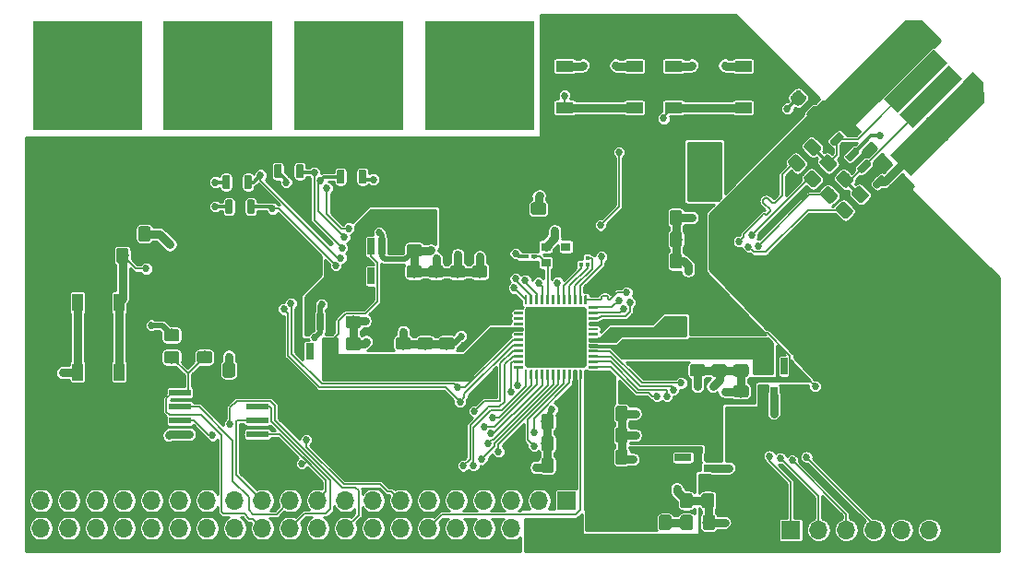
<source format=gtl>
G04 #@! TF.GenerationSoftware,KiCad,Pcbnew,(5.0.0)*
G04 #@! TF.CreationDate,2018-11-25T04:16:18+08:00*
G04 #@! TF.ProjectId,tomu-fpga,746F6D752D667067612E6B696361645F,rev?*
G04 #@! TF.SameCoordinates,Original*
G04 #@! TF.FileFunction,Copper,L1,Top,Signal*
G04 #@! TF.FilePolarity,Positive*
%FSLAX46Y46*%
G04 Gerber Fmt 4.6, Leading zero omitted, Abs format (unit mm)*
G04 Created by KiCad (PCBNEW (5.0.0)) date 11/25/18 04:16:18*
%MOMM*%
%LPD*%
G01*
G04 APERTURE LIST*
G04 #@! TA.AperFunction,Conductor*
%ADD10C,0.100000*%
G04 #@! TD*
G04 #@! TA.AperFunction,SMDPad,CuDef*
%ADD11C,1.200000*%
G04 #@! TD*
G04 #@! TA.AperFunction,SMDPad,CuDef*
%ADD12C,0.700000*%
G04 #@! TD*
G04 #@! TA.AperFunction,SMDPad,CuDef*
%ADD13C,1.150000*%
G04 #@! TD*
G04 #@! TA.AperFunction,SMDPad,CuDef*
%ADD14R,0.900000X0.800000*%
G04 #@! TD*
G04 #@! TA.AperFunction,SMDPad,CuDef*
%ADD15R,1.000000X1.600000*%
G04 #@! TD*
G04 #@! TA.AperFunction,SMDPad,CuDef*
%ADD16R,2.000000X0.600000*%
G04 #@! TD*
G04 #@! TA.AperFunction,SMDPad,CuDef*
%ADD17R,1.600000X1.000000*%
G04 #@! TD*
G04 #@! TA.AperFunction,SMDPad,CuDef*
%ADD18R,0.400000X0.400000*%
G04 #@! TD*
G04 #@! TA.AperFunction,SMDPad,CuDef*
%ADD19R,0.370000X0.130000*%
G04 #@! TD*
G04 #@! TA.AperFunction,SMDPad,CuDef*
%ADD20C,0.092278*%
G04 #@! TD*
G04 #@! TA.AperFunction,SMDPad,CuDef*
%ADD21R,0.500000X0.350000*%
G04 #@! TD*
G04 #@! TA.AperFunction,SMDPad,CuDef*
%ADD22R,0.500000X0.300000*%
G04 #@! TD*
G04 #@! TA.AperFunction,ComponentPad*
%ADD23O,1.700000X1.700000*%
G04 #@! TD*
G04 #@! TA.AperFunction,ComponentPad*
%ADD24R,1.700000X1.700000*%
G04 #@! TD*
G04 #@! TA.AperFunction,SMDPad,CuDef*
%ADD25C,0.945002*%
G04 #@! TD*
G04 #@! TA.AperFunction,SMDPad,CuDef*
%ADD26C,1.300000*%
G04 #@! TD*
G04 #@! TA.AperFunction,SMDPad,CuDef*
%ADD27C,1.750000*%
G04 #@! TD*
G04 #@! TA.AperFunction,SMDPad,CuDef*
%ADD28C,2.750000*%
G04 #@! TD*
G04 #@! TA.AperFunction,SMDPad,CuDef*
%ADD29C,5.600000*%
G04 #@! TD*
G04 #@! TA.AperFunction,SMDPad,CuDef*
%ADD30C,0.250000*%
G04 #@! TD*
G04 #@! TA.AperFunction,SMDPad,CuDef*
%ADD31R,0.650000X1.560000*%
G04 #@! TD*
G04 #@! TA.AperFunction,SMDPad,CuDef*
%ADD32R,1.560000X0.650000*%
G04 #@! TD*
G04 #@! TA.AperFunction,SMDPad,CuDef*
%ADD33R,10.000000X10.000000*%
G04 #@! TD*
G04 #@! TA.AperFunction,ViaPad*
%ADD34C,0.685800*%
G04 #@! TD*
G04 #@! TA.AperFunction,Conductor*
%ADD35C,0.800000*%
G04 #@! TD*
G04 #@! TA.AperFunction,Conductor*
%ADD36C,0.500000*%
G04 #@! TD*
G04 #@! TA.AperFunction,Conductor*
%ADD37C,0.152400*%
G04 #@! TD*
G04 #@! TA.AperFunction,Conductor*
%ADD38C,1.000000*%
G04 #@! TD*
G04 #@! TA.AperFunction,Conductor*
%ADD39C,0.300000*%
G04 #@! TD*
G04 #@! TA.AperFunction,Conductor*
%ADD40C,0.200000*%
G04 #@! TD*
G04 #@! TA.AperFunction,Conductor*
%ADD41C,0.254000*%
G04 #@! TD*
G04 APERTURE END LIST*
D10*
G04 #@! TO.N,GND*
G04 #@! TO.C,D6*
G36*
X96286943Y-37284719D02*
X96316065Y-37289038D01*
X96344623Y-37296192D01*
X96372343Y-37306110D01*
X96398957Y-37318698D01*
X96424209Y-37333833D01*
X96447856Y-37351371D01*
X96469670Y-37371142D01*
X96893934Y-37795406D01*
X96913705Y-37817220D01*
X96931243Y-37840867D01*
X96946378Y-37866119D01*
X96958966Y-37892733D01*
X96968884Y-37920453D01*
X96976038Y-37949011D01*
X96980357Y-37978133D01*
X96981802Y-38007538D01*
X96980357Y-38036943D01*
X96976038Y-38066065D01*
X96968884Y-38094623D01*
X96958966Y-38122343D01*
X96946378Y-38148957D01*
X96931243Y-38174209D01*
X96913705Y-38197856D01*
X96893934Y-38219670D01*
X96469670Y-38643934D01*
X96447856Y-38663705D01*
X96424209Y-38681243D01*
X96398957Y-38696378D01*
X96372343Y-38708966D01*
X96344623Y-38718884D01*
X96316065Y-38726038D01*
X96286943Y-38730357D01*
X96257538Y-38731802D01*
X96228133Y-38730357D01*
X96199011Y-38726038D01*
X96170453Y-38718884D01*
X96142733Y-38708966D01*
X96116119Y-38696378D01*
X96090867Y-38681243D01*
X96067220Y-38663705D01*
X96045406Y-38643934D01*
X95621142Y-38219670D01*
X95601371Y-38197856D01*
X95583833Y-38174209D01*
X95568698Y-38148957D01*
X95556110Y-38122343D01*
X95546192Y-38094623D01*
X95539038Y-38066065D01*
X95534719Y-38036943D01*
X95533274Y-38007538D01*
X95534719Y-37978133D01*
X95539038Y-37949011D01*
X95546192Y-37920453D01*
X95556110Y-37892733D01*
X95568698Y-37866119D01*
X95583833Y-37840867D01*
X95601371Y-37817220D01*
X95621142Y-37795406D01*
X96045406Y-37371142D01*
X96067220Y-37351371D01*
X96090867Y-37333833D01*
X96116119Y-37318698D01*
X96142733Y-37306110D01*
X96170453Y-37296192D01*
X96199011Y-37289038D01*
X96228133Y-37284719D01*
X96257538Y-37283274D01*
X96286943Y-37284719D01*
X96286943Y-37284719D01*
G37*
D11*
G04 #@! TD*
G04 #@! TO.P,D6,2*
G04 #@! TO.N,GND*
X96257538Y-38007538D03*
D10*
G04 #@! TO.N,+5V*
G04 #@! TO.C,D6*
G36*
X97771867Y-38769643D02*
X97800989Y-38773962D01*
X97829547Y-38781116D01*
X97857267Y-38791034D01*
X97883881Y-38803622D01*
X97909133Y-38818757D01*
X97932780Y-38836295D01*
X97954594Y-38856066D01*
X98378858Y-39280330D01*
X98398629Y-39302144D01*
X98416167Y-39325791D01*
X98431302Y-39351043D01*
X98443890Y-39377657D01*
X98453808Y-39405377D01*
X98460962Y-39433935D01*
X98465281Y-39463057D01*
X98466726Y-39492462D01*
X98465281Y-39521867D01*
X98460962Y-39550989D01*
X98453808Y-39579547D01*
X98443890Y-39607267D01*
X98431302Y-39633881D01*
X98416167Y-39659133D01*
X98398629Y-39682780D01*
X98378858Y-39704594D01*
X97954594Y-40128858D01*
X97932780Y-40148629D01*
X97909133Y-40166167D01*
X97883881Y-40181302D01*
X97857267Y-40193890D01*
X97829547Y-40203808D01*
X97800989Y-40210962D01*
X97771867Y-40215281D01*
X97742462Y-40216726D01*
X97713057Y-40215281D01*
X97683935Y-40210962D01*
X97655377Y-40203808D01*
X97627657Y-40193890D01*
X97601043Y-40181302D01*
X97575791Y-40166167D01*
X97552144Y-40148629D01*
X97530330Y-40128858D01*
X97106066Y-39704594D01*
X97086295Y-39682780D01*
X97068757Y-39659133D01*
X97053622Y-39633881D01*
X97041034Y-39607267D01*
X97031116Y-39579547D01*
X97023962Y-39550989D01*
X97019643Y-39521867D01*
X97018198Y-39492462D01*
X97019643Y-39463057D01*
X97023962Y-39433935D01*
X97031116Y-39405377D01*
X97041034Y-39377657D01*
X97053622Y-39351043D01*
X97068757Y-39325791D01*
X97086295Y-39302144D01*
X97106066Y-39280330D01*
X97530330Y-38856066D01*
X97552144Y-38836295D01*
X97575791Y-38818757D01*
X97601043Y-38803622D01*
X97627657Y-38791034D01*
X97655377Y-38781116D01*
X97683935Y-38773962D01*
X97713057Y-38769643D01*
X97742462Y-38768198D01*
X97771867Y-38769643D01*
X97771867Y-38769643D01*
G37*
D11*
G04 #@! TD*
G04 #@! TO.P,D6,1*
G04 #@! TO.N,+5V*
X97742462Y-39492462D03*
D10*
G04 #@! TO.N,Net-(D8-Pad1)*
G04 #@! TO.C,D8*
G36*
X102522178Y-43659117D02*
X102539166Y-43661637D01*
X102555825Y-43665809D01*
X102571995Y-43671595D01*
X102587519Y-43678938D01*
X102602250Y-43687767D01*
X102616044Y-43697997D01*
X102628769Y-43709530D01*
X102876256Y-43957017D01*
X102887789Y-43969742D01*
X102898019Y-43983536D01*
X102906848Y-43998267D01*
X102914191Y-44013791D01*
X102919977Y-44029961D01*
X102924149Y-44046620D01*
X102926669Y-44063608D01*
X102927512Y-44080761D01*
X102926669Y-44097914D01*
X102924149Y-44114902D01*
X102919977Y-44131561D01*
X102914191Y-44147731D01*
X102906848Y-44163255D01*
X102898019Y-44177986D01*
X102887789Y-44191780D01*
X102876256Y-44204505D01*
X102204505Y-44876256D01*
X102191780Y-44887789D01*
X102177986Y-44898019D01*
X102163255Y-44906848D01*
X102147731Y-44914191D01*
X102131561Y-44919977D01*
X102114902Y-44924149D01*
X102097914Y-44926669D01*
X102080761Y-44927512D01*
X102063608Y-44926669D01*
X102046620Y-44924149D01*
X102029961Y-44919977D01*
X102013791Y-44914191D01*
X101998267Y-44906848D01*
X101983536Y-44898019D01*
X101969742Y-44887789D01*
X101957017Y-44876256D01*
X101709530Y-44628769D01*
X101697997Y-44616044D01*
X101687767Y-44602250D01*
X101678938Y-44587519D01*
X101671595Y-44571995D01*
X101665809Y-44555825D01*
X101661637Y-44539166D01*
X101659117Y-44522178D01*
X101658274Y-44505025D01*
X101659117Y-44487872D01*
X101661637Y-44470884D01*
X101665809Y-44454225D01*
X101671595Y-44438055D01*
X101678938Y-44422531D01*
X101687767Y-44407800D01*
X101697997Y-44394006D01*
X101709530Y-44381281D01*
X102381281Y-43709530D01*
X102394006Y-43697997D01*
X102407800Y-43687767D01*
X102422531Y-43678938D01*
X102438055Y-43671595D01*
X102454225Y-43665809D01*
X102470884Y-43661637D01*
X102487872Y-43659117D01*
X102505025Y-43658274D01*
X102522178Y-43659117D01*
X102522178Y-43659117D01*
G37*
D12*
G04 #@! TD*
G04 #@! TO.P,D8,1*
G04 #@! TO.N,Net-(D8-Pad1)*
X102292893Y-44292893D03*
D10*
G04 #@! TO.N,GND*
G04 #@! TO.C,D8*
G36*
X103936392Y-45073331D02*
X103953380Y-45075851D01*
X103970039Y-45080023D01*
X103986209Y-45085809D01*
X104001733Y-45093152D01*
X104016464Y-45101981D01*
X104030258Y-45112211D01*
X104042983Y-45123744D01*
X104290470Y-45371231D01*
X104302003Y-45383956D01*
X104312233Y-45397750D01*
X104321062Y-45412481D01*
X104328405Y-45428005D01*
X104334191Y-45444175D01*
X104338363Y-45460834D01*
X104340883Y-45477822D01*
X104341726Y-45494975D01*
X104340883Y-45512128D01*
X104338363Y-45529116D01*
X104334191Y-45545775D01*
X104328405Y-45561945D01*
X104321062Y-45577469D01*
X104312233Y-45592200D01*
X104302003Y-45605994D01*
X104290470Y-45618719D01*
X103618719Y-46290470D01*
X103605994Y-46302003D01*
X103592200Y-46312233D01*
X103577469Y-46321062D01*
X103561945Y-46328405D01*
X103545775Y-46334191D01*
X103529116Y-46338363D01*
X103512128Y-46340883D01*
X103494975Y-46341726D01*
X103477822Y-46340883D01*
X103460834Y-46338363D01*
X103444175Y-46334191D01*
X103428005Y-46328405D01*
X103412481Y-46321062D01*
X103397750Y-46312233D01*
X103383956Y-46302003D01*
X103371231Y-46290470D01*
X103123744Y-46042983D01*
X103112211Y-46030258D01*
X103101981Y-46016464D01*
X103093152Y-46001733D01*
X103085809Y-45986209D01*
X103080023Y-45970039D01*
X103075851Y-45953380D01*
X103073331Y-45936392D01*
X103072488Y-45919239D01*
X103073331Y-45902086D01*
X103075851Y-45885098D01*
X103080023Y-45868439D01*
X103085809Y-45852269D01*
X103093152Y-45836745D01*
X103101981Y-45822014D01*
X103112211Y-45808220D01*
X103123744Y-45795495D01*
X103795495Y-45123744D01*
X103808220Y-45112211D01*
X103822014Y-45101981D01*
X103836745Y-45093152D01*
X103852269Y-45085809D01*
X103868439Y-45080023D01*
X103885098Y-45075851D01*
X103902086Y-45073331D01*
X103919239Y-45072488D01*
X103936392Y-45073331D01*
X103936392Y-45073331D01*
G37*
D12*
G04 #@! TD*
G04 #@! TO.P,D8,2*
G04 #@! TO.N,GND*
X103707107Y-45707107D03*
D10*
G04 #@! TO.N,Net-(D2-Pad1)*
G04 #@! TO.C,D2*
G36*
X46192153Y-47350843D02*
X46209141Y-47353363D01*
X46225800Y-47357535D01*
X46241970Y-47363321D01*
X46257494Y-47370664D01*
X46272225Y-47379493D01*
X46286019Y-47389723D01*
X46298744Y-47401256D01*
X46310277Y-47413981D01*
X46320507Y-47427775D01*
X46329336Y-47442506D01*
X46336679Y-47458030D01*
X46342465Y-47474200D01*
X46346637Y-47490859D01*
X46349157Y-47507847D01*
X46350000Y-47525000D01*
X46350000Y-48475000D01*
X46349157Y-48492153D01*
X46346637Y-48509141D01*
X46342465Y-48525800D01*
X46336679Y-48541970D01*
X46329336Y-48557494D01*
X46320507Y-48572225D01*
X46310277Y-48586019D01*
X46298744Y-48598744D01*
X46286019Y-48610277D01*
X46272225Y-48620507D01*
X46257494Y-48629336D01*
X46241970Y-48636679D01*
X46225800Y-48642465D01*
X46209141Y-48646637D01*
X46192153Y-48649157D01*
X46175000Y-48650000D01*
X45825000Y-48650000D01*
X45807847Y-48649157D01*
X45790859Y-48646637D01*
X45774200Y-48642465D01*
X45758030Y-48636679D01*
X45742506Y-48629336D01*
X45727775Y-48620507D01*
X45713981Y-48610277D01*
X45701256Y-48598744D01*
X45689723Y-48586019D01*
X45679493Y-48572225D01*
X45670664Y-48557494D01*
X45663321Y-48541970D01*
X45657535Y-48525800D01*
X45653363Y-48509141D01*
X45650843Y-48492153D01*
X45650000Y-48475000D01*
X45650000Y-47525000D01*
X45650843Y-47507847D01*
X45653363Y-47490859D01*
X45657535Y-47474200D01*
X45663321Y-47458030D01*
X45670664Y-47442506D01*
X45679493Y-47427775D01*
X45689723Y-47413981D01*
X45701256Y-47401256D01*
X45713981Y-47389723D01*
X45727775Y-47379493D01*
X45742506Y-47370664D01*
X45758030Y-47363321D01*
X45774200Y-47357535D01*
X45790859Y-47353363D01*
X45807847Y-47350843D01*
X45825000Y-47350000D01*
X46175000Y-47350000D01*
X46192153Y-47350843D01*
X46192153Y-47350843D01*
G37*
D12*
G04 #@! TD*
G04 #@! TO.P,D2,1*
G04 #@! TO.N,Net-(D2-Pad1)*
X46000000Y-48000000D03*
D10*
G04 #@! TO.N,GND*
G04 #@! TO.C,D2*
G36*
X44192153Y-47350843D02*
X44209141Y-47353363D01*
X44225800Y-47357535D01*
X44241970Y-47363321D01*
X44257494Y-47370664D01*
X44272225Y-47379493D01*
X44286019Y-47389723D01*
X44298744Y-47401256D01*
X44310277Y-47413981D01*
X44320507Y-47427775D01*
X44329336Y-47442506D01*
X44336679Y-47458030D01*
X44342465Y-47474200D01*
X44346637Y-47490859D01*
X44349157Y-47507847D01*
X44350000Y-47525000D01*
X44350000Y-48475000D01*
X44349157Y-48492153D01*
X44346637Y-48509141D01*
X44342465Y-48525800D01*
X44336679Y-48541970D01*
X44329336Y-48557494D01*
X44320507Y-48572225D01*
X44310277Y-48586019D01*
X44298744Y-48598744D01*
X44286019Y-48610277D01*
X44272225Y-48620507D01*
X44257494Y-48629336D01*
X44241970Y-48636679D01*
X44225800Y-48642465D01*
X44209141Y-48646637D01*
X44192153Y-48649157D01*
X44175000Y-48650000D01*
X43825000Y-48650000D01*
X43807847Y-48649157D01*
X43790859Y-48646637D01*
X43774200Y-48642465D01*
X43758030Y-48636679D01*
X43742506Y-48629336D01*
X43727775Y-48620507D01*
X43713981Y-48610277D01*
X43701256Y-48598744D01*
X43689723Y-48586019D01*
X43679493Y-48572225D01*
X43670664Y-48557494D01*
X43663321Y-48541970D01*
X43657535Y-48525800D01*
X43653363Y-48509141D01*
X43650843Y-48492153D01*
X43650000Y-48475000D01*
X43650000Y-47525000D01*
X43650843Y-47507847D01*
X43653363Y-47490859D01*
X43657535Y-47474200D01*
X43663321Y-47458030D01*
X43670664Y-47442506D01*
X43679493Y-47427775D01*
X43689723Y-47413981D01*
X43701256Y-47401256D01*
X43713981Y-47389723D01*
X43727775Y-47379493D01*
X43742506Y-47370664D01*
X43758030Y-47363321D01*
X43774200Y-47357535D01*
X43790859Y-47353363D01*
X43807847Y-47350843D01*
X43825000Y-47350000D01*
X44175000Y-47350000D01*
X44192153Y-47350843D01*
X44192153Y-47350843D01*
G37*
D12*
G04 #@! TD*
G04 #@! TO.P,D2,2*
G04 #@! TO.N,GND*
X44000000Y-48000000D03*
D10*
G04 #@! TO.N,Net-(D3-Pad1)*
G04 #@! TO.C,D3*
G36*
X45942153Y-45100843D02*
X45959141Y-45103363D01*
X45975800Y-45107535D01*
X45991970Y-45113321D01*
X46007494Y-45120664D01*
X46022225Y-45129493D01*
X46036019Y-45139723D01*
X46048744Y-45151256D01*
X46060277Y-45163981D01*
X46070507Y-45177775D01*
X46079336Y-45192506D01*
X46086679Y-45208030D01*
X46092465Y-45224200D01*
X46096637Y-45240859D01*
X46099157Y-45257847D01*
X46100000Y-45275000D01*
X46100000Y-46225000D01*
X46099157Y-46242153D01*
X46096637Y-46259141D01*
X46092465Y-46275800D01*
X46086679Y-46291970D01*
X46079336Y-46307494D01*
X46070507Y-46322225D01*
X46060277Y-46336019D01*
X46048744Y-46348744D01*
X46036019Y-46360277D01*
X46022225Y-46370507D01*
X46007494Y-46379336D01*
X45991970Y-46386679D01*
X45975800Y-46392465D01*
X45959141Y-46396637D01*
X45942153Y-46399157D01*
X45925000Y-46400000D01*
X45575000Y-46400000D01*
X45557847Y-46399157D01*
X45540859Y-46396637D01*
X45524200Y-46392465D01*
X45508030Y-46386679D01*
X45492506Y-46379336D01*
X45477775Y-46370507D01*
X45463981Y-46360277D01*
X45451256Y-46348744D01*
X45439723Y-46336019D01*
X45429493Y-46322225D01*
X45420664Y-46307494D01*
X45413321Y-46291970D01*
X45407535Y-46275800D01*
X45403363Y-46259141D01*
X45400843Y-46242153D01*
X45400000Y-46225000D01*
X45400000Y-45275000D01*
X45400843Y-45257847D01*
X45403363Y-45240859D01*
X45407535Y-45224200D01*
X45413321Y-45208030D01*
X45420664Y-45192506D01*
X45429493Y-45177775D01*
X45439723Y-45163981D01*
X45451256Y-45151256D01*
X45463981Y-45139723D01*
X45477775Y-45129493D01*
X45492506Y-45120664D01*
X45508030Y-45113321D01*
X45524200Y-45107535D01*
X45540859Y-45103363D01*
X45557847Y-45100843D01*
X45575000Y-45100000D01*
X45925000Y-45100000D01*
X45942153Y-45100843D01*
X45942153Y-45100843D01*
G37*
D12*
G04 #@! TD*
G04 #@! TO.P,D3,1*
G04 #@! TO.N,Net-(D3-Pad1)*
X45750000Y-45750000D03*
D10*
G04 #@! TO.N,GND*
G04 #@! TO.C,D3*
G36*
X43942153Y-45100843D02*
X43959141Y-45103363D01*
X43975800Y-45107535D01*
X43991970Y-45113321D01*
X44007494Y-45120664D01*
X44022225Y-45129493D01*
X44036019Y-45139723D01*
X44048744Y-45151256D01*
X44060277Y-45163981D01*
X44070507Y-45177775D01*
X44079336Y-45192506D01*
X44086679Y-45208030D01*
X44092465Y-45224200D01*
X44096637Y-45240859D01*
X44099157Y-45257847D01*
X44100000Y-45275000D01*
X44100000Y-46225000D01*
X44099157Y-46242153D01*
X44096637Y-46259141D01*
X44092465Y-46275800D01*
X44086679Y-46291970D01*
X44079336Y-46307494D01*
X44070507Y-46322225D01*
X44060277Y-46336019D01*
X44048744Y-46348744D01*
X44036019Y-46360277D01*
X44022225Y-46370507D01*
X44007494Y-46379336D01*
X43991970Y-46386679D01*
X43975800Y-46392465D01*
X43959141Y-46396637D01*
X43942153Y-46399157D01*
X43925000Y-46400000D01*
X43575000Y-46400000D01*
X43557847Y-46399157D01*
X43540859Y-46396637D01*
X43524200Y-46392465D01*
X43508030Y-46386679D01*
X43492506Y-46379336D01*
X43477775Y-46370507D01*
X43463981Y-46360277D01*
X43451256Y-46348744D01*
X43439723Y-46336019D01*
X43429493Y-46322225D01*
X43420664Y-46307494D01*
X43413321Y-46291970D01*
X43407535Y-46275800D01*
X43403363Y-46259141D01*
X43400843Y-46242153D01*
X43400000Y-46225000D01*
X43400000Y-45275000D01*
X43400843Y-45257847D01*
X43403363Y-45240859D01*
X43407535Y-45224200D01*
X43413321Y-45208030D01*
X43420664Y-45192506D01*
X43429493Y-45177775D01*
X43439723Y-45163981D01*
X43451256Y-45151256D01*
X43463981Y-45139723D01*
X43477775Y-45129493D01*
X43492506Y-45120664D01*
X43508030Y-45113321D01*
X43524200Y-45107535D01*
X43540859Y-45103363D01*
X43557847Y-45100843D01*
X43575000Y-45100000D01*
X43925000Y-45100000D01*
X43942153Y-45100843D01*
X43942153Y-45100843D01*
G37*
D12*
G04 #@! TD*
G04 #@! TO.P,D3,2*
G04 #@! TO.N,GND*
X43750000Y-45750000D03*
D10*
G04 #@! TO.N,Net-(D4-Pad1)*
G04 #@! TO.C,D4*
G36*
X50692153Y-44100843D02*
X50709141Y-44103363D01*
X50725800Y-44107535D01*
X50741970Y-44113321D01*
X50757494Y-44120664D01*
X50772225Y-44129493D01*
X50786019Y-44139723D01*
X50798744Y-44151256D01*
X50810277Y-44163981D01*
X50820507Y-44177775D01*
X50829336Y-44192506D01*
X50836679Y-44208030D01*
X50842465Y-44224200D01*
X50846637Y-44240859D01*
X50849157Y-44257847D01*
X50850000Y-44275000D01*
X50850000Y-45225000D01*
X50849157Y-45242153D01*
X50846637Y-45259141D01*
X50842465Y-45275800D01*
X50836679Y-45291970D01*
X50829336Y-45307494D01*
X50820507Y-45322225D01*
X50810277Y-45336019D01*
X50798744Y-45348744D01*
X50786019Y-45360277D01*
X50772225Y-45370507D01*
X50757494Y-45379336D01*
X50741970Y-45386679D01*
X50725800Y-45392465D01*
X50709141Y-45396637D01*
X50692153Y-45399157D01*
X50675000Y-45400000D01*
X50325000Y-45400000D01*
X50307847Y-45399157D01*
X50290859Y-45396637D01*
X50274200Y-45392465D01*
X50258030Y-45386679D01*
X50242506Y-45379336D01*
X50227775Y-45370507D01*
X50213981Y-45360277D01*
X50201256Y-45348744D01*
X50189723Y-45336019D01*
X50179493Y-45322225D01*
X50170664Y-45307494D01*
X50163321Y-45291970D01*
X50157535Y-45275800D01*
X50153363Y-45259141D01*
X50150843Y-45242153D01*
X50150000Y-45225000D01*
X50150000Y-44275000D01*
X50150843Y-44257847D01*
X50153363Y-44240859D01*
X50157535Y-44224200D01*
X50163321Y-44208030D01*
X50170664Y-44192506D01*
X50179493Y-44177775D01*
X50189723Y-44163981D01*
X50201256Y-44151256D01*
X50213981Y-44139723D01*
X50227775Y-44129493D01*
X50242506Y-44120664D01*
X50258030Y-44113321D01*
X50274200Y-44107535D01*
X50290859Y-44103363D01*
X50307847Y-44100843D01*
X50325000Y-44100000D01*
X50675000Y-44100000D01*
X50692153Y-44100843D01*
X50692153Y-44100843D01*
G37*
D12*
G04 #@! TD*
G04 #@! TO.P,D4,1*
G04 #@! TO.N,Net-(D4-Pad1)*
X50500000Y-44750000D03*
D10*
G04 #@! TO.N,GND*
G04 #@! TO.C,D4*
G36*
X48692153Y-44100843D02*
X48709141Y-44103363D01*
X48725800Y-44107535D01*
X48741970Y-44113321D01*
X48757494Y-44120664D01*
X48772225Y-44129493D01*
X48786019Y-44139723D01*
X48798744Y-44151256D01*
X48810277Y-44163981D01*
X48820507Y-44177775D01*
X48829336Y-44192506D01*
X48836679Y-44208030D01*
X48842465Y-44224200D01*
X48846637Y-44240859D01*
X48849157Y-44257847D01*
X48850000Y-44275000D01*
X48850000Y-45225000D01*
X48849157Y-45242153D01*
X48846637Y-45259141D01*
X48842465Y-45275800D01*
X48836679Y-45291970D01*
X48829336Y-45307494D01*
X48820507Y-45322225D01*
X48810277Y-45336019D01*
X48798744Y-45348744D01*
X48786019Y-45360277D01*
X48772225Y-45370507D01*
X48757494Y-45379336D01*
X48741970Y-45386679D01*
X48725800Y-45392465D01*
X48709141Y-45396637D01*
X48692153Y-45399157D01*
X48675000Y-45400000D01*
X48325000Y-45400000D01*
X48307847Y-45399157D01*
X48290859Y-45396637D01*
X48274200Y-45392465D01*
X48258030Y-45386679D01*
X48242506Y-45379336D01*
X48227775Y-45370507D01*
X48213981Y-45360277D01*
X48201256Y-45348744D01*
X48189723Y-45336019D01*
X48179493Y-45322225D01*
X48170664Y-45307494D01*
X48163321Y-45291970D01*
X48157535Y-45275800D01*
X48153363Y-45259141D01*
X48150843Y-45242153D01*
X48150000Y-45225000D01*
X48150000Y-44275000D01*
X48150843Y-44257847D01*
X48153363Y-44240859D01*
X48157535Y-44224200D01*
X48163321Y-44208030D01*
X48170664Y-44192506D01*
X48179493Y-44177775D01*
X48189723Y-44163981D01*
X48201256Y-44151256D01*
X48213981Y-44139723D01*
X48227775Y-44129493D01*
X48242506Y-44120664D01*
X48258030Y-44113321D01*
X48274200Y-44107535D01*
X48290859Y-44103363D01*
X48307847Y-44100843D01*
X48325000Y-44100000D01*
X48675000Y-44100000D01*
X48692153Y-44100843D01*
X48692153Y-44100843D01*
G37*
D12*
G04 #@! TD*
G04 #@! TO.P,D4,2*
G04 #@! TO.N,GND*
X48500000Y-44750000D03*
D10*
G04 #@! TO.N,Net-(D5-Pad1)*
G04 #@! TO.C,D5*
G36*
X54442153Y-44600843D02*
X54459141Y-44603363D01*
X54475800Y-44607535D01*
X54491970Y-44613321D01*
X54507494Y-44620664D01*
X54522225Y-44629493D01*
X54536019Y-44639723D01*
X54548744Y-44651256D01*
X54560277Y-44663981D01*
X54570507Y-44677775D01*
X54579336Y-44692506D01*
X54586679Y-44708030D01*
X54592465Y-44724200D01*
X54596637Y-44740859D01*
X54599157Y-44757847D01*
X54600000Y-44775000D01*
X54600000Y-45725000D01*
X54599157Y-45742153D01*
X54596637Y-45759141D01*
X54592465Y-45775800D01*
X54586679Y-45791970D01*
X54579336Y-45807494D01*
X54570507Y-45822225D01*
X54560277Y-45836019D01*
X54548744Y-45848744D01*
X54536019Y-45860277D01*
X54522225Y-45870507D01*
X54507494Y-45879336D01*
X54491970Y-45886679D01*
X54475800Y-45892465D01*
X54459141Y-45896637D01*
X54442153Y-45899157D01*
X54425000Y-45900000D01*
X54075000Y-45900000D01*
X54057847Y-45899157D01*
X54040859Y-45896637D01*
X54024200Y-45892465D01*
X54008030Y-45886679D01*
X53992506Y-45879336D01*
X53977775Y-45870507D01*
X53963981Y-45860277D01*
X53951256Y-45848744D01*
X53939723Y-45836019D01*
X53929493Y-45822225D01*
X53920664Y-45807494D01*
X53913321Y-45791970D01*
X53907535Y-45775800D01*
X53903363Y-45759141D01*
X53900843Y-45742153D01*
X53900000Y-45725000D01*
X53900000Y-44775000D01*
X53900843Y-44757847D01*
X53903363Y-44740859D01*
X53907535Y-44724200D01*
X53913321Y-44708030D01*
X53920664Y-44692506D01*
X53929493Y-44677775D01*
X53939723Y-44663981D01*
X53951256Y-44651256D01*
X53963981Y-44639723D01*
X53977775Y-44629493D01*
X53992506Y-44620664D01*
X54008030Y-44613321D01*
X54024200Y-44607535D01*
X54040859Y-44603363D01*
X54057847Y-44600843D01*
X54075000Y-44600000D01*
X54425000Y-44600000D01*
X54442153Y-44600843D01*
X54442153Y-44600843D01*
G37*
D12*
G04 #@! TD*
G04 #@! TO.P,D5,1*
G04 #@! TO.N,Net-(D5-Pad1)*
X54250000Y-45250000D03*
D10*
G04 #@! TO.N,GND*
G04 #@! TO.C,D5*
G36*
X56442153Y-44600843D02*
X56459141Y-44603363D01*
X56475800Y-44607535D01*
X56491970Y-44613321D01*
X56507494Y-44620664D01*
X56522225Y-44629493D01*
X56536019Y-44639723D01*
X56548744Y-44651256D01*
X56560277Y-44663981D01*
X56570507Y-44677775D01*
X56579336Y-44692506D01*
X56586679Y-44708030D01*
X56592465Y-44724200D01*
X56596637Y-44740859D01*
X56599157Y-44757847D01*
X56600000Y-44775000D01*
X56600000Y-45725000D01*
X56599157Y-45742153D01*
X56596637Y-45759141D01*
X56592465Y-45775800D01*
X56586679Y-45791970D01*
X56579336Y-45807494D01*
X56570507Y-45822225D01*
X56560277Y-45836019D01*
X56548744Y-45848744D01*
X56536019Y-45860277D01*
X56522225Y-45870507D01*
X56507494Y-45879336D01*
X56491970Y-45886679D01*
X56475800Y-45892465D01*
X56459141Y-45896637D01*
X56442153Y-45899157D01*
X56425000Y-45900000D01*
X56075000Y-45900000D01*
X56057847Y-45899157D01*
X56040859Y-45896637D01*
X56024200Y-45892465D01*
X56008030Y-45886679D01*
X55992506Y-45879336D01*
X55977775Y-45870507D01*
X55963981Y-45860277D01*
X55951256Y-45848744D01*
X55939723Y-45836019D01*
X55929493Y-45822225D01*
X55920664Y-45807494D01*
X55913321Y-45791970D01*
X55907535Y-45775800D01*
X55903363Y-45759141D01*
X55900843Y-45742153D01*
X55900000Y-45725000D01*
X55900000Y-44775000D01*
X55900843Y-44757847D01*
X55903363Y-44740859D01*
X55907535Y-44724200D01*
X55913321Y-44708030D01*
X55920664Y-44692506D01*
X55929493Y-44677775D01*
X55939723Y-44663981D01*
X55951256Y-44651256D01*
X55963981Y-44639723D01*
X55977775Y-44629493D01*
X55992506Y-44620664D01*
X56008030Y-44613321D01*
X56024200Y-44607535D01*
X56040859Y-44603363D01*
X56057847Y-44600843D01*
X56075000Y-44600000D01*
X56425000Y-44600000D01*
X56442153Y-44600843D01*
X56442153Y-44600843D01*
G37*
D12*
G04 #@! TD*
G04 #@! TO.P,D5,2*
G04 #@! TO.N,GND*
X56250000Y-45250000D03*
D10*
G04 #@! TO.N,Net-(D7-Pad1)*
G04 #@! TO.C,D7*
G36*
X100022178Y-41159117D02*
X100039166Y-41161637D01*
X100055825Y-41165809D01*
X100071995Y-41171595D01*
X100087519Y-41178938D01*
X100102250Y-41187767D01*
X100116044Y-41197997D01*
X100128769Y-41209530D01*
X100376256Y-41457017D01*
X100387789Y-41469742D01*
X100398019Y-41483536D01*
X100406848Y-41498267D01*
X100414191Y-41513791D01*
X100419977Y-41529961D01*
X100424149Y-41546620D01*
X100426669Y-41563608D01*
X100427512Y-41580761D01*
X100426669Y-41597914D01*
X100424149Y-41614902D01*
X100419977Y-41631561D01*
X100414191Y-41647731D01*
X100406848Y-41663255D01*
X100398019Y-41677986D01*
X100387789Y-41691780D01*
X100376256Y-41704505D01*
X99704505Y-42376256D01*
X99691780Y-42387789D01*
X99677986Y-42398019D01*
X99663255Y-42406848D01*
X99647731Y-42414191D01*
X99631561Y-42419977D01*
X99614902Y-42424149D01*
X99597914Y-42426669D01*
X99580761Y-42427512D01*
X99563608Y-42426669D01*
X99546620Y-42424149D01*
X99529961Y-42419977D01*
X99513791Y-42414191D01*
X99498267Y-42406848D01*
X99483536Y-42398019D01*
X99469742Y-42387789D01*
X99457017Y-42376256D01*
X99209530Y-42128769D01*
X99197997Y-42116044D01*
X99187767Y-42102250D01*
X99178938Y-42087519D01*
X99171595Y-42071995D01*
X99165809Y-42055825D01*
X99161637Y-42039166D01*
X99159117Y-42022178D01*
X99158274Y-42005025D01*
X99159117Y-41987872D01*
X99161637Y-41970884D01*
X99165809Y-41954225D01*
X99171595Y-41938055D01*
X99178938Y-41922531D01*
X99187767Y-41907800D01*
X99197997Y-41894006D01*
X99209530Y-41881281D01*
X99881281Y-41209530D01*
X99894006Y-41197997D01*
X99907800Y-41187767D01*
X99922531Y-41178938D01*
X99938055Y-41171595D01*
X99954225Y-41165809D01*
X99970884Y-41161637D01*
X99987872Y-41159117D01*
X100005025Y-41158274D01*
X100022178Y-41159117D01*
X100022178Y-41159117D01*
G37*
D12*
G04 #@! TD*
G04 #@! TO.P,D7,1*
G04 #@! TO.N,Net-(D7-Pad1)*
X99792893Y-41792893D03*
D10*
G04 #@! TO.N,GND*
G04 #@! TO.C,D7*
G36*
X101436392Y-42573331D02*
X101453380Y-42575851D01*
X101470039Y-42580023D01*
X101486209Y-42585809D01*
X101501733Y-42593152D01*
X101516464Y-42601981D01*
X101530258Y-42612211D01*
X101542983Y-42623744D01*
X101790470Y-42871231D01*
X101802003Y-42883956D01*
X101812233Y-42897750D01*
X101821062Y-42912481D01*
X101828405Y-42928005D01*
X101834191Y-42944175D01*
X101838363Y-42960834D01*
X101840883Y-42977822D01*
X101841726Y-42994975D01*
X101840883Y-43012128D01*
X101838363Y-43029116D01*
X101834191Y-43045775D01*
X101828405Y-43061945D01*
X101821062Y-43077469D01*
X101812233Y-43092200D01*
X101802003Y-43105994D01*
X101790470Y-43118719D01*
X101118719Y-43790470D01*
X101105994Y-43802003D01*
X101092200Y-43812233D01*
X101077469Y-43821062D01*
X101061945Y-43828405D01*
X101045775Y-43834191D01*
X101029116Y-43838363D01*
X101012128Y-43840883D01*
X100994975Y-43841726D01*
X100977822Y-43840883D01*
X100960834Y-43838363D01*
X100944175Y-43834191D01*
X100928005Y-43828405D01*
X100912481Y-43821062D01*
X100897750Y-43812233D01*
X100883956Y-43802003D01*
X100871231Y-43790470D01*
X100623744Y-43542983D01*
X100612211Y-43530258D01*
X100601981Y-43516464D01*
X100593152Y-43501733D01*
X100585809Y-43486209D01*
X100580023Y-43470039D01*
X100575851Y-43453380D01*
X100573331Y-43436392D01*
X100572488Y-43419239D01*
X100573331Y-43402086D01*
X100575851Y-43385098D01*
X100580023Y-43368439D01*
X100585809Y-43352269D01*
X100593152Y-43336745D01*
X100601981Y-43322014D01*
X100612211Y-43308220D01*
X100623744Y-43295495D01*
X101295495Y-42623744D01*
X101308220Y-42612211D01*
X101322014Y-42601981D01*
X101336745Y-42593152D01*
X101352269Y-42585809D01*
X101368439Y-42580023D01*
X101385098Y-42575851D01*
X101402086Y-42573331D01*
X101419239Y-42572488D01*
X101436392Y-42573331D01*
X101436392Y-42573331D01*
G37*
D12*
G04 #@! TD*
G04 #@! TO.P,D7,2*
G04 #@! TO.N,GND*
X101207107Y-43207107D03*
D10*
G04 #@! TO.N,/SPI_CS*
G04 #@! TO.C,R13*
G36*
X39224505Y-61271204D02*
X39248773Y-61274804D01*
X39272572Y-61280765D01*
X39295671Y-61289030D01*
X39317850Y-61299520D01*
X39338893Y-61312132D01*
X39358599Y-61326747D01*
X39376777Y-61343223D01*
X39393253Y-61361401D01*
X39407868Y-61381107D01*
X39420480Y-61402150D01*
X39430970Y-61424329D01*
X39439235Y-61447428D01*
X39445196Y-61471227D01*
X39448796Y-61495495D01*
X39450000Y-61519999D01*
X39450000Y-62170001D01*
X39448796Y-62194505D01*
X39445196Y-62218773D01*
X39439235Y-62242572D01*
X39430970Y-62265671D01*
X39420480Y-62287850D01*
X39407868Y-62308893D01*
X39393253Y-62328599D01*
X39376777Y-62346777D01*
X39358599Y-62363253D01*
X39338893Y-62377868D01*
X39317850Y-62390480D01*
X39295671Y-62400970D01*
X39272572Y-62409235D01*
X39248773Y-62415196D01*
X39224505Y-62418796D01*
X39200001Y-62420000D01*
X38299999Y-62420000D01*
X38275495Y-62418796D01*
X38251227Y-62415196D01*
X38227428Y-62409235D01*
X38204329Y-62400970D01*
X38182150Y-62390480D01*
X38161107Y-62377868D01*
X38141401Y-62363253D01*
X38123223Y-62346777D01*
X38106747Y-62328599D01*
X38092132Y-62308893D01*
X38079520Y-62287850D01*
X38069030Y-62265671D01*
X38060765Y-62242572D01*
X38054804Y-62218773D01*
X38051204Y-62194505D01*
X38050000Y-62170001D01*
X38050000Y-61519999D01*
X38051204Y-61495495D01*
X38054804Y-61471227D01*
X38060765Y-61447428D01*
X38069030Y-61424329D01*
X38079520Y-61402150D01*
X38092132Y-61381107D01*
X38106747Y-61361401D01*
X38123223Y-61343223D01*
X38141401Y-61326747D01*
X38161107Y-61312132D01*
X38182150Y-61299520D01*
X38204329Y-61289030D01*
X38227428Y-61280765D01*
X38251227Y-61274804D01*
X38275495Y-61271204D01*
X38299999Y-61270000D01*
X39200001Y-61270000D01*
X39224505Y-61271204D01*
X39224505Y-61271204D01*
G37*
D13*
G04 #@! TD*
G04 #@! TO.P,R13,2*
G04 #@! TO.N,/SPI_CS*
X38750000Y-61845000D03*
D10*
G04 #@! TO.N,GND*
G04 #@! TO.C,R13*
G36*
X39224505Y-59221204D02*
X39248773Y-59224804D01*
X39272572Y-59230765D01*
X39295671Y-59239030D01*
X39317850Y-59249520D01*
X39338893Y-59262132D01*
X39358599Y-59276747D01*
X39376777Y-59293223D01*
X39393253Y-59311401D01*
X39407868Y-59331107D01*
X39420480Y-59352150D01*
X39430970Y-59374329D01*
X39439235Y-59397428D01*
X39445196Y-59421227D01*
X39448796Y-59445495D01*
X39450000Y-59469999D01*
X39450000Y-60120001D01*
X39448796Y-60144505D01*
X39445196Y-60168773D01*
X39439235Y-60192572D01*
X39430970Y-60215671D01*
X39420480Y-60237850D01*
X39407868Y-60258893D01*
X39393253Y-60278599D01*
X39376777Y-60296777D01*
X39358599Y-60313253D01*
X39338893Y-60327868D01*
X39317850Y-60340480D01*
X39295671Y-60350970D01*
X39272572Y-60359235D01*
X39248773Y-60365196D01*
X39224505Y-60368796D01*
X39200001Y-60370000D01*
X38299999Y-60370000D01*
X38275495Y-60368796D01*
X38251227Y-60365196D01*
X38227428Y-60359235D01*
X38204329Y-60350970D01*
X38182150Y-60340480D01*
X38161107Y-60327868D01*
X38141401Y-60313253D01*
X38123223Y-60296777D01*
X38106747Y-60278599D01*
X38092132Y-60258893D01*
X38079520Y-60237850D01*
X38069030Y-60215671D01*
X38060765Y-60192572D01*
X38054804Y-60168773D01*
X38051204Y-60144505D01*
X38050000Y-60120001D01*
X38050000Y-59469999D01*
X38051204Y-59445495D01*
X38054804Y-59421227D01*
X38060765Y-59397428D01*
X38069030Y-59374329D01*
X38079520Y-59352150D01*
X38092132Y-59331107D01*
X38106747Y-59311401D01*
X38123223Y-59293223D01*
X38141401Y-59276747D01*
X38161107Y-59262132D01*
X38182150Y-59249520D01*
X38204329Y-59239030D01*
X38227428Y-59230765D01*
X38251227Y-59224804D01*
X38275495Y-59221204D01*
X38299999Y-59220000D01*
X39200001Y-59220000D01*
X39224505Y-59221204D01*
X39224505Y-59221204D01*
G37*
D13*
G04 #@! TD*
G04 #@! TO.P,R13,1*
G04 #@! TO.N,GND*
X38750000Y-59795000D03*
D10*
G04 #@! TO.N,+3V3*
G04 #@! TO.C,R3*
G36*
X42224505Y-59201204D02*
X42248773Y-59204804D01*
X42272572Y-59210765D01*
X42295671Y-59219030D01*
X42317850Y-59229520D01*
X42338893Y-59242132D01*
X42358599Y-59256747D01*
X42376777Y-59273223D01*
X42393253Y-59291401D01*
X42407868Y-59311107D01*
X42420480Y-59332150D01*
X42430970Y-59354329D01*
X42439235Y-59377428D01*
X42445196Y-59401227D01*
X42448796Y-59425495D01*
X42450000Y-59449999D01*
X42450000Y-60100001D01*
X42448796Y-60124505D01*
X42445196Y-60148773D01*
X42439235Y-60172572D01*
X42430970Y-60195671D01*
X42420480Y-60217850D01*
X42407868Y-60238893D01*
X42393253Y-60258599D01*
X42376777Y-60276777D01*
X42358599Y-60293253D01*
X42338893Y-60307868D01*
X42317850Y-60320480D01*
X42295671Y-60330970D01*
X42272572Y-60339235D01*
X42248773Y-60345196D01*
X42224505Y-60348796D01*
X42200001Y-60350000D01*
X41299999Y-60350000D01*
X41275495Y-60348796D01*
X41251227Y-60345196D01*
X41227428Y-60339235D01*
X41204329Y-60330970D01*
X41182150Y-60320480D01*
X41161107Y-60307868D01*
X41141401Y-60293253D01*
X41123223Y-60276777D01*
X41106747Y-60258599D01*
X41092132Y-60238893D01*
X41079520Y-60217850D01*
X41069030Y-60195671D01*
X41060765Y-60172572D01*
X41054804Y-60148773D01*
X41051204Y-60124505D01*
X41050000Y-60100001D01*
X41050000Y-59449999D01*
X41051204Y-59425495D01*
X41054804Y-59401227D01*
X41060765Y-59377428D01*
X41069030Y-59354329D01*
X41079520Y-59332150D01*
X41092132Y-59311107D01*
X41106747Y-59291401D01*
X41123223Y-59273223D01*
X41141401Y-59256747D01*
X41161107Y-59242132D01*
X41182150Y-59229520D01*
X41204329Y-59219030D01*
X41227428Y-59210765D01*
X41251227Y-59204804D01*
X41275495Y-59201204D01*
X41299999Y-59200000D01*
X42200001Y-59200000D01*
X42224505Y-59201204D01*
X42224505Y-59201204D01*
G37*
D13*
G04 #@! TD*
G04 #@! TO.P,R3,2*
G04 #@! TO.N,+3V3*
X41750000Y-59775000D03*
D10*
G04 #@! TO.N,/SPI_CS*
G04 #@! TO.C,R3*
G36*
X42224505Y-61251204D02*
X42248773Y-61254804D01*
X42272572Y-61260765D01*
X42295671Y-61269030D01*
X42317850Y-61279520D01*
X42338893Y-61292132D01*
X42358599Y-61306747D01*
X42376777Y-61323223D01*
X42393253Y-61341401D01*
X42407868Y-61361107D01*
X42420480Y-61382150D01*
X42430970Y-61404329D01*
X42439235Y-61427428D01*
X42445196Y-61451227D01*
X42448796Y-61475495D01*
X42450000Y-61499999D01*
X42450000Y-62150001D01*
X42448796Y-62174505D01*
X42445196Y-62198773D01*
X42439235Y-62222572D01*
X42430970Y-62245671D01*
X42420480Y-62267850D01*
X42407868Y-62288893D01*
X42393253Y-62308599D01*
X42376777Y-62326777D01*
X42358599Y-62343253D01*
X42338893Y-62357868D01*
X42317850Y-62370480D01*
X42295671Y-62380970D01*
X42272572Y-62389235D01*
X42248773Y-62395196D01*
X42224505Y-62398796D01*
X42200001Y-62400000D01*
X41299999Y-62400000D01*
X41275495Y-62398796D01*
X41251227Y-62395196D01*
X41227428Y-62389235D01*
X41204329Y-62380970D01*
X41182150Y-62370480D01*
X41161107Y-62357868D01*
X41141401Y-62343253D01*
X41123223Y-62326777D01*
X41106747Y-62308599D01*
X41092132Y-62288893D01*
X41079520Y-62267850D01*
X41069030Y-62245671D01*
X41060765Y-62222572D01*
X41054804Y-62198773D01*
X41051204Y-62174505D01*
X41050000Y-62150001D01*
X41050000Y-61499999D01*
X41051204Y-61475495D01*
X41054804Y-61451227D01*
X41060765Y-61427428D01*
X41069030Y-61404329D01*
X41079520Y-61382150D01*
X41092132Y-61361107D01*
X41106747Y-61341401D01*
X41123223Y-61323223D01*
X41141401Y-61306747D01*
X41161107Y-61292132D01*
X41182150Y-61279520D01*
X41204329Y-61269030D01*
X41227428Y-61260765D01*
X41251227Y-61254804D01*
X41275495Y-61251204D01*
X41299999Y-61250000D01*
X42200001Y-61250000D01*
X42224505Y-61251204D01*
X42224505Y-61251204D01*
G37*
D13*
G04 #@! TD*
G04 #@! TO.P,R3,1*
G04 #@! TO.N,/SPI_CS*
X41750000Y-61825000D03*
D14*
G04 #@! TO.P,U7,2*
G04 #@! TO.N,GND*
X73075000Y-51675000D03*
G04 #@! TO.P,U7,3*
G04 #@! TO.N,/OSC_IN*
X73075000Y-53125000D03*
G04 #@! TO.P,U7,4*
G04 #@! TO.N,+3V3*
X74925000Y-53125000D03*
G04 #@! TO.P,U7,1*
G04 #@! TO.N,Net-(U7-Pad1)*
X74925000Y-51675000D03*
G04 #@! TD*
D15*
G04 #@! TO.P,SW1,1*
G04 #@! TO.N,/CRESET*
X33900000Y-56800000D03*
G04 #@! TO.P,SW1,3*
G04 #@! TO.N,GND*
X30100000Y-56800000D03*
G04 #@! TO.P,SW1,2*
G04 #@! TO.N,/CRESET*
X33900000Y-63200000D03*
G04 #@! TO.P,SW1,4*
G04 #@! TO.N,GND*
X30100000Y-63200000D03*
G04 #@! TD*
D16*
G04 #@! TO.P,U4,8*
G04 #@! TO.N,+3V3*
X46600000Y-65095000D03*
G04 #@! TO.P,U4,1*
G04 #@! TO.N,/SPI_CS*
X39500000Y-65095000D03*
G04 #@! TO.P,U4,7*
G04 #@! TO.N,/SPI_IO3*
X46600000Y-66365000D03*
G04 #@! TO.P,U4,2*
G04 #@! TO.N,/SPI_MISO*
X39500000Y-66365000D03*
G04 #@! TO.P,U4,6*
G04 #@! TO.N,/SPI_CLK*
X46600000Y-67600000D03*
G04 #@! TO.P,U4,3*
G04 #@! TO.N,/SPI_IO2*
X39500000Y-67635000D03*
G04 #@! TO.P,U4,5*
G04 #@! TO.N,/SPI_MOSI*
X46600000Y-68900000D03*
G04 #@! TO.P,U4,4*
G04 #@! TO.N,GND*
X39500000Y-68900000D03*
G04 #@! TD*
D17*
G04 #@! TO.P,SW3,1*
G04 #@! TO.N,Net-(SW3-Pad1)*
X91200000Y-38900000D03*
G04 #@! TO.P,SW3,3*
G04 #@! TO.N,GND*
X91200000Y-35100000D03*
G04 #@! TO.P,SW3,2*
G04 #@! TO.N,Net-(SW3-Pad1)*
X84800000Y-38900000D03*
G04 #@! TO.P,SW3,4*
G04 #@! TO.N,GND*
X84800000Y-35100000D03*
G04 #@! TD*
D18*
G04 #@! TO.P,U10,4*
G04 #@! TO.N,+3V3*
X76300000Y-52700000D03*
G04 #@! TO.P,U10,3*
G04 #@! TO.N,/LED_R*
X76900000Y-52700000D03*
G04 #@! TO.P,U10,2*
G04 #@! TO.N,/LED_G*
X76300000Y-53300000D03*
G04 #@! TO.P,U10,1*
G04 #@! TO.N,/LED_B*
X76900000Y-53300000D03*
G04 #@! TD*
D19*
G04 #@! TO.P,U6,1*
G04 #@! TO.N,+3V3*
X71290000Y-51295000D03*
D20*
X71040000Y-51359000D03*
D10*
G04 #@! TD*
G04 #@! TO.N,+3V3*
G04 #@! TO.C,U6*
G36*
X71105000Y-51488500D02*
X70975000Y-51359500D01*
X70975000Y-51358500D01*
X71105000Y-51229500D01*
X71105000Y-51488500D01*
X71105000Y-51488500D01*
G37*
D21*
G04 #@! TO.P,U6,4*
G04 #@! TO.N,+3V3*
X71975000Y-51400000D03*
G04 #@! TO.P,U6,3*
G04 #@! TO.N,/OSC_IN*
X71975000Y-52600000D03*
G04 #@! TO.P,U6,2*
G04 #@! TO.N,GND*
X71225000Y-52600000D03*
D22*
G04 #@! TO.P,U6,1*
G04 #@! TO.N,+3V3*
X71225000Y-51510000D03*
G04 #@! TD*
D10*
G04 #@! TO.N,+2V5*
G04 #@! TO.C,D1*
G36*
X82324505Y-76301204D02*
X82348773Y-76304804D01*
X82372572Y-76310765D01*
X82395671Y-76319030D01*
X82417850Y-76329520D01*
X82438893Y-76342132D01*
X82458599Y-76356747D01*
X82476777Y-76373223D01*
X82493253Y-76391401D01*
X82507868Y-76411107D01*
X82520480Y-76432150D01*
X82530970Y-76454329D01*
X82539235Y-76477428D01*
X82545196Y-76501227D01*
X82548796Y-76525495D01*
X82550000Y-76549999D01*
X82550000Y-77450001D01*
X82548796Y-77474505D01*
X82545196Y-77498773D01*
X82539235Y-77522572D01*
X82530970Y-77545671D01*
X82520480Y-77567850D01*
X82507868Y-77588893D01*
X82493253Y-77608599D01*
X82476777Y-77626777D01*
X82458599Y-77643253D01*
X82438893Y-77657868D01*
X82417850Y-77670480D01*
X82395671Y-77680970D01*
X82372572Y-77689235D01*
X82348773Y-77695196D01*
X82324505Y-77698796D01*
X82300001Y-77700000D01*
X81649999Y-77700000D01*
X81625495Y-77698796D01*
X81601227Y-77695196D01*
X81577428Y-77689235D01*
X81554329Y-77680970D01*
X81532150Y-77670480D01*
X81511107Y-77657868D01*
X81491401Y-77643253D01*
X81473223Y-77626777D01*
X81456747Y-77608599D01*
X81442132Y-77588893D01*
X81429520Y-77567850D01*
X81419030Y-77545671D01*
X81410765Y-77522572D01*
X81404804Y-77498773D01*
X81401204Y-77474505D01*
X81400000Y-77450001D01*
X81400000Y-76549999D01*
X81401204Y-76525495D01*
X81404804Y-76501227D01*
X81410765Y-76477428D01*
X81419030Y-76454329D01*
X81429520Y-76432150D01*
X81442132Y-76411107D01*
X81456747Y-76391401D01*
X81473223Y-76373223D01*
X81491401Y-76356747D01*
X81511107Y-76342132D01*
X81532150Y-76329520D01*
X81554329Y-76319030D01*
X81577428Y-76310765D01*
X81601227Y-76304804D01*
X81625495Y-76301204D01*
X81649999Y-76300000D01*
X82300001Y-76300000D01*
X82324505Y-76301204D01*
X82324505Y-76301204D01*
G37*
D13*
G04 #@! TD*
G04 #@! TO.P,D1,2*
G04 #@! TO.N,+2V5*
X81975000Y-77000000D03*
D10*
G04 #@! TO.N,Net-(D1-Pad1)*
G04 #@! TO.C,D1*
G36*
X84374505Y-76301204D02*
X84398773Y-76304804D01*
X84422572Y-76310765D01*
X84445671Y-76319030D01*
X84467850Y-76329520D01*
X84488893Y-76342132D01*
X84508599Y-76356747D01*
X84526777Y-76373223D01*
X84543253Y-76391401D01*
X84557868Y-76411107D01*
X84570480Y-76432150D01*
X84580970Y-76454329D01*
X84589235Y-76477428D01*
X84595196Y-76501227D01*
X84598796Y-76525495D01*
X84600000Y-76549999D01*
X84600000Y-77450001D01*
X84598796Y-77474505D01*
X84595196Y-77498773D01*
X84589235Y-77522572D01*
X84580970Y-77545671D01*
X84570480Y-77567850D01*
X84557868Y-77588893D01*
X84543253Y-77608599D01*
X84526777Y-77626777D01*
X84508599Y-77643253D01*
X84488893Y-77657868D01*
X84467850Y-77670480D01*
X84445671Y-77680970D01*
X84422572Y-77689235D01*
X84398773Y-77695196D01*
X84374505Y-77698796D01*
X84350001Y-77700000D01*
X83699999Y-77700000D01*
X83675495Y-77698796D01*
X83651227Y-77695196D01*
X83627428Y-77689235D01*
X83604329Y-77680970D01*
X83582150Y-77670480D01*
X83561107Y-77657868D01*
X83541401Y-77643253D01*
X83523223Y-77626777D01*
X83506747Y-77608599D01*
X83492132Y-77588893D01*
X83479520Y-77567850D01*
X83469030Y-77545671D01*
X83460765Y-77522572D01*
X83454804Y-77498773D01*
X83451204Y-77474505D01*
X83450000Y-77450001D01*
X83450000Y-76549999D01*
X83451204Y-76525495D01*
X83454804Y-76501227D01*
X83460765Y-76477428D01*
X83469030Y-76454329D01*
X83479520Y-76432150D01*
X83492132Y-76411107D01*
X83506747Y-76391401D01*
X83523223Y-76373223D01*
X83541401Y-76356747D01*
X83561107Y-76342132D01*
X83582150Y-76329520D01*
X83604329Y-76319030D01*
X83627428Y-76310765D01*
X83651227Y-76304804D01*
X83675495Y-76301204D01*
X83699999Y-76300000D01*
X84350001Y-76300000D01*
X84374505Y-76301204D01*
X84374505Y-76301204D01*
G37*
D13*
G04 #@! TD*
G04 #@! TO.P,D1,1*
G04 #@! TO.N,Net-(D1-Pad1)*
X84025000Y-77000000D03*
D23*
G04 #@! TO.P,J3,6*
G04 #@! TO.N,+3V3*
X108260000Y-77700000D03*
G04 #@! TO.P,J3,5*
G04 #@! TO.N,GND*
X105720000Y-77700000D03*
G04 #@! TO.P,J3,4*
G04 #@! TO.N,/PMOD_4*
X103180000Y-77700000D03*
G04 #@! TO.P,J3,3*
G04 #@! TO.N,/PMOD_3*
X100640000Y-77700000D03*
G04 #@! TO.P,J3,2*
G04 #@! TO.N,/PMOD_2*
X98100000Y-77700000D03*
D24*
G04 #@! TO.P,J3,1*
G04 #@! TO.N,/PMOD_1*
X95560000Y-77700000D03*
G04 #@! TD*
D25*
G04 #@! TO.P,U9,1*
G04 #@! TO.N,+5V*
X107868629Y-32081876D03*
D10*
G04 #@! TD*
G04 #@! TO.N,+5V*
G04 #@! TO.C,U9*
G36*
X106437091Y-31569577D02*
X108327895Y-31621903D01*
X108328602Y-31622610D01*
X108380928Y-33513414D01*
X106437091Y-31569577D01*
X106437091Y-31569577D01*
G37*
D26*
G04 #@! TO.P,U9,1*
G04 #@! TO.N,+5V*
X108363603Y-32576851D03*
D10*
G04 #@! TD*
G04 #@! TO.N,+5V*
G04 #@! TO.C,U9*
G36*
X107417848Y-32550334D02*
X108337086Y-31631096D01*
X109309358Y-32603368D01*
X108390120Y-33522606D01*
X107417848Y-32550334D01*
X107417848Y-32550334D01*
G37*
D26*
G04 #@! TO.P,U9,4*
G04 #@! TO.N,GND*
X112330472Y-36543720D03*
D10*
G04 #@! TD*
G04 #@! TO.N,GND*
G04 #@! TO.C,U9*
G36*
X111384717Y-36517203D02*
X112303955Y-35597965D01*
X113276227Y-36570237D01*
X112356989Y-37489475D01*
X111384717Y-36517203D01*
X111384717Y-36517203D01*
G37*
D25*
G04 #@! TO.P,U9,4*
G04 #@! TO.N,GND*
X112818376Y-37031623D03*
D10*
G04 #@! TD*
G04 #@! TO.N,GND*
G04 #@! TO.C,U9*
G36*
X111386838Y-36519324D02*
X113277642Y-36571650D01*
X113278349Y-36572357D01*
X113330675Y-38463161D01*
X111386838Y-36519324D01*
X111386838Y-36519324D01*
G37*
D27*
G04 #@! TO.P,U9,3*
G04 #@! TO.N,Net-(D8-Pad1)*
X108434314Y-37880151D03*
D10*
G04 #@! TD*
G04 #@! TO.N,Net-(D8-Pad1)*
G04 #@! TO.C,U9*
G36*
X105549318Y-39527710D02*
X110081873Y-34995155D01*
X111319310Y-36232592D01*
X106786755Y-40765147D01*
X105549318Y-39527710D01*
X105549318Y-39527710D01*
G37*
D27*
G04 #@! TO.P,U9,2*
G04 #@! TO.N,Net-(D7-Pad1)*
X107020101Y-36465938D03*
D10*
G04 #@! TD*
G04 #@! TO.N,Net-(D7-Pad1)*
G04 #@! TO.C,U9*
G36*
X104135105Y-38113497D02*
X108667660Y-33580942D01*
X109905097Y-34818379D01*
X105372542Y-39350934D01*
X104135105Y-38113497D01*
X104135105Y-38113497D01*
G37*
D28*
G04 #@! TO.P,U9,1*
G04 #@! TO.N,+5V*
X104050252Y-35900252D03*
D10*
G04 #@! TD*
G04 #@! TO.N,+5V*
G04 #@! TO.C,U9*
G36*
X99719223Y-38286737D02*
X106436737Y-31569223D01*
X108381281Y-33513767D01*
X101663767Y-40231281D01*
X99719223Y-38286737D01*
X99719223Y-38286737D01*
G37*
D28*
G04 #@! TO.P,U9,4*
G04 #@! TO.N,GND*
X109000000Y-40850000D03*
D10*
G04 #@! TD*
G04 #@! TO.N,GND*
G04 #@! TO.C,U9*
G36*
X104668971Y-43236485D02*
X111386485Y-36518971D01*
X113331029Y-38463515D01*
X106613515Y-45181029D01*
X104668971Y-43236485D01*
X104668971Y-43236485D01*
G37*
G04 #@! TO.N,GND*
G04 #@! TO.C,C27*
G36*
X80374505Y-66301204D02*
X80398773Y-66304804D01*
X80422572Y-66310765D01*
X80445671Y-66319030D01*
X80467850Y-66329520D01*
X80488893Y-66342132D01*
X80508599Y-66356747D01*
X80526777Y-66373223D01*
X80543253Y-66391401D01*
X80557868Y-66411107D01*
X80570480Y-66432150D01*
X80580970Y-66454329D01*
X80589235Y-66477428D01*
X80595196Y-66501227D01*
X80598796Y-66525495D01*
X80600000Y-66549999D01*
X80600000Y-67450001D01*
X80598796Y-67474505D01*
X80595196Y-67498773D01*
X80589235Y-67522572D01*
X80580970Y-67545671D01*
X80570480Y-67567850D01*
X80557868Y-67588893D01*
X80543253Y-67608599D01*
X80526777Y-67626777D01*
X80508599Y-67643253D01*
X80488893Y-67657868D01*
X80467850Y-67670480D01*
X80445671Y-67680970D01*
X80422572Y-67689235D01*
X80398773Y-67695196D01*
X80374505Y-67698796D01*
X80350001Y-67700000D01*
X79699999Y-67700000D01*
X79675495Y-67698796D01*
X79651227Y-67695196D01*
X79627428Y-67689235D01*
X79604329Y-67680970D01*
X79582150Y-67670480D01*
X79561107Y-67657868D01*
X79541401Y-67643253D01*
X79523223Y-67626777D01*
X79506747Y-67608599D01*
X79492132Y-67588893D01*
X79479520Y-67567850D01*
X79469030Y-67545671D01*
X79460765Y-67522572D01*
X79454804Y-67498773D01*
X79451204Y-67474505D01*
X79450000Y-67450001D01*
X79450000Y-66549999D01*
X79451204Y-66525495D01*
X79454804Y-66501227D01*
X79460765Y-66477428D01*
X79469030Y-66454329D01*
X79479520Y-66432150D01*
X79492132Y-66411107D01*
X79506747Y-66391401D01*
X79523223Y-66373223D01*
X79541401Y-66356747D01*
X79561107Y-66342132D01*
X79582150Y-66329520D01*
X79604329Y-66319030D01*
X79627428Y-66310765D01*
X79651227Y-66304804D01*
X79675495Y-66301204D01*
X79699999Y-66300000D01*
X80350001Y-66300000D01*
X80374505Y-66301204D01*
X80374505Y-66301204D01*
G37*
D13*
G04 #@! TD*
G04 #@! TO.P,C27,2*
G04 #@! TO.N,GND*
X80025000Y-67000000D03*
D10*
G04 #@! TO.N,+2V5*
G04 #@! TO.C,C27*
G36*
X78324505Y-66301204D02*
X78348773Y-66304804D01*
X78372572Y-66310765D01*
X78395671Y-66319030D01*
X78417850Y-66329520D01*
X78438893Y-66342132D01*
X78458599Y-66356747D01*
X78476777Y-66373223D01*
X78493253Y-66391401D01*
X78507868Y-66411107D01*
X78520480Y-66432150D01*
X78530970Y-66454329D01*
X78539235Y-66477428D01*
X78545196Y-66501227D01*
X78548796Y-66525495D01*
X78550000Y-66549999D01*
X78550000Y-67450001D01*
X78548796Y-67474505D01*
X78545196Y-67498773D01*
X78539235Y-67522572D01*
X78530970Y-67545671D01*
X78520480Y-67567850D01*
X78507868Y-67588893D01*
X78493253Y-67608599D01*
X78476777Y-67626777D01*
X78458599Y-67643253D01*
X78438893Y-67657868D01*
X78417850Y-67670480D01*
X78395671Y-67680970D01*
X78372572Y-67689235D01*
X78348773Y-67695196D01*
X78324505Y-67698796D01*
X78300001Y-67700000D01*
X77649999Y-67700000D01*
X77625495Y-67698796D01*
X77601227Y-67695196D01*
X77577428Y-67689235D01*
X77554329Y-67680970D01*
X77532150Y-67670480D01*
X77511107Y-67657868D01*
X77491401Y-67643253D01*
X77473223Y-67626777D01*
X77456747Y-67608599D01*
X77442132Y-67588893D01*
X77429520Y-67567850D01*
X77419030Y-67545671D01*
X77410765Y-67522572D01*
X77404804Y-67498773D01*
X77401204Y-67474505D01*
X77400000Y-67450001D01*
X77400000Y-66549999D01*
X77401204Y-66525495D01*
X77404804Y-66501227D01*
X77410765Y-66477428D01*
X77419030Y-66454329D01*
X77429520Y-66432150D01*
X77442132Y-66411107D01*
X77456747Y-66391401D01*
X77473223Y-66373223D01*
X77491401Y-66356747D01*
X77511107Y-66342132D01*
X77532150Y-66329520D01*
X77554329Y-66319030D01*
X77577428Y-66310765D01*
X77601227Y-66304804D01*
X77625495Y-66301204D01*
X77649999Y-66300000D01*
X78300001Y-66300000D01*
X78324505Y-66301204D01*
X78324505Y-66301204D01*
G37*
D13*
G04 #@! TD*
G04 #@! TO.P,C27,1*
G04 #@! TO.N,+2V5*
X77975000Y-67000000D03*
D10*
G04 #@! TO.N,GND*
G04 #@! TO.C,C26*
G36*
X85374505Y-50301204D02*
X85398773Y-50304804D01*
X85422572Y-50310765D01*
X85445671Y-50319030D01*
X85467850Y-50329520D01*
X85488893Y-50342132D01*
X85508599Y-50356747D01*
X85526777Y-50373223D01*
X85543253Y-50391401D01*
X85557868Y-50411107D01*
X85570480Y-50432150D01*
X85580970Y-50454329D01*
X85589235Y-50477428D01*
X85595196Y-50501227D01*
X85598796Y-50525495D01*
X85600000Y-50549999D01*
X85600000Y-51450001D01*
X85598796Y-51474505D01*
X85595196Y-51498773D01*
X85589235Y-51522572D01*
X85580970Y-51545671D01*
X85570480Y-51567850D01*
X85557868Y-51588893D01*
X85543253Y-51608599D01*
X85526777Y-51626777D01*
X85508599Y-51643253D01*
X85488893Y-51657868D01*
X85467850Y-51670480D01*
X85445671Y-51680970D01*
X85422572Y-51689235D01*
X85398773Y-51695196D01*
X85374505Y-51698796D01*
X85350001Y-51700000D01*
X84699999Y-51700000D01*
X84675495Y-51698796D01*
X84651227Y-51695196D01*
X84627428Y-51689235D01*
X84604329Y-51680970D01*
X84582150Y-51670480D01*
X84561107Y-51657868D01*
X84541401Y-51643253D01*
X84523223Y-51626777D01*
X84506747Y-51608599D01*
X84492132Y-51588893D01*
X84479520Y-51567850D01*
X84469030Y-51545671D01*
X84460765Y-51522572D01*
X84454804Y-51498773D01*
X84451204Y-51474505D01*
X84450000Y-51450001D01*
X84450000Y-50549999D01*
X84451204Y-50525495D01*
X84454804Y-50501227D01*
X84460765Y-50477428D01*
X84469030Y-50454329D01*
X84479520Y-50432150D01*
X84492132Y-50411107D01*
X84506747Y-50391401D01*
X84523223Y-50373223D01*
X84541401Y-50356747D01*
X84561107Y-50342132D01*
X84582150Y-50329520D01*
X84604329Y-50319030D01*
X84627428Y-50310765D01*
X84651227Y-50304804D01*
X84675495Y-50301204D01*
X84699999Y-50300000D01*
X85350001Y-50300000D01*
X85374505Y-50301204D01*
X85374505Y-50301204D01*
G37*
D13*
G04 #@! TD*
G04 #@! TO.P,C26,2*
G04 #@! TO.N,GND*
X85025000Y-51000000D03*
D10*
G04 #@! TO.N,+3V3*
G04 #@! TO.C,C26*
G36*
X83324505Y-50301204D02*
X83348773Y-50304804D01*
X83372572Y-50310765D01*
X83395671Y-50319030D01*
X83417850Y-50329520D01*
X83438893Y-50342132D01*
X83458599Y-50356747D01*
X83476777Y-50373223D01*
X83493253Y-50391401D01*
X83507868Y-50411107D01*
X83520480Y-50432150D01*
X83530970Y-50454329D01*
X83539235Y-50477428D01*
X83545196Y-50501227D01*
X83548796Y-50525495D01*
X83550000Y-50549999D01*
X83550000Y-51450001D01*
X83548796Y-51474505D01*
X83545196Y-51498773D01*
X83539235Y-51522572D01*
X83530970Y-51545671D01*
X83520480Y-51567850D01*
X83507868Y-51588893D01*
X83493253Y-51608599D01*
X83476777Y-51626777D01*
X83458599Y-51643253D01*
X83438893Y-51657868D01*
X83417850Y-51670480D01*
X83395671Y-51680970D01*
X83372572Y-51689235D01*
X83348773Y-51695196D01*
X83324505Y-51698796D01*
X83300001Y-51700000D01*
X82649999Y-51700000D01*
X82625495Y-51698796D01*
X82601227Y-51695196D01*
X82577428Y-51689235D01*
X82554329Y-51680970D01*
X82532150Y-51670480D01*
X82511107Y-51657868D01*
X82491401Y-51643253D01*
X82473223Y-51626777D01*
X82456747Y-51608599D01*
X82442132Y-51588893D01*
X82429520Y-51567850D01*
X82419030Y-51545671D01*
X82410765Y-51522572D01*
X82404804Y-51498773D01*
X82401204Y-51474505D01*
X82400000Y-51450001D01*
X82400000Y-50549999D01*
X82401204Y-50525495D01*
X82404804Y-50501227D01*
X82410765Y-50477428D01*
X82419030Y-50454329D01*
X82429520Y-50432150D01*
X82442132Y-50411107D01*
X82456747Y-50391401D01*
X82473223Y-50373223D01*
X82491401Y-50356747D01*
X82511107Y-50342132D01*
X82532150Y-50329520D01*
X82554329Y-50319030D01*
X82577428Y-50310765D01*
X82601227Y-50304804D01*
X82625495Y-50301204D01*
X82649999Y-50300000D01*
X83300001Y-50300000D01*
X83324505Y-50301204D01*
X83324505Y-50301204D01*
G37*
D13*
G04 #@! TD*
G04 #@! TO.P,C26,1*
G04 #@! TO.N,+3V3*
X82975000Y-51000000D03*
D10*
G04 #@! TO.N,GND*
G04 #@! TO.C,C25*
G36*
X80374505Y-68301204D02*
X80398773Y-68304804D01*
X80422572Y-68310765D01*
X80445671Y-68319030D01*
X80467850Y-68329520D01*
X80488893Y-68342132D01*
X80508599Y-68356747D01*
X80526777Y-68373223D01*
X80543253Y-68391401D01*
X80557868Y-68411107D01*
X80570480Y-68432150D01*
X80580970Y-68454329D01*
X80589235Y-68477428D01*
X80595196Y-68501227D01*
X80598796Y-68525495D01*
X80600000Y-68549999D01*
X80600000Y-69450001D01*
X80598796Y-69474505D01*
X80595196Y-69498773D01*
X80589235Y-69522572D01*
X80580970Y-69545671D01*
X80570480Y-69567850D01*
X80557868Y-69588893D01*
X80543253Y-69608599D01*
X80526777Y-69626777D01*
X80508599Y-69643253D01*
X80488893Y-69657868D01*
X80467850Y-69670480D01*
X80445671Y-69680970D01*
X80422572Y-69689235D01*
X80398773Y-69695196D01*
X80374505Y-69698796D01*
X80350001Y-69700000D01*
X79699999Y-69700000D01*
X79675495Y-69698796D01*
X79651227Y-69695196D01*
X79627428Y-69689235D01*
X79604329Y-69680970D01*
X79582150Y-69670480D01*
X79561107Y-69657868D01*
X79541401Y-69643253D01*
X79523223Y-69626777D01*
X79506747Y-69608599D01*
X79492132Y-69588893D01*
X79479520Y-69567850D01*
X79469030Y-69545671D01*
X79460765Y-69522572D01*
X79454804Y-69498773D01*
X79451204Y-69474505D01*
X79450000Y-69450001D01*
X79450000Y-68549999D01*
X79451204Y-68525495D01*
X79454804Y-68501227D01*
X79460765Y-68477428D01*
X79469030Y-68454329D01*
X79479520Y-68432150D01*
X79492132Y-68411107D01*
X79506747Y-68391401D01*
X79523223Y-68373223D01*
X79541401Y-68356747D01*
X79561107Y-68342132D01*
X79582150Y-68329520D01*
X79604329Y-68319030D01*
X79627428Y-68310765D01*
X79651227Y-68304804D01*
X79675495Y-68301204D01*
X79699999Y-68300000D01*
X80350001Y-68300000D01*
X80374505Y-68301204D01*
X80374505Y-68301204D01*
G37*
D13*
G04 #@! TD*
G04 #@! TO.P,C25,2*
G04 #@! TO.N,GND*
X80025000Y-69000000D03*
D10*
G04 #@! TO.N,+2V5*
G04 #@! TO.C,C25*
G36*
X78324505Y-68301204D02*
X78348773Y-68304804D01*
X78372572Y-68310765D01*
X78395671Y-68319030D01*
X78417850Y-68329520D01*
X78438893Y-68342132D01*
X78458599Y-68356747D01*
X78476777Y-68373223D01*
X78493253Y-68391401D01*
X78507868Y-68411107D01*
X78520480Y-68432150D01*
X78530970Y-68454329D01*
X78539235Y-68477428D01*
X78545196Y-68501227D01*
X78548796Y-68525495D01*
X78550000Y-68549999D01*
X78550000Y-69450001D01*
X78548796Y-69474505D01*
X78545196Y-69498773D01*
X78539235Y-69522572D01*
X78530970Y-69545671D01*
X78520480Y-69567850D01*
X78507868Y-69588893D01*
X78493253Y-69608599D01*
X78476777Y-69626777D01*
X78458599Y-69643253D01*
X78438893Y-69657868D01*
X78417850Y-69670480D01*
X78395671Y-69680970D01*
X78372572Y-69689235D01*
X78348773Y-69695196D01*
X78324505Y-69698796D01*
X78300001Y-69700000D01*
X77649999Y-69700000D01*
X77625495Y-69698796D01*
X77601227Y-69695196D01*
X77577428Y-69689235D01*
X77554329Y-69680970D01*
X77532150Y-69670480D01*
X77511107Y-69657868D01*
X77491401Y-69643253D01*
X77473223Y-69626777D01*
X77456747Y-69608599D01*
X77442132Y-69588893D01*
X77429520Y-69567850D01*
X77419030Y-69545671D01*
X77410765Y-69522572D01*
X77404804Y-69498773D01*
X77401204Y-69474505D01*
X77400000Y-69450001D01*
X77400000Y-68549999D01*
X77401204Y-68525495D01*
X77404804Y-68501227D01*
X77410765Y-68477428D01*
X77419030Y-68454329D01*
X77429520Y-68432150D01*
X77442132Y-68411107D01*
X77456747Y-68391401D01*
X77473223Y-68373223D01*
X77491401Y-68356747D01*
X77511107Y-68342132D01*
X77532150Y-68329520D01*
X77554329Y-68319030D01*
X77577428Y-68310765D01*
X77601227Y-68304804D01*
X77625495Y-68301204D01*
X77649999Y-68300000D01*
X78300001Y-68300000D01*
X78324505Y-68301204D01*
X78324505Y-68301204D01*
G37*
D13*
G04 #@! TD*
G04 #@! TO.P,C25,1*
G04 #@! TO.N,+2V5*
X77975000Y-69000000D03*
D10*
G04 #@! TO.N,GND*
G04 #@! TO.C,C24*
G36*
X85374505Y-48301204D02*
X85398773Y-48304804D01*
X85422572Y-48310765D01*
X85445671Y-48319030D01*
X85467850Y-48329520D01*
X85488893Y-48342132D01*
X85508599Y-48356747D01*
X85526777Y-48373223D01*
X85543253Y-48391401D01*
X85557868Y-48411107D01*
X85570480Y-48432150D01*
X85580970Y-48454329D01*
X85589235Y-48477428D01*
X85595196Y-48501227D01*
X85598796Y-48525495D01*
X85600000Y-48549999D01*
X85600000Y-49450001D01*
X85598796Y-49474505D01*
X85595196Y-49498773D01*
X85589235Y-49522572D01*
X85580970Y-49545671D01*
X85570480Y-49567850D01*
X85557868Y-49588893D01*
X85543253Y-49608599D01*
X85526777Y-49626777D01*
X85508599Y-49643253D01*
X85488893Y-49657868D01*
X85467850Y-49670480D01*
X85445671Y-49680970D01*
X85422572Y-49689235D01*
X85398773Y-49695196D01*
X85374505Y-49698796D01*
X85350001Y-49700000D01*
X84699999Y-49700000D01*
X84675495Y-49698796D01*
X84651227Y-49695196D01*
X84627428Y-49689235D01*
X84604329Y-49680970D01*
X84582150Y-49670480D01*
X84561107Y-49657868D01*
X84541401Y-49643253D01*
X84523223Y-49626777D01*
X84506747Y-49608599D01*
X84492132Y-49588893D01*
X84479520Y-49567850D01*
X84469030Y-49545671D01*
X84460765Y-49522572D01*
X84454804Y-49498773D01*
X84451204Y-49474505D01*
X84450000Y-49450001D01*
X84450000Y-48549999D01*
X84451204Y-48525495D01*
X84454804Y-48501227D01*
X84460765Y-48477428D01*
X84469030Y-48454329D01*
X84479520Y-48432150D01*
X84492132Y-48411107D01*
X84506747Y-48391401D01*
X84523223Y-48373223D01*
X84541401Y-48356747D01*
X84561107Y-48342132D01*
X84582150Y-48329520D01*
X84604329Y-48319030D01*
X84627428Y-48310765D01*
X84651227Y-48304804D01*
X84675495Y-48301204D01*
X84699999Y-48300000D01*
X85350001Y-48300000D01*
X85374505Y-48301204D01*
X85374505Y-48301204D01*
G37*
D13*
G04 #@! TD*
G04 #@! TO.P,C24,2*
G04 #@! TO.N,GND*
X85025000Y-49000000D03*
D10*
G04 #@! TO.N,+3V3*
G04 #@! TO.C,C24*
G36*
X83324505Y-48301204D02*
X83348773Y-48304804D01*
X83372572Y-48310765D01*
X83395671Y-48319030D01*
X83417850Y-48329520D01*
X83438893Y-48342132D01*
X83458599Y-48356747D01*
X83476777Y-48373223D01*
X83493253Y-48391401D01*
X83507868Y-48411107D01*
X83520480Y-48432150D01*
X83530970Y-48454329D01*
X83539235Y-48477428D01*
X83545196Y-48501227D01*
X83548796Y-48525495D01*
X83550000Y-48549999D01*
X83550000Y-49450001D01*
X83548796Y-49474505D01*
X83545196Y-49498773D01*
X83539235Y-49522572D01*
X83530970Y-49545671D01*
X83520480Y-49567850D01*
X83507868Y-49588893D01*
X83493253Y-49608599D01*
X83476777Y-49626777D01*
X83458599Y-49643253D01*
X83438893Y-49657868D01*
X83417850Y-49670480D01*
X83395671Y-49680970D01*
X83372572Y-49689235D01*
X83348773Y-49695196D01*
X83324505Y-49698796D01*
X83300001Y-49700000D01*
X82649999Y-49700000D01*
X82625495Y-49698796D01*
X82601227Y-49695196D01*
X82577428Y-49689235D01*
X82554329Y-49680970D01*
X82532150Y-49670480D01*
X82511107Y-49657868D01*
X82491401Y-49643253D01*
X82473223Y-49626777D01*
X82456747Y-49608599D01*
X82442132Y-49588893D01*
X82429520Y-49567850D01*
X82419030Y-49545671D01*
X82410765Y-49522572D01*
X82404804Y-49498773D01*
X82401204Y-49474505D01*
X82400000Y-49450001D01*
X82400000Y-48549999D01*
X82401204Y-48525495D01*
X82404804Y-48501227D01*
X82410765Y-48477428D01*
X82419030Y-48454329D01*
X82429520Y-48432150D01*
X82442132Y-48411107D01*
X82456747Y-48391401D01*
X82473223Y-48373223D01*
X82491401Y-48356747D01*
X82511107Y-48342132D01*
X82532150Y-48329520D01*
X82554329Y-48319030D01*
X82577428Y-48310765D01*
X82601227Y-48304804D01*
X82625495Y-48301204D01*
X82649999Y-48300000D01*
X83300001Y-48300000D01*
X83324505Y-48301204D01*
X83324505Y-48301204D01*
G37*
D13*
G04 #@! TD*
G04 #@! TO.P,C24,1*
G04 #@! TO.N,+3V3*
X82975000Y-49000000D03*
D10*
G04 #@! TO.N,GND*
G04 #@! TO.C,C23*
G36*
X87474505Y-62451204D02*
X87498773Y-62454804D01*
X87522572Y-62460765D01*
X87545671Y-62469030D01*
X87567850Y-62479520D01*
X87588893Y-62492132D01*
X87608599Y-62506747D01*
X87626777Y-62523223D01*
X87643253Y-62541401D01*
X87657868Y-62561107D01*
X87670480Y-62582150D01*
X87680970Y-62604329D01*
X87689235Y-62627428D01*
X87695196Y-62651227D01*
X87698796Y-62675495D01*
X87700000Y-62699999D01*
X87700000Y-63350001D01*
X87698796Y-63374505D01*
X87695196Y-63398773D01*
X87689235Y-63422572D01*
X87680970Y-63445671D01*
X87670480Y-63467850D01*
X87657868Y-63488893D01*
X87643253Y-63508599D01*
X87626777Y-63526777D01*
X87608599Y-63543253D01*
X87588893Y-63557868D01*
X87567850Y-63570480D01*
X87545671Y-63580970D01*
X87522572Y-63589235D01*
X87498773Y-63595196D01*
X87474505Y-63598796D01*
X87450001Y-63600000D01*
X86549999Y-63600000D01*
X86525495Y-63598796D01*
X86501227Y-63595196D01*
X86477428Y-63589235D01*
X86454329Y-63580970D01*
X86432150Y-63570480D01*
X86411107Y-63557868D01*
X86391401Y-63543253D01*
X86373223Y-63526777D01*
X86356747Y-63508599D01*
X86342132Y-63488893D01*
X86329520Y-63467850D01*
X86319030Y-63445671D01*
X86310765Y-63422572D01*
X86304804Y-63398773D01*
X86301204Y-63374505D01*
X86300000Y-63350001D01*
X86300000Y-62699999D01*
X86301204Y-62675495D01*
X86304804Y-62651227D01*
X86310765Y-62627428D01*
X86319030Y-62604329D01*
X86329520Y-62582150D01*
X86342132Y-62561107D01*
X86356747Y-62541401D01*
X86373223Y-62523223D01*
X86391401Y-62506747D01*
X86411107Y-62492132D01*
X86432150Y-62479520D01*
X86454329Y-62469030D01*
X86477428Y-62460765D01*
X86501227Y-62454804D01*
X86525495Y-62451204D01*
X86549999Y-62450000D01*
X87450001Y-62450000D01*
X87474505Y-62451204D01*
X87474505Y-62451204D01*
G37*
D13*
G04 #@! TD*
G04 #@! TO.P,C23,2*
G04 #@! TO.N,GND*
X87000000Y-63025000D03*
D10*
G04 #@! TO.N,/VCCPLL*
G04 #@! TO.C,C23*
G36*
X87474505Y-60401204D02*
X87498773Y-60404804D01*
X87522572Y-60410765D01*
X87545671Y-60419030D01*
X87567850Y-60429520D01*
X87588893Y-60442132D01*
X87608599Y-60456747D01*
X87626777Y-60473223D01*
X87643253Y-60491401D01*
X87657868Y-60511107D01*
X87670480Y-60532150D01*
X87680970Y-60554329D01*
X87689235Y-60577428D01*
X87695196Y-60601227D01*
X87698796Y-60625495D01*
X87700000Y-60649999D01*
X87700000Y-61300001D01*
X87698796Y-61324505D01*
X87695196Y-61348773D01*
X87689235Y-61372572D01*
X87680970Y-61395671D01*
X87670480Y-61417850D01*
X87657868Y-61438893D01*
X87643253Y-61458599D01*
X87626777Y-61476777D01*
X87608599Y-61493253D01*
X87588893Y-61507868D01*
X87567850Y-61520480D01*
X87545671Y-61530970D01*
X87522572Y-61539235D01*
X87498773Y-61545196D01*
X87474505Y-61548796D01*
X87450001Y-61550000D01*
X86549999Y-61550000D01*
X86525495Y-61548796D01*
X86501227Y-61545196D01*
X86477428Y-61539235D01*
X86454329Y-61530970D01*
X86432150Y-61520480D01*
X86411107Y-61507868D01*
X86391401Y-61493253D01*
X86373223Y-61476777D01*
X86356747Y-61458599D01*
X86342132Y-61438893D01*
X86329520Y-61417850D01*
X86319030Y-61395671D01*
X86310765Y-61372572D01*
X86304804Y-61348773D01*
X86301204Y-61324505D01*
X86300000Y-61300001D01*
X86300000Y-60649999D01*
X86301204Y-60625495D01*
X86304804Y-60601227D01*
X86310765Y-60577428D01*
X86319030Y-60554329D01*
X86329520Y-60532150D01*
X86342132Y-60511107D01*
X86356747Y-60491401D01*
X86373223Y-60473223D01*
X86391401Y-60456747D01*
X86411107Y-60442132D01*
X86432150Y-60429520D01*
X86454329Y-60419030D01*
X86477428Y-60410765D01*
X86501227Y-60404804D01*
X86525495Y-60401204D01*
X86549999Y-60400000D01*
X87450001Y-60400000D01*
X87474505Y-60401204D01*
X87474505Y-60401204D01*
G37*
D13*
G04 #@! TD*
G04 #@! TO.P,C23,1*
G04 #@! TO.N,/VCCPLL*
X87000000Y-60975000D03*
D10*
G04 #@! TO.N,/VCCPLL*
G04 #@! TO.C,C22*
G36*
X89474505Y-60426204D02*
X89498773Y-60429804D01*
X89522572Y-60435765D01*
X89545671Y-60444030D01*
X89567850Y-60454520D01*
X89588893Y-60467132D01*
X89608599Y-60481747D01*
X89626777Y-60498223D01*
X89643253Y-60516401D01*
X89657868Y-60536107D01*
X89670480Y-60557150D01*
X89680970Y-60579329D01*
X89689235Y-60602428D01*
X89695196Y-60626227D01*
X89698796Y-60650495D01*
X89700000Y-60674999D01*
X89700000Y-61325001D01*
X89698796Y-61349505D01*
X89695196Y-61373773D01*
X89689235Y-61397572D01*
X89680970Y-61420671D01*
X89670480Y-61442850D01*
X89657868Y-61463893D01*
X89643253Y-61483599D01*
X89626777Y-61501777D01*
X89608599Y-61518253D01*
X89588893Y-61532868D01*
X89567850Y-61545480D01*
X89545671Y-61555970D01*
X89522572Y-61564235D01*
X89498773Y-61570196D01*
X89474505Y-61573796D01*
X89450001Y-61575000D01*
X88549999Y-61575000D01*
X88525495Y-61573796D01*
X88501227Y-61570196D01*
X88477428Y-61564235D01*
X88454329Y-61555970D01*
X88432150Y-61545480D01*
X88411107Y-61532868D01*
X88391401Y-61518253D01*
X88373223Y-61501777D01*
X88356747Y-61483599D01*
X88342132Y-61463893D01*
X88329520Y-61442850D01*
X88319030Y-61420671D01*
X88310765Y-61397572D01*
X88304804Y-61373773D01*
X88301204Y-61349505D01*
X88300000Y-61325001D01*
X88300000Y-60674999D01*
X88301204Y-60650495D01*
X88304804Y-60626227D01*
X88310765Y-60602428D01*
X88319030Y-60579329D01*
X88329520Y-60557150D01*
X88342132Y-60536107D01*
X88356747Y-60516401D01*
X88373223Y-60498223D01*
X88391401Y-60481747D01*
X88411107Y-60467132D01*
X88432150Y-60454520D01*
X88454329Y-60444030D01*
X88477428Y-60435765D01*
X88501227Y-60429804D01*
X88525495Y-60426204D01*
X88549999Y-60425000D01*
X89450001Y-60425000D01*
X89474505Y-60426204D01*
X89474505Y-60426204D01*
G37*
D13*
G04 #@! TD*
G04 #@! TO.P,C22,2*
G04 #@! TO.N,/VCCPLL*
X89000000Y-61000000D03*
D10*
G04 #@! TO.N,GND*
G04 #@! TO.C,C22*
G36*
X89474505Y-62476204D02*
X89498773Y-62479804D01*
X89522572Y-62485765D01*
X89545671Y-62494030D01*
X89567850Y-62504520D01*
X89588893Y-62517132D01*
X89608599Y-62531747D01*
X89626777Y-62548223D01*
X89643253Y-62566401D01*
X89657868Y-62586107D01*
X89670480Y-62607150D01*
X89680970Y-62629329D01*
X89689235Y-62652428D01*
X89695196Y-62676227D01*
X89698796Y-62700495D01*
X89700000Y-62724999D01*
X89700000Y-63375001D01*
X89698796Y-63399505D01*
X89695196Y-63423773D01*
X89689235Y-63447572D01*
X89680970Y-63470671D01*
X89670480Y-63492850D01*
X89657868Y-63513893D01*
X89643253Y-63533599D01*
X89626777Y-63551777D01*
X89608599Y-63568253D01*
X89588893Y-63582868D01*
X89567850Y-63595480D01*
X89545671Y-63605970D01*
X89522572Y-63614235D01*
X89498773Y-63620196D01*
X89474505Y-63623796D01*
X89450001Y-63625000D01*
X88549999Y-63625000D01*
X88525495Y-63623796D01*
X88501227Y-63620196D01*
X88477428Y-63614235D01*
X88454329Y-63605970D01*
X88432150Y-63595480D01*
X88411107Y-63582868D01*
X88391401Y-63568253D01*
X88373223Y-63551777D01*
X88356747Y-63533599D01*
X88342132Y-63513893D01*
X88329520Y-63492850D01*
X88319030Y-63470671D01*
X88310765Y-63447572D01*
X88304804Y-63423773D01*
X88301204Y-63399505D01*
X88300000Y-63375001D01*
X88300000Y-62724999D01*
X88301204Y-62700495D01*
X88304804Y-62676227D01*
X88310765Y-62652428D01*
X88319030Y-62629329D01*
X88329520Y-62607150D01*
X88342132Y-62586107D01*
X88356747Y-62566401D01*
X88373223Y-62548223D01*
X88391401Y-62531747D01*
X88411107Y-62517132D01*
X88432150Y-62504520D01*
X88454329Y-62494030D01*
X88477428Y-62485765D01*
X88501227Y-62479804D01*
X88525495Y-62476204D01*
X88549999Y-62475000D01*
X89450001Y-62475000D01*
X89474505Y-62476204D01*
X89474505Y-62476204D01*
G37*
D13*
G04 #@! TD*
G04 #@! TO.P,C22,1*
G04 #@! TO.N,GND*
X89000000Y-63050000D03*
D10*
G04 #@! TO.N,GND*
G04 #@! TO.C,C21*
G36*
X80374505Y-70301204D02*
X80398773Y-70304804D01*
X80422572Y-70310765D01*
X80445671Y-70319030D01*
X80467850Y-70329520D01*
X80488893Y-70342132D01*
X80508599Y-70356747D01*
X80526777Y-70373223D01*
X80543253Y-70391401D01*
X80557868Y-70411107D01*
X80570480Y-70432150D01*
X80580970Y-70454329D01*
X80589235Y-70477428D01*
X80595196Y-70501227D01*
X80598796Y-70525495D01*
X80600000Y-70549999D01*
X80600000Y-71450001D01*
X80598796Y-71474505D01*
X80595196Y-71498773D01*
X80589235Y-71522572D01*
X80580970Y-71545671D01*
X80570480Y-71567850D01*
X80557868Y-71588893D01*
X80543253Y-71608599D01*
X80526777Y-71626777D01*
X80508599Y-71643253D01*
X80488893Y-71657868D01*
X80467850Y-71670480D01*
X80445671Y-71680970D01*
X80422572Y-71689235D01*
X80398773Y-71695196D01*
X80374505Y-71698796D01*
X80350001Y-71700000D01*
X79699999Y-71700000D01*
X79675495Y-71698796D01*
X79651227Y-71695196D01*
X79627428Y-71689235D01*
X79604329Y-71680970D01*
X79582150Y-71670480D01*
X79561107Y-71657868D01*
X79541401Y-71643253D01*
X79523223Y-71626777D01*
X79506747Y-71608599D01*
X79492132Y-71588893D01*
X79479520Y-71567850D01*
X79469030Y-71545671D01*
X79460765Y-71522572D01*
X79454804Y-71498773D01*
X79451204Y-71474505D01*
X79450000Y-71450001D01*
X79450000Y-70549999D01*
X79451204Y-70525495D01*
X79454804Y-70501227D01*
X79460765Y-70477428D01*
X79469030Y-70454329D01*
X79479520Y-70432150D01*
X79492132Y-70411107D01*
X79506747Y-70391401D01*
X79523223Y-70373223D01*
X79541401Y-70356747D01*
X79561107Y-70342132D01*
X79582150Y-70329520D01*
X79604329Y-70319030D01*
X79627428Y-70310765D01*
X79651227Y-70304804D01*
X79675495Y-70301204D01*
X79699999Y-70300000D01*
X80350001Y-70300000D01*
X80374505Y-70301204D01*
X80374505Y-70301204D01*
G37*
D13*
G04 #@! TD*
G04 #@! TO.P,C21,2*
G04 #@! TO.N,GND*
X80025000Y-71000000D03*
D10*
G04 #@! TO.N,+2V5*
G04 #@! TO.C,C21*
G36*
X78324505Y-70301204D02*
X78348773Y-70304804D01*
X78372572Y-70310765D01*
X78395671Y-70319030D01*
X78417850Y-70329520D01*
X78438893Y-70342132D01*
X78458599Y-70356747D01*
X78476777Y-70373223D01*
X78493253Y-70391401D01*
X78507868Y-70411107D01*
X78520480Y-70432150D01*
X78530970Y-70454329D01*
X78539235Y-70477428D01*
X78545196Y-70501227D01*
X78548796Y-70525495D01*
X78550000Y-70549999D01*
X78550000Y-71450001D01*
X78548796Y-71474505D01*
X78545196Y-71498773D01*
X78539235Y-71522572D01*
X78530970Y-71545671D01*
X78520480Y-71567850D01*
X78507868Y-71588893D01*
X78493253Y-71608599D01*
X78476777Y-71626777D01*
X78458599Y-71643253D01*
X78438893Y-71657868D01*
X78417850Y-71670480D01*
X78395671Y-71680970D01*
X78372572Y-71689235D01*
X78348773Y-71695196D01*
X78324505Y-71698796D01*
X78300001Y-71700000D01*
X77649999Y-71700000D01*
X77625495Y-71698796D01*
X77601227Y-71695196D01*
X77577428Y-71689235D01*
X77554329Y-71680970D01*
X77532150Y-71670480D01*
X77511107Y-71657868D01*
X77491401Y-71643253D01*
X77473223Y-71626777D01*
X77456747Y-71608599D01*
X77442132Y-71588893D01*
X77429520Y-71567850D01*
X77419030Y-71545671D01*
X77410765Y-71522572D01*
X77404804Y-71498773D01*
X77401204Y-71474505D01*
X77400000Y-71450001D01*
X77400000Y-70549999D01*
X77401204Y-70525495D01*
X77404804Y-70501227D01*
X77410765Y-70477428D01*
X77419030Y-70454329D01*
X77429520Y-70432150D01*
X77442132Y-70411107D01*
X77456747Y-70391401D01*
X77473223Y-70373223D01*
X77491401Y-70356747D01*
X77511107Y-70342132D01*
X77532150Y-70329520D01*
X77554329Y-70319030D01*
X77577428Y-70310765D01*
X77601227Y-70304804D01*
X77625495Y-70301204D01*
X77649999Y-70300000D01*
X78300001Y-70300000D01*
X78324505Y-70301204D01*
X78324505Y-70301204D01*
G37*
D13*
G04 #@! TD*
G04 #@! TO.P,C21,1*
G04 #@! TO.N,+2V5*
X77975000Y-71000000D03*
D10*
G04 #@! TO.N,GND*
G04 #@! TO.C,C20*
G36*
X64474505Y-60001204D02*
X64498773Y-60004804D01*
X64522572Y-60010765D01*
X64545671Y-60019030D01*
X64567850Y-60029520D01*
X64588893Y-60042132D01*
X64608599Y-60056747D01*
X64626777Y-60073223D01*
X64643253Y-60091401D01*
X64657868Y-60111107D01*
X64670480Y-60132150D01*
X64680970Y-60154329D01*
X64689235Y-60177428D01*
X64695196Y-60201227D01*
X64698796Y-60225495D01*
X64700000Y-60249999D01*
X64700000Y-60900001D01*
X64698796Y-60924505D01*
X64695196Y-60948773D01*
X64689235Y-60972572D01*
X64680970Y-60995671D01*
X64670480Y-61017850D01*
X64657868Y-61038893D01*
X64643253Y-61058599D01*
X64626777Y-61076777D01*
X64608599Y-61093253D01*
X64588893Y-61107868D01*
X64567850Y-61120480D01*
X64545671Y-61130970D01*
X64522572Y-61139235D01*
X64498773Y-61145196D01*
X64474505Y-61148796D01*
X64450001Y-61150000D01*
X63549999Y-61150000D01*
X63525495Y-61148796D01*
X63501227Y-61145196D01*
X63477428Y-61139235D01*
X63454329Y-61130970D01*
X63432150Y-61120480D01*
X63411107Y-61107868D01*
X63391401Y-61093253D01*
X63373223Y-61076777D01*
X63356747Y-61058599D01*
X63342132Y-61038893D01*
X63329520Y-61017850D01*
X63319030Y-60995671D01*
X63310765Y-60972572D01*
X63304804Y-60948773D01*
X63301204Y-60924505D01*
X63300000Y-60900001D01*
X63300000Y-60249999D01*
X63301204Y-60225495D01*
X63304804Y-60201227D01*
X63310765Y-60177428D01*
X63319030Y-60154329D01*
X63329520Y-60132150D01*
X63342132Y-60111107D01*
X63356747Y-60091401D01*
X63373223Y-60073223D01*
X63391401Y-60056747D01*
X63411107Y-60042132D01*
X63432150Y-60029520D01*
X63454329Y-60019030D01*
X63477428Y-60010765D01*
X63501227Y-60004804D01*
X63525495Y-60001204D01*
X63549999Y-60000000D01*
X64450001Y-60000000D01*
X64474505Y-60001204D01*
X64474505Y-60001204D01*
G37*
D13*
G04 #@! TD*
G04 #@! TO.P,C20,2*
G04 #@! TO.N,GND*
X64000000Y-60575000D03*
D10*
G04 #@! TO.N,+1V2*
G04 #@! TO.C,C20*
G36*
X64474505Y-62051204D02*
X64498773Y-62054804D01*
X64522572Y-62060765D01*
X64545671Y-62069030D01*
X64567850Y-62079520D01*
X64588893Y-62092132D01*
X64608599Y-62106747D01*
X64626777Y-62123223D01*
X64643253Y-62141401D01*
X64657868Y-62161107D01*
X64670480Y-62182150D01*
X64680970Y-62204329D01*
X64689235Y-62227428D01*
X64695196Y-62251227D01*
X64698796Y-62275495D01*
X64700000Y-62299999D01*
X64700000Y-62950001D01*
X64698796Y-62974505D01*
X64695196Y-62998773D01*
X64689235Y-63022572D01*
X64680970Y-63045671D01*
X64670480Y-63067850D01*
X64657868Y-63088893D01*
X64643253Y-63108599D01*
X64626777Y-63126777D01*
X64608599Y-63143253D01*
X64588893Y-63157868D01*
X64567850Y-63170480D01*
X64545671Y-63180970D01*
X64522572Y-63189235D01*
X64498773Y-63195196D01*
X64474505Y-63198796D01*
X64450001Y-63200000D01*
X63549999Y-63200000D01*
X63525495Y-63198796D01*
X63501227Y-63195196D01*
X63477428Y-63189235D01*
X63454329Y-63180970D01*
X63432150Y-63170480D01*
X63411107Y-63157868D01*
X63391401Y-63143253D01*
X63373223Y-63126777D01*
X63356747Y-63108599D01*
X63342132Y-63088893D01*
X63329520Y-63067850D01*
X63319030Y-63045671D01*
X63310765Y-63022572D01*
X63304804Y-62998773D01*
X63301204Y-62974505D01*
X63300000Y-62950001D01*
X63300000Y-62299999D01*
X63301204Y-62275495D01*
X63304804Y-62251227D01*
X63310765Y-62227428D01*
X63319030Y-62204329D01*
X63329520Y-62182150D01*
X63342132Y-62161107D01*
X63356747Y-62141401D01*
X63373223Y-62123223D01*
X63391401Y-62106747D01*
X63411107Y-62092132D01*
X63432150Y-62079520D01*
X63454329Y-62069030D01*
X63477428Y-62060765D01*
X63501227Y-62054804D01*
X63525495Y-62051204D01*
X63549999Y-62050000D01*
X64450001Y-62050000D01*
X64474505Y-62051204D01*
X64474505Y-62051204D01*
G37*
D13*
G04 #@! TD*
G04 #@! TO.P,C20,1*
G04 #@! TO.N,+1V2*
X64000000Y-62625000D03*
D10*
G04 #@! TO.N,GND*
G04 #@! TO.C,C19*
G36*
X91474505Y-62476204D02*
X91498773Y-62479804D01*
X91522572Y-62485765D01*
X91545671Y-62494030D01*
X91567850Y-62504520D01*
X91588893Y-62517132D01*
X91608599Y-62531747D01*
X91626777Y-62548223D01*
X91643253Y-62566401D01*
X91657868Y-62586107D01*
X91670480Y-62607150D01*
X91680970Y-62629329D01*
X91689235Y-62652428D01*
X91695196Y-62676227D01*
X91698796Y-62700495D01*
X91700000Y-62724999D01*
X91700000Y-63375001D01*
X91698796Y-63399505D01*
X91695196Y-63423773D01*
X91689235Y-63447572D01*
X91680970Y-63470671D01*
X91670480Y-63492850D01*
X91657868Y-63513893D01*
X91643253Y-63533599D01*
X91626777Y-63551777D01*
X91608599Y-63568253D01*
X91588893Y-63582868D01*
X91567850Y-63595480D01*
X91545671Y-63605970D01*
X91522572Y-63614235D01*
X91498773Y-63620196D01*
X91474505Y-63623796D01*
X91450001Y-63625000D01*
X90549999Y-63625000D01*
X90525495Y-63623796D01*
X90501227Y-63620196D01*
X90477428Y-63614235D01*
X90454329Y-63605970D01*
X90432150Y-63595480D01*
X90411107Y-63582868D01*
X90391401Y-63568253D01*
X90373223Y-63551777D01*
X90356747Y-63533599D01*
X90342132Y-63513893D01*
X90329520Y-63492850D01*
X90319030Y-63470671D01*
X90310765Y-63447572D01*
X90304804Y-63423773D01*
X90301204Y-63399505D01*
X90300000Y-63375001D01*
X90300000Y-62724999D01*
X90301204Y-62700495D01*
X90304804Y-62676227D01*
X90310765Y-62652428D01*
X90319030Y-62629329D01*
X90329520Y-62607150D01*
X90342132Y-62586107D01*
X90356747Y-62566401D01*
X90373223Y-62548223D01*
X90391401Y-62531747D01*
X90411107Y-62517132D01*
X90432150Y-62504520D01*
X90454329Y-62494030D01*
X90477428Y-62485765D01*
X90501227Y-62479804D01*
X90525495Y-62476204D01*
X90549999Y-62475000D01*
X91450001Y-62475000D01*
X91474505Y-62476204D01*
X91474505Y-62476204D01*
G37*
D13*
G04 #@! TD*
G04 #@! TO.P,C19,2*
G04 #@! TO.N,GND*
X91000000Y-63050000D03*
D10*
G04 #@! TO.N,/VCCPLL*
G04 #@! TO.C,C19*
G36*
X91474505Y-60426204D02*
X91498773Y-60429804D01*
X91522572Y-60435765D01*
X91545671Y-60444030D01*
X91567850Y-60454520D01*
X91588893Y-60467132D01*
X91608599Y-60481747D01*
X91626777Y-60498223D01*
X91643253Y-60516401D01*
X91657868Y-60536107D01*
X91670480Y-60557150D01*
X91680970Y-60579329D01*
X91689235Y-60602428D01*
X91695196Y-60626227D01*
X91698796Y-60650495D01*
X91700000Y-60674999D01*
X91700000Y-61325001D01*
X91698796Y-61349505D01*
X91695196Y-61373773D01*
X91689235Y-61397572D01*
X91680970Y-61420671D01*
X91670480Y-61442850D01*
X91657868Y-61463893D01*
X91643253Y-61483599D01*
X91626777Y-61501777D01*
X91608599Y-61518253D01*
X91588893Y-61532868D01*
X91567850Y-61545480D01*
X91545671Y-61555970D01*
X91522572Y-61564235D01*
X91498773Y-61570196D01*
X91474505Y-61573796D01*
X91450001Y-61575000D01*
X90549999Y-61575000D01*
X90525495Y-61573796D01*
X90501227Y-61570196D01*
X90477428Y-61564235D01*
X90454329Y-61555970D01*
X90432150Y-61545480D01*
X90411107Y-61532868D01*
X90391401Y-61518253D01*
X90373223Y-61501777D01*
X90356747Y-61483599D01*
X90342132Y-61463893D01*
X90329520Y-61442850D01*
X90319030Y-61420671D01*
X90310765Y-61397572D01*
X90304804Y-61373773D01*
X90301204Y-61349505D01*
X90300000Y-61325001D01*
X90300000Y-60674999D01*
X90301204Y-60650495D01*
X90304804Y-60626227D01*
X90310765Y-60602428D01*
X90319030Y-60579329D01*
X90329520Y-60557150D01*
X90342132Y-60536107D01*
X90356747Y-60516401D01*
X90373223Y-60498223D01*
X90391401Y-60481747D01*
X90411107Y-60467132D01*
X90432150Y-60454520D01*
X90454329Y-60444030D01*
X90477428Y-60435765D01*
X90501227Y-60429804D01*
X90525495Y-60426204D01*
X90549999Y-60425000D01*
X91450001Y-60425000D01*
X91474505Y-60426204D01*
X91474505Y-60426204D01*
G37*
D13*
G04 #@! TD*
G04 #@! TO.P,C19,1*
G04 #@! TO.N,/VCCPLL*
X91000000Y-61000000D03*
D10*
G04 #@! TO.N,GND*
G04 #@! TO.C,C18*
G36*
X62474505Y-60001204D02*
X62498773Y-60004804D01*
X62522572Y-60010765D01*
X62545671Y-60019030D01*
X62567850Y-60029520D01*
X62588893Y-60042132D01*
X62608599Y-60056747D01*
X62626777Y-60073223D01*
X62643253Y-60091401D01*
X62657868Y-60111107D01*
X62670480Y-60132150D01*
X62680970Y-60154329D01*
X62689235Y-60177428D01*
X62695196Y-60201227D01*
X62698796Y-60225495D01*
X62700000Y-60249999D01*
X62700000Y-60900001D01*
X62698796Y-60924505D01*
X62695196Y-60948773D01*
X62689235Y-60972572D01*
X62680970Y-60995671D01*
X62670480Y-61017850D01*
X62657868Y-61038893D01*
X62643253Y-61058599D01*
X62626777Y-61076777D01*
X62608599Y-61093253D01*
X62588893Y-61107868D01*
X62567850Y-61120480D01*
X62545671Y-61130970D01*
X62522572Y-61139235D01*
X62498773Y-61145196D01*
X62474505Y-61148796D01*
X62450001Y-61150000D01*
X61549999Y-61150000D01*
X61525495Y-61148796D01*
X61501227Y-61145196D01*
X61477428Y-61139235D01*
X61454329Y-61130970D01*
X61432150Y-61120480D01*
X61411107Y-61107868D01*
X61391401Y-61093253D01*
X61373223Y-61076777D01*
X61356747Y-61058599D01*
X61342132Y-61038893D01*
X61329520Y-61017850D01*
X61319030Y-60995671D01*
X61310765Y-60972572D01*
X61304804Y-60948773D01*
X61301204Y-60924505D01*
X61300000Y-60900001D01*
X61300000Y-60249999D01*
X61301204Y-60225495D01*
X61304804Y-60201227D01*
X61310765Y-60177428D01*
X61319030Y-60154329D01*
X61329520Y-60132150D01*
X61342132Y-60111107D01*
X61356747Y-60091401D01*
X61373223Y-60073223D01*
X61391401Y-60056747D01*
X61411107Y-60042132D01*
X61432150Y-60029520D01*
X61454329Y-60019030D01*
X61477428Y-60010765D01*
X61501227Y-60004804D01*
X61525495Y-60001204D01*
X61549999Y-60000000D01*
X62450001Y-60000000D01*
X62474505Y-60001204D01*
X62474505Y-60001204D01*
G37*
D13*
G04 #@! TD*
G04 #@! TO.P,C18,2*
G04 #@! TO.N,GND*
X62000000Y-60575000D03*
D10*
G04 #@! TO.N,+1V2*
G04 #@! TO.C,C18*
G36*
X62474505Y-62051204D02*
X62498773Y-62054804D01*
X62522572Y-62060765D01*
X62545671Y-62069030D01*
X62567850Y-62079520D01*
X62588893Y-62092132D01*
X62608599Y-62106747D01*
X62626777Y-62123223D01*
X62643253Y-62141401D01*
X62657868Y-62161107D01*
X62670480Y-62182150D01*
X62680970Y-62204329D01*
X62689235Y-62227428D01*
X62695196Y-62251227D01*
X62698796Y-62275495D01*
X62700000Y-62299999D01*
X62700000Y-62950001D01*
X62698796Y-62974505D01*
X62695196Y-62998773D01*
X62689235Y-63022572D01*
X62680970Y-63045671D01*
X62670480Y-63067850D01*
X62657868Y-63088893D01*
X62643253Y-63108599D01*
X62626777Y-63126777D01*
X62608599Y-63143253D01*
X62588893Y-63157868D01*
X62567850Y-63170480D01*
X62545671Y-63180970D01*
X62522572Y-63189235D01*
X62498773Y-63195196D01*
X62474505Y-63198796D01*
X62450001Y-63200000D01*
X61549999Y-63200000D01*
X61525495Y-63198796D01*
X61501227Y-63195196D01*
X61477428Y-63189235D01*
X61454329Y-63180970D01*
X61432150Y-63170480D01*
X61411107Y-63157868D01*
X61391401Y-63143253D01*
X61373223Y-63126777D01*
X61356747Y-63108599D01*
X61342132Y-63088893D01*
X61329520Y-63067850D01*
X61319030Y-63045671D01*
X61310765Y-63022572D01*
X61304804Y-62998773D01*
X61301204Y-62974505D01*
X61300000Y-62950001D01*
X61300000Y-62299999D01*
X61301204Y-62275495D01*
X61304804Y-62251227D01*
X61310765Y-62227428D01*
X61319030Y-62204329D01*
X61329520Y-62182150D01*
X61342132Y-62161107D01*
X61356747Y-62141401D01*
X61373223Y-62123223D01*
X61391401Y-62106747D01*
X61411107Y-62092132D01*
X61432150Y-62079520D01*
X61454329Y-62069030D01*
X61477428Y-62060765D01*
X61501227Y-62054804D01*
X61525495Y-62051204D01*
X61549999Y-62050000D01*
X62450001Y-62050000D01*
X62474505Y-62051204D01*
X62474505Y-62051204D01*
G37*
D13*
G04 #@! TD*
G04 #@! TO.P,C18,1*
G04 #@! TO.N,+1V2*
X62000000Y-62625000D03*
D10*
G04 #@! TO.N,GND*
G04 #@! TO.C,C17*
G36*
X60474505Y-60001204D02*
X60498773Y-60004804D01*
X60522572Y-60010765D01*
X60545671Y-60019030D01*
X60567850Y-60029520D01*
X60588893Y-60042132D01*
X60608599Y-60056747D01*
X60626777Y-60073223D01*
X60643253Y-60091401D01*
X60657868Y-60111107D01*
X60670480Y-60132150D01*
X60680970Y-60154329D01*
X60689235Y-60177428D01*
X60695196Y-60201227D01*
X60698796Y-60225495D01*
X60700000Y-60249999D01*
X60700000Y-60900001D01*
X60698796Y-60924505D01*
X60695196Y-60948773D01*
X60689235Y-60972572D01*
X60680970Y-60995671D01*
X60670480Y-61017850D01*
X60657868Y-61038893D01*
X60643253Y-61058599D01*
X60626777Y-61076777D01*
X60608599Y-61093253D01*
X60588893Y-61107868D01*
X60567850Y-61120480D01*
X60545671Y-61130970D01*
X60522572Y-61139235D01*
X60498773Y-61145196D01*
X60474505Y-61148796D01*
X60450001Y-61150000D01*
X59549999Y-61150000D01*
X59525495Y-61148796D01*
X59501227Y-61145196D01*
X59477428Y-61139235D01*
X59454329Y-61130970D01*
X59432150Y-61120480D01*
X59411107Y-61107868D01*
X59391401Y-61093253D01*
X59373223Y-61076777D01*
X59356747Y-61058599D01*
X59342132Y-61038893D01*
X59329520Y-61017850D01*
X59319030Y-60995671D01*
X59310765Y-60972572D01*
X59304804Y-60948773D01*
X59301204Y-60924505D01*
X59300000Y-60900001D01*
X59300000Y-60249999D01*
X59301204Y-60225495D01*
X59304804Y-60201227D01*
X59310765Y-60177428D01*
X59319030Y-60154329D01*
X59329520Y-60132150D01*
X59342132Y-60111107D01*
X59356747Y-60091401D01*
X59373223Y-60073223D01*
X59391401Y-60056747D01*
X59411107Y-60042132D01*
X59432150Y-60029520D01*
X59454329Y-60019030D01*
X59477428Y-60010765D01*
X59501227Y-60004804D01*
X59525495Y-60001204D01*
X59549999Y-60000000D01*
X60450001Y-60000000D01*
X60474505Y-60001204D01*
X60474505Y-60001204D01*
G37*
D13*
G04 #@! TD*
G04 #@! TO.P,C17,2*
G04 #@! TO.N,GND*
X60000000Y-60575000D03*
D10*
G04 #@! TO.N,+1V2*
G04 #@! TO.C,C17*
G36*
X60474505Y-62051204D02*
X60498773Y-62054804D01*
X60522572Y-62060765D01*
X60545671Y-62069030D01*
X60567850Y-62079520D01*
X60588893Y-62092132D01*
X60608599Y-62106747D01*
X60626777Y-62123223D01*
X60643253Y-62141401D01*
X60657868Y-62161107D01*
X60670480Y-62182150D01*
X60680970Y-62204329D01*
X60689235Y-62227428D01*
X60695196Y-62251227D01*
X60698796Y-62275495D01*
X60700000Y-62299999D01*
X60700000Y-62950001D01*
X60698796Y-62974505D01*
X60695196Y-62998773D01*
X60689235Y-63022572D01*
X60680970Y-63045671D01*
X60670480Y-63067850D01*
X60657868Y-63088893D01*
X60643253Y-63108599D01*
X60626777Y-63126777D01*
X60608599Y-63143253D01*
X60588893Y-63157868D01*
X60567850Y-63170480D01*
X60545671Y-63180970D01*
X60522572Y-63189235D01*
X60498773Y-63195196D01*
X60474505Y-63198796D01*
X60450001Y-63200000D01*
X59549999Y-63200000D01*
X59525495Y-63198796D01*
X59501227Y-63195196D01*
X59477428Y-63189235D01*
X59454329Y-63180970D01*
X59432150Y-63170480D01*
X59411107Y-63157868D01*
X59391401Y-63143253D01*
X59373223Y-63126777D01*
X59356747Y-63108599D01*
X59342132Y-63088893D01*
X59329520Y-63067850D01*
X59319030Y-63045671D01*
X59310765Y-63022572D01*
X59304804Y-62998773D01*
X59301204Y-62974505D01*
X59300000Y-62950001D01*
X59300000Y-62299999D01*
X59301204Y-62275495D01*
X59304804Y-62251227D01*
X59310765Y-62227428D01*
X59319030Y-62204329D01*
X59329520Y-62182150D01*
X59342132Y-62161107D01*
X59356747Y-62141401D01*
X59373223Y-62123223D01*
X59391401Y-62106747D01*
X59411107Y-62092132D01*
X59432150Y-62079520D01*
X59454329Y-62069030D01*
X59477428Y-62060765D01*
X59501227Y-62054804D01*
X59525495Y-62051204D01*
X59549999Y-62050000D01*
X60450001Y-62050000D01*
X60474505Y-62051204D01*
X60474505Y-62051204D01*
G37*
D13*
G04 #@! TD*
G04 #@! TO.P,C17,1*
G04 #@! TO.N,+1V2*
X60000000Y-62625000D03*
D10*
G04 #@! TO.N,GND*
G04 #@! TO.C,C16*
G36*
X91474505Y-64401204D02*
X91498773Y-64404804D01*
X91522572Y-64410765D01*
X91545671Y-64419030D01*
X91567850Y-64429520D01*
X91588893Y-64442132D01*
X91608599Y-64456747D01*
X91626777Y-64473223D01*
X91643253Y-64491401D01*
X91657868Y-64511107D01*
X91670480Y-64532150D01*
X91680970Y-64554329D01*
X91689235Y-64577428D01*
X91695196Y-64601227D01*
X91698796Y-64625495D01*
X91700000Y-64649999D01*
X91700000Y-65300001D01*
X91698796Y-65324505D01*
X91695196Y-65348773D01*
X91689235Y-65372572D01*
X91680970Y-65395671D01*
X91670480Y-65417850D01*
X91657868Y-65438893D01*
X91643253Y-65458599D01*
X91626777Y-65476777D01*
X91608599Y-65493253D01*
X91588893Y-65507868D01*
X91567850Y-65520480D01*
X91545671Y-65530970D01*
X91522572Y-65539235D01*
X91498773Y-65545196D01*
X91474505Y-65548796D01*
X91450001Y-65550000D01*
X90549999Y-65550000D01*
X90525495Y-65548796D01*
X90501227Y-65545196D01*
X90477428Y-65539235D01*
X90454329Y-65530970D01*
X90432150Y-65520480D01*
X90411107Y-65507868D01*
X90391401Y-65493253D01*
X90373223Y-65476777D01*
X90356747Y-65458599D01*
X90342132Y-65438893D01*
X90329520Y-65417850D01*
X90319030Y-65395671D01*
X90310765Y-65372572D01*
X90304804Y-65348773D01*
X90301204Y-65324505D01*
X90300000Y-65300001D01*
X90300000Y-64649999D01*
X90301204Y-64625495D01*
X90304804Y-64601227D01*
X90310765Y-64577428D01*
X90319030Y-64554329D01*
X90329520Y-64532150D01*
X90342132Y-64511107D01*
X90356747Y-64491401D01*
X90373223Y-64473223D01*
X90391401Y-64456747D01*
X90411107Y-64442132D01*
X90432150Y-64429520D01*
X90454329Y-64419030D01*
X90477428Y-64410765D01*
X90501227Y-64404804D01*
X90525495Y-64401204D01*
X90549999Y-64400000D01*
X91450001Y-64400000D01*
X91474505Y-64401204D01*
X91474505Y-64401204D01*
G37*
D13*
G04 #@! TD*
G04 #@! TO.P,C16,2*
G04 #@! TO.N,GND*
X91000000Y-64975000D03*
D10*
G04 #@! TO.N,+5V*
G04 #@! TO.C,C16*
G36*
X91474505Y-66451204D02*
X91498773Y-66454804D01*
X91522572Y-66460765D01*
X91545671Y-66469030D01*
X91567850Y-66479520D01*
X91588893Y-66492132D01*
X91608599Y-66506747D01*
X91626777Y-66523223D01*
X91643253Y-66541401D01*
X91657868Y-66561107D01*
X91670480Y-66582150D01*
X91680970Y-66604329D01*
X91689235Y-66627428D01*
X91695196Y-66651227D01*
X91698796Y-66675495D01*
X91700000Y-66699999D01*
X91700000Y-67350001D01*
X91698796Y-67374505D01*
X91695196Y-67398773D01*
X91689235Y-67422572D01*
X91680970Y-67445671D01*
X91670480Y-67467850D01*
X91657868Y-67488893D01*
X91643253Y-67508599D01*
X91626777Y-67526777D01*
X91608599Y-67543253D01*
X91588893Y-67557868D01*
X91567850Y-67570480D01*
X91545671Y-67580970D01*
X91522572Y-67589235D01*
X91498773Y-67595196D01*
X91474505Y-67598796D01*
X91450001Y-67600000D01*
X90549999Y-67600000D01*
X90525495Y-67598796D01*
X90501227Y-67595196D01*
X90477428Y-67589235D01*
X90454329Y-67580970D01*
X90432150Y-67570480D01*
X90411107Y-67557868D01*
X90391401Y-67543253D01*
X90373223Y-67526777D01*
X90356747Y-67508599D01*
X90342132Y-67488893D01*
X90329520Y-67467850D01*
X90319030Y-67445671D01*
X90310765Y-67422572D01*
X90304804Y-67398773D01*
X90301204Y-67374505D01*
X90300000Y-67350001D01*
X90300000Y-66699999D01*
X90301204Y-66675495D01*
X90304804Y-66651227D01*
X90310765Y-66627428D01*
X90319030Y-66604329D01*
X90329520Y-66582150D01*
X90342132Y-66561107D01*
X90356747Y-66541401D01*
X90373223Y-66523223D01*
X90391401Y-66506747D01*
X90411107Y-66492132D01*
X90432150Y-66479520D01*
X90454329Y-66469030D01*
X90477428Y-66460765D01*
X90501227Y-66454804D01*
X90525495Y-66451204D01*
X90549999Y-66450000D01*
X91450001Y-66450000D01*
X91474505Y-66451204D01*
X91474505Y-66451204D01*
G37*
D13*
G04 #@! TD*
G04 #@! TO.P,C16,1*
G04 #@! TO.N,+5V*
X91000000Y-67025000D03*
D10*
G04 #@! TO.N,GND*
G04 #@! TO.C,C14*
G36*
X65474505Y-53401204D02*
X65498773Y-53404804D01*
X65522572Y-53410765D01*
X65545671Y-53419030D01*
X65567850Y-53429520D01*
X65588893Y-53442132D01*
X65608599Y-53456747D01*
X65626777Y-53473223D01*
X65643253Y-53491401D01*
X65657868Y-53511107D01*
X65670480Y-53532150D01*
X65680970Y-53554329D01*
X65689235Y-53577428D01*
X65695196Y-53601227D01*
X65698796Y-53625495D01*
X65700000Y-53649999D01*
X65700000Y-54300001D01*
X65698796Y-54324505D01*
X65695196Y-54348773D01*
X65689235Y-54372572D01*
X65680970Y-54395671D01*
X65670480Y-54417850D01*
X65657868Y-54438893D01*
X65643253Y-54458599D01*
X65626777Y-54476777D01*
X65608599Y-54493253D01*
X65588893Y-54507868D01*
X65567850Y-54520480D01*
X65545671Y-54530970D01*
X65522572Y-54539235D01*
X65498773Y-54545196D01*
X65474505Y-54548796D01*
X65450001Y-54550000D01*
X64549999Y-54550000D01*
X64525495Y-54548796D01*
X64501227Y-54545196D01*
X64477428Y-54539235D01*
X64454329Y-54530970D01*
X64432150Y-54520480D01*
X64411107Y-54507868D01*
X64391401Y-54493253D01*
X64373223Y-54476777D01*
X64356747Y-54458599D01*
X64342132Y-54438893D01*
X64329520Y-54417850D01*
X64319030Y-54395671D01*
X64310765Y-54372572D01*
X64304804Y-54348773D01*
X64301204Y-54324505D01*
X64300000Y-54300001D01*
X64300000Y-53649999D01*
X64301204Y-53625495D01*
X64304804Y-53601227D01*
X64310765Y-53577428D01*
X64319030Y-53554329D01*
X64329520Y-53532150D01*
X64342132Y-53511107D01*
X64356747Y-53491401D01*
X64373223Y-53473223D01*
X64391401Y-53456747D01*
X64411107Y-53442132D01*
X64432150Y-53429520D01*
X64454329Y-53419030D01*
X64477428Y-53410765D01*
X64501227Y-53404804D01*
X64525495Y-53401204D01*
X64549999Y-53400000D01*
X65450001Y-53400000D01*
X65474505Y-53401204D01*
X65474505Y-53401204D01*
G37*
D13*
G04 #@! TD*
G04 #@! TO.P,C14,2*
G04 #@! TO.N,GND*
X65000000Y-53975000D03*
D10*
G04 #@! TO.N,+3V3*
G04 #@! TO.C,C14*
G36*
X65474505Y-55451204D02*
X65498773Y-55454804D01*
X65522572Y-55460765D01*
X65545671Y-55469030D01*
X65567850Y-55479520D01*
X65588893Y-55492132D01*
X65608599Y-55506747D01*
X65626777Y-55523223D01*
X65643253Y-55541401D01*
X65657868Y-55561107D01*
X65670480Y-55582150D01*
X65680970Y-55604329D01*
X65689235Y-55627428D01*
X65695196Y-55651227D01*
X65698796Y-55675495D01*
X65700000Y-55699999D01*
X65700000Y-56350001D01*
X65698796Y-56374505D01*
X65695196Y-56398773D01*
X65689235Y-56422572D01*
X65680970Y-56445671D01*
X65670480Y-56467850D01*
X65657868Y-56488893D01*
X65643253Y-56508599D01*
X65626777Y-56526777D01*
X65608599Y-56543253D01*
X65588893Y-56557868D01*
X65567850Y-56570480D01*
X65545671Y-56580970D01*
X65522572Y-56589235D01*
X65498773Y-56595196D01*
X65474505Y-56598796D01*
X65450001Y-56600000D01*
X64549999Y-56600000D01*
X64525495Y-56598796D01*
X64501227Y-56595196D01*
X64477428Y-56589235D01*
X64454329Y-56580970D01*
X64432150Y-56570480D01*
X64411107Y-56557868D01*
X64391401Y-56543253D01*
X64373223Y-56526777D01*
X64356747Y-56508599D01*
X64342132Y-56488893D01*
X64329520Y-56467850D01*
X64319030Y-56445671D01*
X64310765Y-56422572D01*
X64304804Y-56398773D01*
X64301204Y-56374505D01*
X64300000Y-56350001D01*
X64300000Y-55699999D01*
X64301204Y-55675495D01*
X64304804Y-55651227D01*
X64310765Y-55627428D01*
X64319030Y-55604329D01*
X64329520Y-55582150D01*
X64342132Y-55561107D01*
X64356747Y-55541401D01*
X64373223Y-55523223D01*
X64391401Y-55506747D01*
X64411107Y-55492132D01*
X64432150Y-55479520D01*
X64454329Y-55469030D01*
X64477428Y-55460765D01*
X64501227Y-55454804D01*
X64525495Y-55451204D01*
X64549999Y-55450000D01*
X65450001Y-55450000D01*
X65474505Y-55451204D01*
X65474505Y-55451204D01*
G37*
D13*
G04 #@! TD*
G04 #@! TO.P,C14,1*
G04 #@! TO.N,+3V3*
X65000000Y-56025000D03*
D10*
G04 #@! TO.N,GND*
G04 #@! TO.C,C15*
G36*
X67474505Y-53401204D02*
X67498773Y-53404804D01*
X67522572Y-53410765D01*
X67545671Y-53419030D01*
X67567850Y-53429520D01*
X67588893Y-53442132D01*
X67608599Y-53456747D01*
X67626777Y-53473223D01*
X67643253Y-53491401D01*
X67657868Y-53511107D01*
X67670480Y-53532150D01*
X67680970Y-53554329D01*
X67689235Y-53577428D01*
X67695196Y-53601227D01*
X67698796Y-53625495D01*
X67700000Y-53649999D01*
X67700000Y-54300001D01*
X67698796Y-54324505D01*
X67695196Y-54348773D01*
X67689235Y-54372572D01*
X67680970Y-54395671D01*
X67670480Y-54417850D01*
X67657868Y-54438893D01*
X67643253Y-54458599D01*
X67626777Y-54476777D01*
X67608599Y-54493253D01*
X67588893Y-54507868D01*
X67567850Y-54520480D01*
X67545671Y-54530970D01*
X67522572Y-54539235D01*
X67498773Y-54545196D01*
X67474505Y-54548796D01*
X67450001Y-54550000D01*
X66549999Y-54550000D01*
X66525495Y-54548796D01*
X66501227Y-54545196D01*
X66477428Y-54539235D01*
X66454329Y-54530970D01*
X66432150Y-54520480D01*
X66411107Y-54507868D01*
X66391401Y-54493253D01*
X66373223Y-54476777D01*
X66356747Y-54458599D01*
X66342132Y-54438893D01*
X66329520Y-54417850D01*
X66319030Y-54395671D01*
X66310765Y-54372572D01*
X66304804Y-54348773D01*
X66301204Y-54324505D01*
X66300000Y-54300001D01*
X66300000Y-53649999D01*
X66301204Y-53625495D01*
X66304804Y-53601227D01*
X66310765Y-53577428D01*
X66319030Y-53554329D01*
X66329520Y-53532150D01*
X66342132Y-53511107D01*
X66356747Y-53491401D01*
X66373223Y-53473223D01*
X66391401Y-53456747D01*
X66411107Y-53442132D01*
X66432150Y-53429520D01*
X66454329Y-53419030D01*
X66477428Y-53410765D01*
X66501227Y-53404804D01*
X66525495Y-53401204D01*
X66549999Y-53400000D01*
X67450001Y-53400000D01*
X67474505Y-53401204D01*
X67474505Y-53401204D01*
G37*
D13*
G04 #@! TD*
G04 #@! TO.P,C15,2*
G04 #@! TO.N,GND*
X67000000Y-53975000D03*
D10*
G04 #@! TO.N,+3V3*
G04 #@! TO.C,C15*
G36*
X67474505Y-55451204D02*
X67498773Y-55454804D01*
X67522572Y-55460765D01*
X67545671Y-55469030D01*
X67567850Y-55479520D01*
X67588893Y-55492132D01*
X67608599Y-55506747D01*
X67626777Y-55523223D01*
X67643253Y-55541401D01*
X67657868Y-55561107D01*
X67670480Y-55582150D01*
X67680970Y-55604329D01*
X67689235Y-55627428D01*
X67695196Y-55651227D01*
X67698796Y-55675495D01*
X67700000Y-55699999D01*
X67700000Y-56350001D01*
X67698796Y-56374505D01*
X67695196Y-56398773D01*
X67689235Y-56422572D01*
X67680970Y-56445671D01*
X67670480Y-56467850D01*
X67657868Y-56488893D01*
X67643253Y-56508599D01*
X67626777Y-56526777D01*
X67608599Y-56543253D01*
X67588893Y-56557868D01*
X67567850Y-56570480D01*
X67545671Y-56580970D01*
X67522572Y-56589235D01*
X67498773Y-56595196D01*
X67474505Y-56598796D01*
X67450001Y-56600000D01*
X66549999Y-56600000D01*
X66525495Y-56598796D01*
X66501227Y-56595196D01*
X66477428Y-56589235D01*
X66454329Y-56580970D01*
X66432150Y-56570480D01*
X66411107Y-56557868D01*
X66391401Y-56543253D01*
X66373223Y-56526777D01*
X66356747Y-56508599D01*
X66342132Y-56488893D01*
X66329520Y-56467850D01*
X66319030Y-56445671D01*
X66310765Y-56422572D01*
X66304804Y-56398773D01*
X66301204Y-56374505D01*
X66300000Y-56350001D01*
X66300000Y-55699999D01*
X66301204Y-55675495D01*
X66304804Y-55651227D01*
X66310765Y-55627428D01*
X66319030Y-55604329D01*
X66329520Y-55582150D01*
X66342132Y-55561107D01*
X66356747Y-55541401D01*
X66373223Y-55523223D01*
X66391401Y-55506747D01*
X66411107Y-55492132D01*
X66432150Y-55479520D01*
X66454329Y-55469030D01*
X66477428Y-55460765D01*
X66501227Y-55454804D01*
X66525495Y-55451204D01*
X66549999Y-55450000D01*
X67450001Y-55450000D01*
X67474505Y-55451204D01*
X67474505Y-55451204D01*
G37*
D13*
G04 #@! TD*
G04 #@! TO.P,C15,1*
G04 #@! TO.N,+3V3*
X67000000Y-56025000D03*
D10*
G04 #@! TO.N,GND*
G04 #@! TO.C,C13*
G36*
X63474505Y-53401204D02*
X63498773Y-53404804D01*
X63522572Y-53410765D01*
X63545671Y-53419030D01*
X63567850Y-53429520D01*
X63588893Y-53442132D01*
X63608599Y-53456747D01*
X63626777Y-53473223D01*
X63643253Y-53491401D01*
X63657868Y-53511107D01*
X63670480Y-53532150D01*
X63680970Y-53554329D01*
X63689235Y-53577428D01*
X63695196Y-53601227D01*
X63698796Y-53625495D01*
X63700000Y-53649999D01*
X63700000Y-54300001D01*
X63698796Y-54324505D01*
X63695196Y-54348773D01*
X63689235Y-54372572D01*
X63680970Y-54395671D01*
X63670480Y-54417850D01*
X63657868Y-54438893D01*
X63643253Y-54458599D01*
X63626777Y-54476777D01*
X63608599Y-54493253D01*
X63588893Y-54507868D01*
X63567850Y-54520480D01*
X63545671Y-54530970D01*
X63522572Y-54539235D01*
X63498773Y-54545196D01*
X63474505Y-54548796D01*
X63450001Y-54550000D01*
X62549999Y-54550000D01*
X62525495Y-54548796D01*
X62501227Y-54545196D01*
X62477428Y-54539235D01*
X62454329Y-54530970D01*
X62432150Y-54520480D01*
X62411107Y-54507868D01*
X62391401Y-54493253D01*
X62373223Y-54476777D01*
X62356747Y-54458599D01*
X62342132Y-54438893D01*
X62329520Y-54417850D01*
X62319030Y-54395671D01*
X62310765Y-54372572D01*
X62304804Y-54348773D01*
X62301204Y-54324505D01*
X62300000Y-54300001D01*
X62300000Y-53649999D01*
X62301204Y-53625495D01*
X62304804Y-53601227D01*
X62310765Y-53577428D01*
X62319030Y-53554329D01*
X62329520Y-53532150D01*
X62342132Y-53511107D01*
X62356747Y-53491401D01*
X62373223Y-53473223D01*
X62391401Y-53456747D01*
X62411107Y-53442132D01*
X62432150Y-53429520D01*
X62454329Y-53419030D01*
X62477428Y-53410765D01*
X62501227Y-53404804D01*
X62525495Y-53401204D01*
X62549999Y-53400000D01*
X63450001Y-53400000D01*
X63474505Y-53401204D01*
X63474505Y-53401204D01*
G37*
D13*
G04 #@! TD*
G04 #@! TO.P,C13,2*
G04 #@! TO.N,GND*
X63000000Y-53975000D03*
D10*
G04 #@! TO.N,+3V3*
G04 #@! TO.C,C13*
G36*
X63474505Y-55451204D02*
X63498773Y-55454804D01*
X63522572Y-55460765D01*
X63545671Y-55469030D01*
X63567850Y-55479520D01*
X63588893Y-55492132D01*
X63608599Y-55506747D01*
X63626777Y-55523223D01*
X63643253Y-55541401D01*
X63657868Y-55561107D01*
X63670480Y-55582150D01*
X63680970Y-55604329D01*
X63689235Y-55627428D01*
X63695196Y-55651227D01*
X63698796Y-55675495D01*
X63700000Y-55699999D01*
X63700000Y-56350001D01*
X63698796Y-56374505D01*
X63695196Y-56398773D01*
X63689235Y-56422572D01*
X63680970Y-56445671D01*
X63670480Y-56467850D01*
X63657868Y-56488893D01*
X63643253Y-56508599D01*
X63626777Y-56526777D01*
X63608599Y-56543253D01*
X63588893Y-56557868D01*
X63567850Y-56570480D01*
X63545671Y-56580970D01*
X63522572Y-56589235D01*
X63498773Y-56595196D01*
X63474505Y-56598796D01*
X63450001Y-56600000D01*
X62549999Y-56600000D01*
X62525495Y-56598796D01*
X62501227Y-56595196D01*
X62477428Y-56589235D01*
X62454329Y-56580970D01*
X62432150Y-56570480D01*
X62411107Y-56557868D01*
X62391401Y-56543253D01*
X62373223Y-56526777D01*
X62356747Y-56508599D01*
X62342132Y-56488893D01*
X62329520Y-56467850D01*
X62319030Y-56445671D01*
X62310765Y-56422572D01*
X62304804Y-56398773D01*
X62301204Y-56374505D01*
X62300000Y-56350001D01*
X62300000Y-55699999D01*
X62301204Y-55675495D01*
X62304804Y-55651227D01*
X62310765Y-55627428D01*
X62319030Y-55604329D01*
X62329520Y-55582150D01*
X62342132Y-55561107D01*
X62356747Y-55541401D01*
X62373223Y-55523223D01*
X62391401Y-55506747D01*
X62411107Y-55492132D01*
X62432150Y-55479520D01*
X62454329Y-55469030D01*
X62477428Y-55460765D01*
X62501227Y-55454804D01*
X62525495Y-55451204D01*
X62549999Y-55450000D01*
X63450001Y-55450000D01*
X63474505Y-55451204D01*
X63474505Y-55451204D01*
G37*
D13*
G04 #@! TD*
G04 #@! TO.P,C13,1*
G04 #@! TO.N,+3V3*
X63000000Y-56025000D03*
D10*
G04 #@! TO.N,+3V3*
G04 #@! TO.C,C11*
G36*
X72874505Y-49651204D02*
X72898773Y-49654804D01*
X72922572Y-49660765D01*
X72945671Y-49669030D01*
X72967850Y-49679520D01*
X72988893Y-49692132D01*
X73008599Y-49706747D01*
X73026777Y-49723223D01*
X73043253Y-49741401D01*
X73057868Y-49761107D01*
X73070480Y-49782150D01*
X73080970Y-49804329D01*
X73089235Y-49827428D01*
X73095196Y-49851227D01*
X73098796Y-49875495D01*
X73100000Y-49899999D01*
X73100000Y-50550001D01*
X73098796Y-50574505D01*
X73095196Y-50598773D01*
X73089235Y-50622572D01*
X73080970Y-50645671D01*
X73070480Y-50667850D01*
X73057868Y-50688893D01*
X73043253Y-50708599D01*
X73026777Y-50726777D01*
X73008599Y-50743253D01*
X72988893Y-50757868D01*
X72967850Y-50770480D01*
X72945671Y-50780970D01*
X72922572Y-50789235D01*
X72898773Y-50795196D01*
X72874505Y-50798796D01*
X72850001Y-50800000D01*
X71949999Y-50800000D01*
X71925495Y-50798796D01*
X71901227Y-50795196D01*
X71877428Y-50789235D01*
X71854329Y-50780970D01*
X71832150Y-50770480D01*
X71811107Y-50757868D01*
X71791401Y-50743253D01*
X71773223Y-50726777D01*
X71756747Y-50708599D01*
X71742132Y-50688893D01*
X71729520Y-50667850D01*
X71719030Y-50645671D01*
X71710765Y-50622572D01*
X71704804Y-50598773D01*
X71701204Y-50574505D01*
X71700000Y-50550001D01*
X71700000Y-49899999D01*
X71701204Y-49875495D01*
X71704804Y-49851227D01*
X71710765Y-49827428D01*
X71719030Y-49804329D01*
X71729520Y-49782150D01*
X71742132Y-49761107D01*
X71756747Y-49741401D01*
X71773223Y-49723223D01*
X71791401Y-49706747D01*
X71811107Y-49692132D01*
X71832150Y-49679520D01*
X71854329Y-49669030D01*
X71877428Y-49660765D01*
X71901227Y-49654804D01*
X71925495Y-49651204D01*
X71949999Y-49650000D01*
X72850001Y-49650000D01*
X72874505Y-49651204D01*
X72874505Y-49651204D01*
G37*
D13*
G04 #@! TD*
G04 #@! TO.P,C11,2*
G04 #@! TO.N,+3V3*
X72400000Y-50225000D03*
D10*
G04 #@! TO.N,GND*
G04 #@! TO.C,C11*
G36*
X72874505Y-47601204D02*
X72898773Y-47604804D01*
X72922572Y-47610765D01*
X72945671Y-47619030D01*
X72967850Y-47629520D01*
X72988893Y-47642132D01*
X73008599Y-47656747D01*
X73026777Y-47673223D01*
X73043253Y-47691401D01*
X73057868Y-47711107D01*
X73070480Y-47732150D01*
X73080970Y-47754329D01*
X73089235Y-47777428D01*
X73095196Y-47801227D01*
X73098796Y-47825495D01*
X73100000Y-47849999D01*
X73100000Y-48500001D01*
X73098796Y-48524505D01*
X73095196Y-48548773D01*
X73089235Y-48572572D01*
X73080970Y-48595671D01*
X73070480Y-48617850D01*
X73057868Y-48638893D01*
X73043253Y-48658599D01*
X73026777Y-48676777D01*
X73008599Y-48693253D01*
X72988893Y-48707868D01*
X72967850Y-48720480D01*
X72945671Y-48730970D01*
X72922572Y-48739235D01*
X72898773Y-48745196D01*
X72874505Y-48748796D01*
X72850001Y-48750000D01*
X71949999Y-48750000D01*
X71925495Y-48748796D01*
X71901227Y-48745196D01*
X71877428Y-48739235D01*
X71854329Y-48730970D01*
X71832150Y-48720480D01*
X71811107Y-48707868D01*
X71791401Y-48693253D01*
X71773223Y-48676777D01*
X71756747Y-48658599D01*
X71742132Y-48638893D01*
X71729520Y-48617850D01*
X71719030Y-48595671D01*
X71710765Y-48572572D01*
X71704804Y-48548773D01*
X71701204Y-48524505D01*
X71700000Y-48500001D01*
X71700000Y-47849999D01*
X71701204Y-47825495D01*
X71704804Y-47801227D01*
X71710765Y-47777428D01*
X71719030Y-47754329D01*
X71729520Y-47732150D01*
X71742132Y-47711107D01*
X71756747Y-47691401D01*
X71773223Y-47673223D01*
X71791401Y-47656747D01*
X71811107Y-47642132D01*
X71832150Y-47629520D01*
X71854329Y-47619030D01*
X71877428Y-47610765D01*
X71901227Y-47604804D01*
X71925495Y-47601204D01*
X71949999Y-47600000D01*
X72850001Y-47600000D01*
X72874505Y-47601204D01*
X72874505Y-47601204D01*
G37*
D13*
G04 #@! TD*
G04 #@! TO.P,C11,1*
G04 #@! TO.N,GND*
X72400000Y-48175000D03*
D10*
G04 #@! TO.N,GND*
G04 #@! TO.C,C10*
G36*
X86324505Y-74301204D02*
X86348773Y-74304804D01*
X86372572Y-74310765D01*
X86395671Y-74319030D01*
X86417850Y-74329520D01*
X86438893Y-74342132D01*
X86458599Y-74356747D01*
X86476777Y-74373223D01*
X86493253Y-74391401D01*
X86507868Y-74411107D01*
X86520480Y-74432150D01*
X86530970Y-74454329D01*
X86539235Y-74477428D01*
X86545196Y-74501227D01*
X86548796Y-74525495D01*
X86550000Y-74549999D01*
X86550000Y-75450001D01*
X86548796Y-75474505D01*
X86545196Y-75498773D01*
X86539235Y-75522572D01*
X86530970Y-75545671D01*
X86520480Y-75567850D01*
X86507868Y-75588893D01*
X86493253Y-75608599D01*
X86476777Y-75626777D01*
X86458599Y-75643253D01*
X86438893Y-75657868D01*
X86417850Y-75670480D01*
X86395671Y-75680970D01*
X86372572Y-75689235D01*
X86348773Y-75695196D01*
X86324505Y-75698796D01*
X86300001Y-75700000D01*
X85649999Y-75700000D01*
X85625495Y-75698796D01*
X85601227Y-75695196D01*
X85577428Y-75689235D01*
X85554329Y-75680970D01*
X85532150Y-75670480D01*
X85511107Y-75657868D01*
X85491401Y-75643253D01*
X85473223Y-75626777D01*
X85456747Y-75608599D01*
X85442132Y-75588893D01*
X85429520Y-75567850D01*
X85419030Y-75545671D01*
X85410765Y-75522572D01*
X85404804Y-75498773D01*
X85401204Y-75474505D01*
X85400000Y-75450001D01*
X85400000Y-74549999D01*
X85401204Y-74525495D01*
X85404804Y-74501227D01*
X85410765Y-74477428D01*
X85419030Y-74454329D01*
X85429520Y-74432150D01*
X85442132Y-74411107D01*
X85456747Y-74391401D01*
X85473223Y-74373223D01*
X85491401Y-74356747D01*
X85511107Y-74342132D01*
X85532150Y-74329520D01*
X85554329Y-74319030D01*
X85577428Y-74310765D01*
X85601227Y-74304804D01*
X85625495Y-74301204D01*
X85649999Y-74300000D01*
X86300001Y-74300000D01*
X86324505Y-74301204D01*
X86324505Y-74301204D01*
G37*
D13*
G04 #@! TD*
G04 #@! TO.P,C10,2*
G04 #@! TO.N,GND*
X85975000Y-75000000D03*
D10*
G04 #@! TO.N,+2V5*
G04 #@! TO.C,C10*
G36*
X84274505Y-74301204D02*
X84298773Y-74304804D01*
X84322572Y-74310765D01*
X84345671Y-74319030D01*
X84367850Y-74329520D01*
X84388893Y-74342132D01*
X84408599Y-74356747D01*
X84426777Y-74373223D01*
X84443253Y-74391401D01*
X84457868Y-74411107D01*
X84470480Y-74432150D01*
X84480970Y-74454329D01*
X84489235Y-74477428D01*
X84495196Y-74501227D01*
X84498796Y-74525495D01*
X84500000Y-74549999D01*
X84500000Y-75450001D01*
X84498796Y-75474505D01*
X84495196Y-75498773D01*
X84489235Y-75522572D01*
X84480970Y-75545671D01*
X84470480Y-75567850D01*
X84457868Y-75588893D01*
X84443253Y-75608599D01*
X84426777Y-75626777D01*
X84408599Y-75643253D01*
X84388893Y-75657868D01*
X84367850Y-75670480D01*
X84345671Y-75680970D01*
X84322572Y-75689235D01*
X84298773Y-75695196D01*
X84274505Y-75698796D01*
X84250001Y-75700000D01*
X83599999Y-75700000D01*
X83575495Y-75698796D01*
X83551227Y-75695196D01*
X83527428Y-75689235D01*
X83504329Y-75680970D01*
X83482150Y-75670480D01*
X83461107Y-75657868D01*
X83441401Y-75643253D01*
X83423223Y-75626777D01*
X83406747Y-75608599D01*
X83392132Y-75588893D01*
X83379520Y-75567850D01*
X83369030Y-75545671D01*
X83360765Y-75522572D01*
X83354804Y-75498773D01*
X83351204Y-75474505D01*
X83350000Y-75450001D01*
X83350000Y-74549999D01*
X83351204Y-74525495D01*
X83354804Y-74501227D01*
X83360765Y-74477428D01*
X83369030Y-74454329D01*
X83379520Y-74432150D01*
X83392132Y-74411107D01*
X83406747Y-74391401D01*
X83423223Y-74373223D01*
X83441401Y-74356747D01*
X83461107Y-74342132D01*
X83482150Y-74329520D01*
X83504329Y-74319030D01*
X83527428Y-74310765D01*
X83551227Y-74304804D01*
X83575495Y-74301204D01*
X83599999Y-74300000D01*
X84250001Y-74300000D01*
X84274505Y-74301204D01*
X84274505Y-74301204D01*
G37*
D13*
G04 #@! TD*
G04 #@! TO.P,C10,1*
G04 #@! TO.N,+2V5*
X83925000Y-75000000D03*
D10*
G04 #@! TO.N,GND*
G04 #@! TO.C,C9*
G36*
X61474505Y-53401204D02*
X61498773Y-53404804D01*
X61522572Y-53410765D01*
X61545671Y-53419030D01*
X61567850Y-53429520D01*
X61588893Y-53442132D01*
X61608599Y-53456747D01*
X61626777Y-53473223D01*
X61643253Y-53491401D01*
X61657868Y-53511107D01*
X61670480Y-53532150D01*
X61680970Y-53554329D01*
X61689235Y-53577428D01*
X61695196Y-53601227D01*
X61698796Y-53625495D01*
X61700000Y-53649999D01*
X61700000Y-54300001D01*
X61698796Y-54324505D01*
X61695196Y-54348773D01*
X61689235Y-54372572D01*
X61680970Y-54395671D01*
X61670480Y-54417850D01*
X61657868Y-54438893D01*
X61643253Y-54458599D01*
X61626777Y-54476777D01*
X61608599Y-54493253D01*
X61588893Y-54507868D01*
X61567850Y-54520480D01*
X61545671Y-54530970D01*
X61522572Y-54539235D01*
X61498773Y-54545196D01*
X61474505Y-54548796D01*
X61450001Y-54550000D01*
X60549999Y-54550000D01*
X60525495Y-54548796D01*
X60501227Y-54545196D01*
X60477428Y-54539235D01*
X60454329Y-54530970D01*
X60432150Y-54520480D01*
X60411107Y-54507868D01*
X60391401Y-54493253D01*
X60373223Y-54476777D01*
X60356747Y-54458599D01*
X60342132Y-54438893D01*
X60329520Y-54417850D01*
X60319030Y-54395671D01*
X60310765Y-54372572D01*
X60304804Y-54348773D01*
X60301204Y-54324505D01*
X60300000Y-54300001D01*
X60300000Y-53649999D01*
X60301204Y-53625495D01*
X60304804Y-53601227D01*
X60310765Y-53577428D01*
X60319030Y-53554329D01*
X60329520Y-53532150D01*
X60342132Y-53511107D01*
X60356747Y-53491401D01*
X60373223Y-53473223D01*
X60391401Y-53456747D01*
X60411107Y-53442132D01*
X60432150Y-53429520D01*
X60454329Y-53419030D01*
X60477428Y-53410765D01*
X60501227Y-53404804D01*
X60525495Y-53401204D01*
X60549999Y-53400000D01*
X61450001Y-53400000D01*
X61474505Y-53401204D01*
X61474505Y-53401204D01*
G37*
D13*
G04 #@! TD*
G04 #@! TO.P,C9,2*
G04 #@! TO.N,GND*
X61000000Y-53975000D03*
D10*
G04 #@! TO.N,+3V3*
G04 #@! TO.C,C9*
G36*
X61474505Y-55451204D02*
X61498773Y-55454804D01*
X61522572Y-55460765D01*
X61545671Y-55469030D01*
X61567850Y-55479520D01*
X61588893Y-55492132D01*
X61608599Y-55506747D01*
X61626777Y-55523223D01*
X61643253Y-55541401D01*
X61657868Y-55561107D01*
X61670480Y-55582150D01*
X61680970Y-55604329D01*
X61689235Y-55627428D01*
X61695196Y-55651227D01*
X61698796Y-55675495D01*
X61700000Y-55699999D01*
X61700000Y-56350001D01*
X61698796Y-56374505D01*
X61695196Y-56398773D01*
X61689235Y-56422572D01*
X61680970Y-56445671D01*
X61670480Y-56467850D01*
X61657868Y-56488893D01*
X61643253Y-56508599D01*
X61626777Y-56526777D01*
X61608599Y-56543253D01*
X61588893Y-56557868D01*
X61567850Y-56570480D01*
X61545671Y-56580970D01*
X61522572Y-56589235D01*
X61498773Y-56595196D01*
X61474505Y-56598796D01*
X61450001Y-56600000D01*
X60549999Y-56600000D01*
X60525495Y-56598796D01*
X60501227Y-56595196D01*
X60477428Y-56589235D01*
X60454329Y-56580970D01*
X60432150Y-56570480D01*
X60411107Y-56557868D01*
X60391401Y-56543253D01*
X60373223Y-56526777D01*
X60356747Y-56508599D01*
X60342132Y-56488893D01*
X60329520Y-56467850D01*
X60319030Y-56445671D01*
X60310765Y-56422572D01*
X60304804Y-56398773D01*
X60301204Y-56374505D01*
X60300000Y-56350001D01*
X60300000Y-55699999D01*
X60301204Y-55675495D01*
X60304804Y-55651227D01*
X60310765Y-55627428D01*
X60319030Y-55604329D01*
X60329520Y-55582150D01*
X60342132Y-55561107D01*
X60356747Y-55541401D01*
X60373223Y-55523223D01*
X60391401Y-55506747D01*
X60411107Y-55492132D01*
X60432150Y-55479520D01*
X60454329Y-55469030D01*
X60477428Y-55460765D01*
X60501227Y-55454804D01*
X60525495Y-55451204D01*
X60549999Y-55450000D01*
X61450001Y-55450000D01*
X61474505Y-55451204D01*
X61474505Y-55451204D01*
G37*
D13*
G04 #@! TD*
G04 #@! TO.P,C9,1*
G04 #@! TO.N,+3V3*
X61000000Y-56025000D03*
D10*
G04 #@! TO.N,GND*
G04 #@! TO.C,C8*
G36*
X55874505Y-60026204D02*
X55898773Y-60029804D01*
X55922572Y-60035765D01*
X55945671Y-60044030D01*
X55967850Y-60054520D01*
X55988893Y-60067132D01*
X56008599Y-60081747D01*
X56026777Y-60098223D01*
X56043253Y-60116401D01*
X56057868Y-60136107D01*
X56070480Y-60157150D01*
X56080970Y-60179329D01*
X56089235Y-60202428D01*
X56095196Y-60226227D01*
X56098796Y-60250495D01*
X56100000Y-60274999D01*
X56100000Y-60925001D01*
X56098796Y-60949505D01*
X56095196Y-60973773D01*
X56089235Y-60997572D01*
X56080970Y-61020671D01*
X56070480Y-61042850D01*
X56057868Y-61063893D01*
X56043253Y-61083599D01*
X56026777Y-61101777D01*
X56008599Y-61118253D01*
X55988893Y-61132868D01*
X55967850Y-61145480D01*
X55945671Y-61155970D01*
X55922572Y-61164235D01*
X55898773Y-61170196D01*
X55874505Y-61173796D01*
X55850001Y-61175000D01*
X54949999Y-61175000D01*
X54925495Y-61173796D01*
X54901227Y-61170196D01*
X54877428Y-61164235D01*
X54854329Y-61155970D01*
X54832150Y-61145480D01*
X54811107Y-61132868D01*
X54791401Y-61118253D01*
X54773223Y-61101777D01*
X54756747Y-61083599D01*
X54742132Y-61063893D01*
X54729520Y-61042850D01*
X54719030Y-61020671D01*
X54710765Y-60997572D01*
X54704804Y-60973773D01*
X54701204Y-60949505D01*
X54700000Y-60925001D01*
X54700000Y-60274999D01*
X54701204Y-60250495D01*
X54704804Y-60226227D01*
X54710765Y-60202428D01*
X54719030Y-60179329D01*
X54729520Y-60157150D01*
X54742132Y-60136107D01*
X54756747Y-60116401D01*
X54773223Y-60098223D01*
X54791401Y-60081747D01*
X54811107Y-60067132D01*
X54832150Y-60054520D01*
X54854329Y-60044030D01*
X54877428Y-60035765D01*
X54901227Y-60029804D01*
X54925495Y-60026204D01*
X54949999Y-60025000D01*
X55850001Y-60025000D01*
X55874505Y-60026204D01*
X55874505Y-60026204D01*
G37*
D13*
G04 #@! TD*
G04 #@! TO.P,C8,2*
G04 #@! TO.N,GND*
X55400000Y-60600000D03*
D10*
G04 #@! TO.N,+1V2*
G04 #@! TO.C,C8*
G36*
X55874505Y-62076204D02*
X55898773Y-62079804D01*
X55922572Y-62085765D01*
X55945671Y-62094030D01*
X55967850Y-62104520D01*
X55988893Y-62117132D01*
X56008599Y-62131747D01*
X56026777Y-62148223D01*
X56043253Y-62166401D01*
X56057868Y-62186107D01*
X56070480Y-62207150D01*
X56080970Y-62229329D01*
X56089235Y-62252428D01*
X56095196Y-62276227D01*
X56098796Y-62300495D01*
X56100000Y-62324999D01*
X56100000Y-62975001D01*
X56098796Y-62999505D01*
X56095196Y-63023773D01*
X56089235Y-63047572D01*
X56080970Y-63070671D01*
X56070480Y-63092850D01*
X56057868Y-63113893D01*
X56043253Y-63133599D01*
X56026777Y-63151777D01*
X56008599Y-63168253D01*
X55988893Y-63182868D01*
X55967850Y-63195480D01*
X55945671Y-63205970D01*
X55922572Y-63214235D01*
X55898773Y-63220196D01*
X55874505Y-63223796D01*
X55850001Y-63225000D01*
X54949999Y-63225000D01*
X54925495Y-63223796D01*
X54901227Y-63220196D01*
X54877428Y-63214235D01*
X54854329Y-63205970D01*
X54832150Y-63195480D01*
X54811107Y-63182868D01*
X54791401Y-63168253D01*
X54773223Y-63151777D01*
X54756747Y-63133599D01*
X54742132Y-63113893D01*
X54729520Y-63092850D01*
X54719030Y-63070671D01*
X54710765Y-63047572D01*
X54704804Y-63023773D01*
X54701204Y-62999505D01*
X54700000Y-62975001D01*
X54700000Y-62324999D01*
X54701204Y-62300495D01*
X54704804Y-62276227D01*
X54710765Y-62252428D01*
X54719030Y-62229329D01*
X54729520Y-62207150D01*
X54742132Y-62186107D01*
X54756747Y-62166401D01*
X54773223Y-62148223D01*
X54791401Y-62131747D01*
X54811107Y-62117132D01*
X54832150Y-62104520D01*
X54854329Y-62094030D01*
X54877428Y-62085765D01*
X54901227Y-62079804D01*
X54925495Y-62076204D01*
X54949999Y-62075000D01*
X55850001Y-62075000D01*
X55874505Y-62076204D01*
X55874505Y-62076204D01*
G37*
D13*
G04 #@! TD*
G04 #@! TO.P,C8,1*
G04 #@! TO.N,+1V2*
X55400000Y-62650000D03*
D10*
G04 #@! TO.N,GND*
G04 #@! TO.C,C7*
G36*
X73574505Y-71051204D02*
X73598773Y-71054804D01*
X73622572Y-71060765D01*
X73645671Y-71069030D01*
X73667850Y-71079520D01*
X73688893Y-71092132D01*
X73708599Y-71106747D01*
X73726777Y-71123223D01*
X73743253Y-71141401D01*
X73757868Y-71161107D01*
X73770480Y-71182150D01*
X73780970Y-71204329D01*
X73789235Y-71227428D01*
X73795196Y-71251227D01*
X73798796Y-71275495D01*
X73800000Y-71299999D01*
X73800000Y-72200001D01*
X73798796Y-72224505D01*
X73795196Y-72248773D01*
X73789235Y-72272572D01*
X73780970Y-72295671D01*
X73770480Y-72317850D01*
X73757868Y-72338893D01*
X73743253Y-72358599D01*
X73726777Y-72376777D01*
X73708599Y-72393253D01*
X73688893Y-72407868D01*
X73667850Y-72420480D01*
X73645671Y-72430970D01*
X73622572Y-72439235D01*
X73598773Y-72445196D01*
X73574505Y-72448796D01*
X73550001Y-72450000D01*
X72899999Y-72450000D01*
X72875495Y-72448796D01*
X72851227Y-72445196D01*
X72827428Y-72439235D01*
X72804329Y-72430970D01*
X72782150Y-72420480D01*
X72761107Y-72407868D01*
X72741401Y-72393253D01*
X72723223Y-72376777D01*
X72706747Y-72358599D01*
X72692132Y-72338893D01*
X72679520Y-72317850D01*
X72669030Y-72295671D01*
X72660765Y-72272572D01*
X72654804Y-72248773D01*
X72651204Y-72224505D01*
X72650000Y-72200001D01*
X72650000Y-71299999D01*
X72651204Y-71275495D01*
X72654804Y-71251227D01*
X72660765Y-71227428D01*
X72669030Y-71204329D01*
X72679520Y-71182150D01*
X72692132Y-71161107D01*
X72706747Y-71141401D01*
X72723223Y-71123223D01*
X72741401Y-71106747D01*
X72761107Y-71092132D01*
X72782150Y-71079520D01*
X72804329Y-71069030D01*
X72827428Y-71060765D01*
X72851227Y-71054804D01*
X72875495Y-71051204D01*
X72899999Y-71050000D01*
X73550001Y-71050000D01*
X73574505Y-71051204D01*
X73574505Y-71051204D01*
G37*
D13*
G04 #@! TD*
G04 #@! TO.P,C7,2*
G04 #@! TO.N,GND*
X73225000Y-71750000D03*
D10*
G04 #@! TO.N,+3V3*
G04 #@! TO.C,C7*
G36*
X75624505Y-71051204D02*
X75648773Y-71054804D01*
X75672572Y-71060765D01*
X75695671Y-71069030D01*
X75717850Y-71079520D01*
X75738893Y-71092132D01*
X75758599Y-71106747D01*
X75776777Y-71123223D01*
X75793253Y-71141401D01*
X75807868Y-71161107D01*
X75820480Y-71182150D01*
X75830970Y-71204329D01*
X75839235Y-71227428D01*
X75845196Y-71251227D01*
X75848796Y-71275495D01*
X75850000Y-71299999D01*
X75850000Y-72200001D01*
X75848796Y-72224505D01*
X75845196Y-72248773D01*
X75839235Y-72272572D01*
X75830970Y-72295671D01*
X75820480Y-72317850D01*
X75807868Y-72338893D01*
X75793253Y-72358599D01*
X75776777Y-72376777D01*
X75758599Y-72393253D01*
X75738893Y-72407868D01*
X75717850Y-72420480D01*
X75695671Y-72430970D01*
X75672572Y-72439235D01*
X75648773Y-72445196D01*
X75624505Y-72448796D01*
X75600001Y-72450000D01*
X74949999Y-72450000D01*
X74925495Y-72448796D01*
X74901227Y-72445196D01*
X74877428Y-72439235D01*
X74854329Y-72430970D01*
X74832150Y-72420480D01*
X74811107Y-72407868D01*
X74791401Y-72393253D01*
X74773223Y-72376777D01*
X74756747Y-72358599D01*
X74742132Y-72338893D01*
X74729520Y-72317850D01*
X74719030Y-72295671D01*
X74710765Y-72272572D01*
X74704804Y-72248773D01*
X74701204Y-72224505D01*
X74700000Y-72200001D01*
X74700000Y-71299999D01*
X74701204Y-71275495D01*
X74704804Y-71251227D01*
X74710765Y-71227428D01*
X74719030Y-71204329D01*
X74729520Y-71182150D01*
X74742132Y-71161107D01*
X74756747Y-71141401D01*
X74773223Y-71123223D01*
X74791401Y-71106747D01*
X74811107Y-71092132D01*
X74832150Y-71079520D01*
X74854329Y-71069030D01*
X74877428Y-71060765D01*
X74901227Y-71054804D01*
X74925495Y-71051204D01*
X74949999Y-71050000D01*
X75600001Y-71050000D01*
X75624505Y-71051204D01*
X75624505Y-71051204D01*
G37*
D13*
G04 #@! TD*
G04 #@! TO.P,C7,1*
G04 #@! TO.N,+3V3*
X75275000Y-71750000D03*
D10*
G04 #@! TO.N,GND*
G04 #@! TO.C,C6*
G36*
X73574505Y-69051204D02*
X73598773Y-69054804D01*
X73622572Y-69060765D01*
X73645671Y-69069030D01*
X73667850Y-69079520D01*
X73688893Y-69092132D01*
X73708599Y-69106747D01*
X73726777Y-69123223D01*
X73743253Y-69141401D01*
X73757868Y-69161107D01*
X73770480Y-69182150D01*
X73780970Y-69204329D01*
X73789235Y-69227428D01*
X73795196Y-69251227D01*
X73798796Y-69275495D01*
X73800000Y-69299999D01*
X73800000Y-70200001D01*
X73798796Y-70224505D01*
X73795196Y-70248773D01*
X73789235Y-70272572D01*
X73780970Y-70295671D01*
X73770480Y-70317850D01*
X73757868Y-70338893D01*
X73743253Y-70358599D01*
X73726777Y-70376777D01*
X73708599Y-70393253D01*
X73688893Y-70407868D01*
X73667850Y-70420480D01*
X73645671Y-70430970D01*
X73622572Y-70439235D01*
X73598773Y-70445196D01*
X73574505Y-70448796D01*
X73550001Y-70450000D01*
X72899999Y-70450000D01*
X72875495Y-70448796D01*
X72851227Y-70445196D01*
X72827428Y-70439235D01*
X72804329Y-70430970D01*
X72782150Y-70420480D01*
X72761107Y-70407868D01*
X72741401Y-70393253D01*
X72723223Y-70376777D01*
X72706747Y-70358599D01*
X72692132Y-70338893D01*
X72679520Y-70317850D01*
X72669030Y-70295671D01*
X72660765Y-70272572D01*
X72654804Y-70248773D01*
X72651204Y-70224505D01*
X72650000Y-70200001D01*
X72650000Y-69299999D01*
X72651204Y-69275495D01*
X72654804Y-69251227D01*
X72660765Y-69227428D01*
X72669030Y-69204329D01*
X72679520Y-69182150D01*
X72692132Y-69161107D01*
X72706747Y-69141401D01*
X72723223Y-69123223D01*
X72741401Y-69106747D01*
X72761107Y-69092132D01*
X72782150Y-69079520D01*
X72804329Y-69069030D01*
X72827428Y-69060765D01*
X72851227Y-69054804D01*
X72875495Y-69051204D01*
X72899999Y-69050000D01*
X73550001Y-69050000D01*
X73574505Y-69051204D01*
X73574505Y-69051204D01*
G37*
D13*
G04 #@! TD*
G04 #@! TO.P,C6,2*
G04 #@! TO.N,GND*
X73225000Y-69750000D03*
D10*
G04 #@! TO.N,+3V3*
G04 #@! TO.C,C6*
G36*
X75624505Y-69051204D02*
X75648773Y-69054804D01*
X75672572Y-69060765D01*
X75695671Y-69069030D01*
X75717850Y-69079520D01*
X75738893Y-69092132D01*
X75758599Y-69106747D01*
X75776777Y-69123223D01*
X75793253Y-69141401D01*
X75807868Y-69161107D01*
X75820480Y-69182150D01*
X75830970Y-69204329D01*
X75839235Y-69227428D01*
X75845196Y-69251227D01*
X75848796Y-69275495D01*
X75850000Y-69299999D01*
X75850000Y-70200001D01*
X75848796Y-70224505D01*
X75845196Y-70248773D01*
X75839235Y-70272572D01*
X75830970Y-70295671D01*
X75820480Y-70317850D01*
X75807868Y-70338893D01*
X75793253Y-70358599D01*
X75776777Y-70376777D01*
X75758599Y-70393253D01*
X75738893Y-70407868D01*
X75717850Y-70420480D01*
X75695671Y-70430970D01*
X75672572Y-70439235D01*
X75648773Y-70445196D01*
X75624505Y-70448796D01*
X75600001Y-70450000D01*
X74949999Y-70450000D01*
X74925495Y-70448796D01*
X74901227Y-70445196D01*
X74877428Y-70439235D01*
X74854329Y-70430970D01*
X74832150Y-70420480D01*
X74811107Y-70407868D01*
X74791401Y-70393253D01*
X74773223Y-70376777D01*
X74756747Y-70358599D01*
X74742132Y-70338893D01*
X74729520Y-70317850D01*
X74719030Y-70295671D01*
X74710765Y-70272572D01*
X74704804Y-70248773D01*
X74701204Y-70224505D01*
X74700000Y-70200001D01*
X74700000Y-69299999D01*
X74701204Y-69275495D01*
X74704804Y-69251227D01*
X74710765Y-69227428D01*
X74719030Y-69204329D01*
X74729520Y-69182150D01*
X74742132Y-69161107D01*
X74756747Y-69141401D01*
X74773223Y-69123223D01*
X74791401Y-69106747D01*
X74811107Y-69092132D01*
X74832150Y-69079520D01*
X74854329Y-69069030D01*
X74877428Y-69060765D01*
X74901227Y-69054804D01*
X74925495Y-69051204D01*
X74949999Y-69050000D01*
X75600001Y-69050000D01*
X75624505Y-69051204D01*
X75624505Y-69051204D01*
G37*
D13*
G04 #@! TD*
G04 #@! TO.P,C6,1*
G04 #@! TO.N,+3V3*
X75275000Y-69750000D03*
D10*
G04 #@! TO.N,GND*
G04 #@! TO.C,C5*
G36*
X73574505Y-67051204D02*
X73598773Y-67054804D01*
X73622572Y-67060765D01*
X73645671Y-67069030D01*
X73667850Y-67079520D01*
X73688893Y-67092132D01*
X73708599Y-67106747D01*
X73726777Y-67123223D01*
X73743253Y-67141401D01*
X73757868Y-67161107D01*
X73770480Y-67182150D01*
X73780970Y-67204329D01*
X73789235Y-67227428D01*
X73795196Y-67251227D01*
X73798796Y-67275495D01*
X73800000Y-67299999D01*
X73800000Y-68200001D01*
X73798796Y-68224505D01*
X73795196Y-68248773D01*
X73789235Y-68272572D01*
X73780970Y-68295671D01*
X73770480Y-68317850D01*
X73757868Y-68338893D01*
X73743253Y-68358599D01*
X73726777Y-68376777D01*
X73708599Y-68393253D01*
X73688893Y-68407868D01*
X73667850Y-68420480D01*
X73645671Y-68430970D01*
X73622572Y-68439235D01*
X73598773Y-68445196D01*
X73574505Y-68448796D01*
X73550001Y-68450000D01*
X72899999Y-68450000D01*
X72875495Y-68448796D01*
X72851227Y-68445196D01*
X72827428Y-68439235D01*
X72804329Y-68430970D01*
X72782150Y-68420480D01*
X72761107Y-68407868D01*
X72741401Y-68393253D01*
X72723223Y-68376777D01*
X72706747Y-68358599D01*
X72692132Y-68338893D01*
X72679520Y-68317850D01*
X72669030Y-68295671D01*
X72660765Y-68272572D01*
X72654804Y-68248773D01*
X72651204Y-68224505D01*
X72650000Y-68200001D01*
X72650000Y-67299999D01*
X72651204Y-67275495D01*
X72654804Y-67251227D01*
X72660765Y-67227428D01*
X72669030Y-67204329D01*
X72679520Y-67182150D01*
X72692132Y-67161107D01*
X72706747Y-67141401D01*
X72723223Y-67123223D01*
X72741401Y-67106747D01*
X72761107Y-67092132D01*
X72782150Y-67079520D01*
X72804329Y-67069030D01*
X72827428Y-67060765D01*
X72851227Y-67054804D01*
X72875495Y-67051204D01*
X72899999Y-67050000D01*
X73550001Y-67050000D01*
X73574505Y-67051204D01*
X73574505Y-67051204D01*
G37*
D13*
G04 #@! TD*
G04 #@! TO.P,C5,2*
G04 #@! TO.N,GND*
X73225000Y-67750000D03*
D10*
G04 #@! TO.N,+3V3*
G04 #@! TO.C,C5*
G36*
X75624505Y-67051204D02*
X75648773Y-67054804D01*
X75672572Y-67060765D01*
X75695671Y-67069030D01*
X75717850Y-67079520D01*
X75738893Y-67092132D01*
X75758599Y-67106747D01*
X75776777Y-67123223D01*
X75793253Y-67141401D01*
X75807868Y-67161107D01*
X75820480Y-67182150D01*
X75830970Y-67204329D01*
X75839235Y-67227428D01*
X75845196Y-67251227D01*
X75848796Y-67275495D01*
X75850000Y-67299999D01*
X75850000Y-68200001D01*
X75848796Y-68224505D01*
X75845196Y-68248773D01*
X75839235Y-68272572D01*
X75830970Y-68295671D01*
X75820480Y-68317850D01*
X75807868Y-68338893D01*
X75793253Y-68358599D01*
X75776777Y-68376777D01*
X75758599Y-68393253D01*
X75738893Y-68407868D01*
X75717850Y-68420480D01*
X75695671Y-68430970D01*
X75672572Y-68439235D01*
X75648773Y-68445196D01*
X75624505Y-68448796D01*
X75600001Y-68450000D01*
X74949999Y-68450000D01*
X74925495Y-68448796D01*
X74901227Y-68445196D01*
X74877428Y-68439235D01*
X74854329Y-68430970D01*
X74832150Y-68420480D01*
X74811107Y-68407868D01*
X74791401Y-68393253D01*
X74773223Y-68376777D01*
X74756747Y-68358599D01*
X74742132Y-68338893D01*
X74729520Y-68317850D01*
X74719030Y-68295671D01*
X74710765Y-68272572D01*
X74704804Y-68248773D01*
X74701204Y-68224505D01*
X74700000Y-68200001D01*
X74700000Y-67299999D01*
X74701204Y-67275495D01*
X74704804Y-67251227D01*
X74710765Y-67227428D01*
X74719030Y-67204329D01*
X74729520Y-67182150D01*
X74742132Y-67161107D01*
X74756747Y-67141401D01*
X74773223Y-67123223D01*
X74791401Y-67106747D01*
X74811107Y-67092132D01*
X74832150Y-67079520D01*
X74854329Y-67069030D01*
X74877428Y-67060765D01*
X74901227Y-67054804D01*
X74925495Y-67051204D01*
X74949999Y-67050000D01*
X75600001Y-67050000D01*
X75624505Y-67051204D01*
X75624505Y-67051204D01*
G37*
D13*
G04 #@! TD*
G04 #@! TO.P,C5,1*
G04 #@! TO.N,+3V3*
X75275000Y-67750000D03*
D10*
G04 #@! TO.N,GND*
G04 #@! TO.C,C4*
G36*
X44324505Y-62301204D02*
X44348773Y-62304804D01*
X44372572Y-62310765D01*
X44395671Y-62319030D01*
X44417850Y-62329520D01*
X44438893Y-62342132D01*
X44458599Y-62356747D01*
X44476777Y-62373223D01*
X44493253Y-62391401D01*
X44507868Y-62411107D01*
X44520480Y-62432150D01*
X44530970Y-62454329D01*
X44539235Y-62477428D01*
X44545196Y-62501227D01*
X44548796Y-62525495D01*
X44550000Y-62549999D01*
X44550000Y-63450001D01*
X44548796Y-63474505D01*
X44545196Y-63498773D01*
X44539235Y-63522572D01*
X44530970Y-63545671D01*
X44520480Y-63567850D01*
X44507868Y-63588893D01*
X44493253Y-63608599D01*
X44476777Y-63626777D01*
X44458599Y-63643253D01*
X44438893Y-63657868D01*
X44417850Y-63670480D01*
X44395671Y-63680970D01*
X44372572Y-63689235D01*
X44348773Y-63695196D01*
X44324505Y-63698796D01*
X44300001Y-63700000D01*
X43649999Y-63700000D01*
X43625495Y-63698796D01*
X43601227Y-63695196D01*
X43577428Y-63689235D01*
X43554329Y-63680970D01*
X43532150Y-63670480D01*
X43511107Y-63657868D01*
X43491401Y-63643253D01*
X43473223Y-63626777D01*
X43456747Y-63608599D01*
X43442132Y-63588893D01*
X43429520Y-63567850D01*
X43419030Y-63545671D01*
X43410765Y-63522572D01*
X43404804Y-63498773D01*
X43401204Y-63474505D01*
X43400000Y-63450001D01*
X43400000Y-62549999D01*
X43401204Y-62525495D01*
X43404804Y-62501227D01*
X43410765Y-62477428D01*
X43419030Y-62454329D01*
X43429520Y-62432150D01*
X43442132Y-62411107D01*
X43456747Y-62391401D01*
X43473223Y-62373223D01*
X43491401Y-62356747D01*
X43511107Y-62342132D01*
X43532150Y-62329520D01*
X43554329Y-62319030D01*
X43577428Y-62310765D01*
X43601227Y-62304804D01*
X43625495Y-62301204D01*
X43649999Y-62300000D01*
X44300001Y-62300000D01*
X44324505Y-62301204D01*
X44324505Y-62301204D01*
G37*
D13*
G04 #@! TD*
G04 #@! TO.P,C4,2*
G04 #@! TO.N,GND*
X43975000Y-63000000D03*
D10*
G04 #@! TO.N,+3V3*
G04 #@! TO.C,C4*
G36*
X46374505Y-62301204D02*
X46398773Y-62304804D01*
X46422572Y-62310765D01*
X46445671Y-62319030D01*
X46467850Y-62329520D01*
X46488893Y-62342132D01*
X46508599Y-62356747D01*
X46526777Y-62373223D01*
X46543253Y-62391401D01*
X46557868Y-62411107D01*
X46570480Y-62432150D01*
X46580970Y-62454329D01*
X46589235Y-62477428D01*
X46595196Y-62501227D01*
X46598796Y-62525495D01*
X46600000Y-62549999D01*
X46600000Y-63450001D01*
X46598796Y-63474505D01*
X46595196Y-63498773D01*
X46589235Y-63522572D01*
X46580970Y-63545671D01*
X46570480Y-63567850D01*
X46557868Y-63588893D01*
X46543253Y-63608599D01*
X46526777Y-63626777D01*
X46508599Y-63643253D01*
X46488893Y-63657868D01*
X46467850Y-63670480D01*
X46445671Y-63680970D01*
X46422572Y-63689235D01*
X46398773Y-63695196D01*
X46374505Y-63698796D01*
X46350001Y-63700000D01*
X45699999Y-63700000D01*
X45675495Y-63698796D01*
X45651227Y-63695196D01*
X45627428Y-63689235D01*
X45604329Y-63680970D01*
X45582150Y-63670480D01*
X45561107Y-63657868D01*
X45541401Y-63643253D01*
X45523223Y-63626777D01*
X45506747Y-63608599D01*
X45492132Y-63588893D01*
X45479520Y-63567850D01*
X45469030Y-63545671D01*
X45460765Y-63522572D01*
X45454804Y-63498773D01*
X45451204Y-63474505D01*
X45450000Y-63450001D01*
X45450000Y-62549999D01*
X45451204Y-62525495D01*
X45454804Y-62501227D01*
X45460765Y-62477428D01*
X45469030Y-62454329D01*
X45479520Y-62432150D01*
X45492132Y-62411107D01*
X45506747Y-62391401D01*
X45523223Y-62373223D01*
X45541401Y-62356747D01*
X45561107Y-62342132D01*
X45582150Y-62329520D01*
X45604329Y-62319030D01*
X45627428Y-62310765D01*
X45651227Y-62304804D01*
X45675495Y-62301204D01*
X45699999Y-62300000D01*
X46350001Y-62300000D01*
X46374505Y-62301204D01*
X46374505Y-62301204D01*
G37*
D13*
G04 #@! TD*
G04 #@! TO.P,C4,1*
G04 #@! TO.N,+3V3*
X46025000Y-63000000D03*
D10*
G04 #@! TO.N,GND*
G04 #@! TO.C,C3*
G36*
X88299505Y-74301204D02*
X88323773Y-74304804D01*
X88347572Y-74310765D01*
X88370671Y-74319030D01*
X88392850Y-74329520D01*
X88413893Y-74342132D01*
X88433599Y-74356747D01*
X88451777Y-74373223D01*
X88468253Y-74391401D01*
X88482868Y-74411107D01*
X88495480Y-74432150D01*
X88505970Y-74454329D01*
X88514235Y-74477428D01*
X88520196Y-74501227D01*
X88523796Y-74525495D01*
X88525000Y-74549999D01*
X88525000Y-75450001D01*
X88523796Y-75474505D01*
X88520196Y-75498773D01*
X88514235Y-75522572D01*
X88505970Y-75545671D01*
X88495480Y-75567850D01*
X88482868Y-75588893D01*
X88468253Y-75608599D01*
X88451777Y-75626777D01*
X88433599Y-75643253D01*
X88413893Y-75657868D01*
X88392850Y-75670480D01*
X88370671Y-75680970D01*
X88347572Y-75689235D01*
X88323773Y-75695196D01*
X88299505Y-75698796D01*
X88275001Y-75700000D01*
X87624999Y-75700000D01*
X87600495Y-75698796D01*
X87576227Y-75695196D01*
X87552428Y-75689235D01*
X87529329Y-75680970D01*
X87507150Y-75670480D01*
X87486107Y-75657868D01*
X87466401Y-75643253D01*
X87448223Y-75626777D01*
X87431747Y-75608599D01*
X87417132Y-75588893D01*
X87404520Y-75567850D01*
X87394030Y-75545671D01*
X87385765Y-75522572D01*
X87379804Y-75498773D01*
X87376204Y-75474505D01*
X87375000Y-75450001D01*
X87375000Y-74549999D01*
X87376204Y-74525495D01*
X87379804Y-74501227D01*
X87385765Y-74477428D01*
X87394030Y-74454329D01*
X87404520Y-74432150D01*
X87417132Y-74411107D01*
X87431747Y-74391401D01*
X87448223Y-74373223D01*
X87466401Y-74356747D01*
X87486107Y-74342132D01*
X87507150Y-74329520D01*
X87529329Y-74319030D01*
X87552428Y-74310765D01*
X87576227Y-74304804D01*
X87600495Y-74301204D01*
X87624999Y-74300000D01*
X88275001Y-74300000D01*
X88299505Y-74301204D01*
X88299505Y-74301204D01*
G37*
D13*
G04 #@! TD*
G04 #@! TO.P,C3,2*
G04 #@! TO.N,GND*
X87950000Y-75000000D03*
D10*
G04 #@! TO.N,+5V*
G04 #@! TO.C,C3*
G36*
X90349505Y-74301204D02*
X90373773Y-74304804D01*
X90397572Y-74310765D01*
X90420671Y-74319030D01*
X90442850Y-74329520D01*
X90463893Y-74342132D01*
X90483599Y-74356747D01*
X90501777Y-74373223D01*
X90518253Y-74391401D01*
X90532868Y-74411107D01*
X90545480Y-74432150D01*
X90555970Y-74454329D01*
X90564235Y-74477428D01*
X90570196Y-74501227D01*
X90573796Y-74525495D01*
X90575000Y-74549999D01*
X90575000Y-75450001D01*
X90573796Y-75474505D01*
X90570196Y-75498773D01*
X90564235Y-75522572D01*
X90555970Y-75545671D01*
X90545480Y-75567850D01*
X90532868Y-75588893D01*
X90518253Y-75608599D01*
X90501777Y-75626777D01*
X90483599Y-75643253D01*
X90463893Y-75657868D01*
X90442850Y-75670480D01*
X90420671Y-75680970D01*
X90397572Y-75689235D01*
X90373773Y-75695196D01*
X90349505Y-75698796D01*
X90325001Y-75700000D01*
X89674999Y-75700000D01*
X89650495Y-75698796D01*
X89626227Y-75695196D01*
X89602428Y-75689235D01*
X89579329Y-75680970D01*
X89557150Y-75670480D01*
X89536107Y-75657868D01*
X89516401Y-75643253D01*
X89498223Y-75626777D01*
X89481747Y-75608599D01*
X89467132Y-75588893D01*
X89454520Y-75567850D01*
X89444030Y-75545671D01*
X89435765Y-75522572D01*
X89429804Y-75498773D01*
X89426204Y-75474505D01*
X89425000Y-75450001D01*
X89425000Y-74549999D01*
X89426204Y-74525495D01*
X89429804Y-74501227D01*
X89435765Y-74477428D01*
X89444030Y-74454329D01*
X89454520Y-74432150D01*
X89467132Y-74411107D01*
X89481747Y-74391401D01*
X89498223Y-74373223D01*
X89516401Y-74356747D01*
X89536107Y-74342132D01*
X89557150Y-74329520D01*
X89579329Y-74319030D01*
X89602428Y-74310765D01*
X89626227Y-74304804D01*
X89650495Y-74301204D01*
X89674999Y-74300000D01*
X90325001Y-74300000D01*
X90349505Y-74301204D01*
X90349505Y-74301204D01*
G37*
D13*
G04 #@! TD*
G04 #@! TO.P,C3,1*
G04 #@! TO.N,+5V*
X90000000Y-75000000D03*
D10*
G04 #@! TO.N,GND*
G04 #@! TO.C,C2*
G36*
X61474505Y-51451204D02*
X61498773Y-51454804D01*
X61522572Y-51460765D01*
X61545671Y-51469030D01*
X61567850Y-51479520D01*
X61588893Y-51492132D01*
X61608599Y-51506747D01*
X61626777Y-51523223D01*
X61643253Y-51541401D01*
X61657868Y-51561107D01*
X61670480Y-51582150D01*
X61680970Y-51604329D01*
X61689235Y-51627428D01*
X61695196Y-51651227D01*
X61698796Y-51675495D01*
X61700000Y-51699999D01*
X61700000Y-52350001D01*
X61698796Y-52374505D01*
X61695196Y-52398773D01*
X61689235Y-52422572D01*
X61680970Y-52445671D01*
X61670480Y-52467850D01*
X61657868Y-52488893D01*
X61643253Y-52508599D01*
X61626777Y-52526777D01*
X61608599Y-52543253D01*
X61588893Y-52557868D01*
X61567850Y-52570480D01*
X61545671Y-52580970D01*
X61522572Y-52589235D01*
X61498773Y-52595196D01*
X61474505Y-52598796D01*
X61450001Y-52600000D01*
X60549999Y-52600000D01*
X60525495Y-52598796D01*
X60501227Y-52595196D01*
X60477428Y-52589235D01*
X60454329Y-52580970D01*
X60432150Y-52570480D01*
X60411107Y-52557868D01*
X60391401Y-52543253D01*
X60373223Y-52526777D01*
X60356747Y-52508599D01*
X60342132Y-52488893D01*
X60329520Y-52467850D01*
X60319030Y-52445671D01*
X60310765Y-52422572D01*
X60304804Y-52398773D01*
X60301204Y-52374505D01*
X60300000Y-52350001D01*
X60300000Y-51699999D01*
X60301204Y-51675495D01*
X60304804Y-51651227D01*
X60310765Y-51627428D01*
X60319030Y-51604329D01*
X60329520Y-51582150D01*
X60342132Y-51561107D01*
X60356747Y-51541401D01*
X60373223Y-51523223D01*
X60391401Y-51506747D01*
X60411107Y-51492132D01*
X60432150Y-51479520D01*
X60454329Y-51469030D01*
X60477428Y-51460765D01*
X60501227Y-51454804D01*
X60525495Y-51451204D01*
X60549999Y-51450000D01*
X61450001Y-51450000D01*
X61474505Y-51451204D01*
X61474505Y-51451204D01*
G37*
D13*
G04 #@! TD*
G04 #@! TO.P,C2,2*
G04 #@! TO.N,GND*
X61000000Y-52025000D03*
D10*
G04 #@! TO.N,+5V*
G04 #@! TO.C,C2*
G36*
X61474505Y-49401204D02*
X61498773Y-49404804D01*
X61522572Y-49410765D01*
X61545671Y-49419030D01*
X61567850Y-49429520D01*
X61588893Y-49442132D01*
X61608599Y-49456747D01*
X61626777Y-49473223D01*
X61643253Y-49491401D01*
X61657868Y-49511107D01*
X61670480Y-49532150D01*
X61680970Y-49554329D01*
X61689235Y-49577428D01*
X61695196Y-49601227D01*
X61698796Y-49625495D01*
X61700000Y-49649999D01*
X61700000Y-50300001D01*
X61698796Y-50324505D01*
X61695196Y-50348773D01*
X61689235Y-50372572D01*
X61680970Y-50395671D01*
X61670480Y-50417850D01*
X61657868Y-50438893D01*
X61643253Y-50458599D01*
X61626777Y-50476777D01*
X61608599Y-50493253D01*
X61588893Y-50507868D01*
X61567850Y-50520480D01*
X61545671Y-50530970D01*
X61522572Y-50539235D01*
X61498773Y-50545196D01*
X61474505Y-50548796D01*
X61450001Y-50550000D01*
X60549999Y-50550000D01*
X60525495Y-50548796D01*
X60501227Y-50545196D01*
X60477428Y-50539235D01*
X60454329Y-50530970D01*
X60432150Y-50520480D01*
X60411107Y-50507868D01*
X60391401Y-50493253D01*
X60373223Y-50476777D01*
X60356747Y-50458599D01*
X60342132Y-50438893D01*
X60329520Y-50417850D01*
X60319030Y-50395671D01*
X60310765Y-50372572D01*
X60304804Y-50348773D01*
X60301204Y-50324505D01*
X60300000Y-50300001D01*
X60300000Y-49649999D01*
X60301204Y-49625495D01*
X60304804Y-49601227D01*
X60310765Y-49577428D01*
X60319030Y-49554329D01*
X60329520Y-49532150D01*
X60342132Y-49511107D01*
X60356747Y-49491401D01*
X60373223Y-49473223D01*
X60391401Y-49456747D01*
X60411107Y-49442132D01*
X60432150Y-49429520D01*
X60454329Y-49419030D01*
X60477428Y-49410765D01*
X60501227Y-49404804D01*
X60525495Y-49401204D01*
X60549999Y-49400000D01*
X61450001Y-49400000D01*
X61474505Y-49401204D01*
X61474505Y-49401204D01*
G37*
D13*
G04 #@! TD*
G04 #@! TO.P,C2,1*
G04 #@! TO.N,+5V*
X61000000Y-49975000D03*
D10*
G04 #@! TO.N,GND*
G04 #@! TO.C,C1*
G36*
X55874505Y-58026204D02*
X55898773Y-58029804D01*
X55922572Y-58035765D01*
X55945671Y-58044030D01*
X55967850Y-58054520D01*
X55988893Y-58067132D01*
X56008599Y-58081747D01*
X56026777Y-58098223D01*
X56043253Y-58116401D01*
X56057868Y-58136107D01*
X56070480Y-58157150D01*
X56080970Y-58179329D01*
X56089235Y-58202428D01*
X56095196Y-58226227D01*
X56098796Y-58250495D01*
X56100000Y-58274999D01*
X56100000Y-58925001D01*
X56098796Y-58949505D01*
X56095196Y-58973773D01*
X56089235Y-58997572D01*
X56080970Y-59020671D01*
X56070480Y-59042850D01*
X56057868Y-59063893D01*
X56043253Y-59083599D01*
X56026777Y-59101777D01*
X56008599Y-59118253D01*
X55988893Y-59132868D01*
X55967850Y-59145480D01*
X55945671Y-59155970D01*
X55922572Y-59164235D01*
X55898773Y-59170196D01*
X55874505Y-59173796D01*
X55850001Y-59175000D01*
X54949999Y-59175000D01*
X54925495Y-59173796D01*
X54901227Y-59170196D01*
X54877428Y-59164235D01*
X54854329Y-59155970D01*
X54832150Y-59145480D01*
X54811107Y-59132868D01*
X54791401Y-59118253D01*
X54773223Y-59101777D01*
X54756747Y-59083599D01*
X54742132Y-59063893D01*
X54729520Y-59042850D01*
X54719030Y-59020671D01*
X54710765Y-58997572D01*
X54704804Y-58973773D01*
X54701204Y-58949505D01*
X54700000Y-58925001D01*
X54700000Y-58274999D01*
X54701204Y-58250495D01*
X54704804Y-58226227D01*
X54710765Y-58202428D01*
X54719030Y-58179329D01*
X54729520Y-58157150D01*
X54742132Y-58136107D01*
X54756747Y-58116401D01*
X54773223Y-58098223D01*
X54791401Y-58081747D01*
X54811107Y-58067132D01*
X54832150Y-58054520D01*
X54854329Y-58044030D01*
X54877428Y-58035765D01*
X54901227Y-58029804D01*
X54925495Y-58026204D01*
X54949999Y-58025000D01*
X55850001Y-58025000D01*
X55874505Y-58026204D01*
X55874505Y-58026204D01*
G37*
D13*
G04 #@! TD*
G04 #@! TO.P,C1,2*
G04 #@! TO.N,GND*
X55400000Y-58600000D03*
D10*
G04 #@! TO.N,+5V*
G04 #@! TO.C,C1*
G36*
X55874505Y-55976204D02*
X55898773Y-55979804D01*
X55922572Y-55985765D01*
X55945671Y-55994030D01*
X55967850Y-56004520D01*
X55988893Y-56017132D01*
X56008599Y-56031747D01*
X56026777Y-56048223D01*
X56043253Y-56066401D01*
X56057868Y-56086107D01*
X56070480Y-56107150D01*
X56080970Y-56129329D01*
X56089235Y-56152428D01*
X56095196Y-56176227D01*
X56098796Y-56200495D01*
X56100000Y-56224999D01*
X56100000Y-56875001D01*
X56098796Y-56899505D01*
X56095196Y-56923773D01*
X56089235Y-56947572D01*
X56080970Y-56970671D01*
X56070480Y-56992850D01*
X56057868Y-57013893D01*
X56043253Y-57033599D01*
X56026777Y-57051777D01*
X56008599Y-57068253D01*
X55988893Y-57082868D01*
X55967850Y-57095480D01*
X55945671Y-57105970D01*
X55922572Y-57114235D01*
X55898773Y-57120196D01*
X55874505Y-57123796D01*
X55850001Y-57125000D01*
X54949999Y-57125000D01*
X54925495Y-57123796D01*
X54901227Y-57120196D01*
X54877428Y-57114235D01*
X54854329Y-57105970D01*
X54832150Y-57095480D01*
X54811107Y-57082868D01*
X54791401Y-57068253D01*
X54773223Y-57051777D01*
X54756747Y-57033599D01*
X54742132Y-57013893D01*
X54729520Y-56992850D01*
X54719030Y-56970671D01*
X54710765Y-56947572D01*
X54704804Y-56923773D01*
X54701204Y-56899505D01*
X54700000Y-56875001D01*
X54700000Y-56224999D01*
X54701204Y-56200495D01*
X54704804Y-56176227D01*
X54710765Y-56152428D01*
X54719030Y-56129329D01*
X54729520Y-56107150D01*
X54742132Y-56086107D01*
X54756747Y-56066401D01*
X54773223Y-56048223D01*
X54791401Y-56031747D01*
X54811107Y-56017132D01*
X54832150Y-56004520D01*
X54854329Y-55994030D01*
X54877428Y-55985765D01*
X54901227Y-55979804D01*
X54925495Y-55976204D01*
X54949999Y-55975000D01*
X55850001Y-55975000D01*
X55874505Y-55976204D01*
X55874505Y-55976204D01*
G37*
D13*
G04 #@! TD*
G04 #@! TO.P,C1,1*
G04 #@! TO.N,+5V*
X55400000Y-56550000D03*
D10*
G04 #@! TO.N,GND*
G04 #@! TO.C,C28*
G36*
X85374505Y-52301204D02*
X85398773Y-52304804D01*
X85422572Y-52310765D01*
X85445671Y-52319030D01*
X85467850Y-52329520D01*
X85488893Y-52342132D01*
X85508599Y-52356747D01*
X85526777Y-52373223D01*
X85543253Y-52391401D01*
X85557868Y-52411107D01*
X85570480Y-52432150D01*
X85580970Y-52454329D01*
X85589235Y-52477428D01*
X85595196Y-52501227D01*
X85598796Y-52525495D01*
X85600000Y-52549999D01*
X85600000Y-53450001D01*
X85598796Y-53474505D01*
X85595196Y-53498773D01*
X85589235Y-53522572D01*
X85580970Y-53545671D01*
X85570480Y-53567850D01*
X85557868Y-53588893D01*
X85543253Y-53608599D01*
X85526777Y-53626777D01*
X85508599Y-53643253D01*
X85488893Y-53657868D01*
X85467850Y-53670480D01*
X85445671Y-53680970D01*
X85422572Y-53689235D01*
X85398773Y-53695196D01*
X85374505Y-53698796D01*
X85350001Y-53700000D01*
X84699999Y-53700000D01*
X84675495Y-53698796D01*
X84651227Y-53695196D01*
X84627428Y-53689235D01*
X84604329Y-53680970D01*
X84582150Y-53670480D01*
X84561107Y-53657868D01*
X84541401Y-53643253D01*
X84523223Y-53626777D01*
X84506747Y-53608599D01*
X84492132Y-53588893D01*
X84479520Y-53567850D01*
X84469030Y-53545671D01*
X84460765Y-53522572D01*
X84454804Y-53498773D01*
X84451204Y-53474505D01*
X84450000Y-53450001D01*
X84450000Y-52549999D01*
X84451204Y-52525495D01*
X84454804Y-52501227D01*
X84460765Y-52477428D01*
X84469030Y-52454329D01*
X84479520Y-52432150D01*
X84492132Y-52411107D01*
X84506747Y-52391401D01*
X84523223Y-52373223D01*
X84541401Y-52356747D01*
X84561107Y-52342132D01*
X84582150Y-52329520D01*
X84604329Y-52319030D01*
X84627428Y-52310765D01*
X84651227Y-52304804D01*
X84675495Y-52301204D01*
X84699999Y-52300000D01*
X85350001Y-52300000D01*
X85374505Y-52301204D01*
X85374505Y-52301204D01*
G37*
D13*
G04 #@! TD*
G04 #@! TO.P,C28,2*
G04 #@! TO.N,GND*
X85025000Y-53000000D03*
D10*
G04 #@! TO.N,+3V3*
G04 #@! TO.C,C28*
G36*
X83324505Y-52301204D02*
X83348773Y-52304804D01*
X83372572Y-52310765D01*
X83395671Y-52319030D01*
X83417850Y-52329520D01*
X83438893Y-52342132D01*
X83458599Y-52356747D01*
X83476777Y-52373223D01*
X83493253Y-52391401D01*
X83507868Y-52411107D01*
X83520480Y-52432150D01*
X83530970Y-52454329D01*
X83539235Y-52477428D01*
X83545196Y-52501227D01*
X83548796Y-52525495D01*
X83550000Y-52549999D01*
X83550000Y-53450001D01*
X83548796Y-53474505D01*
X83545196Y-53498773D01*
X83539235Y-53522572D01*
X83530970Y-53545671D01*
X83520480Y-53567850D01*
X83507868Y-53588893D01*
X83493253Y-53608599D01*
X83476777Y-53626777D01*
X83458599Y-53643253D01*
X83438893Y-53657868D01*
X83417850Y-53670480D01*
X83395671Y-53680970D01*
X83372572Y-53689235D01*
X83348773Y-53695196D01*
X83324505Y-53698796D01*
X83300001Y-53700000D01*
X82649999Y-53700000D01*
X82625495Y-53698796D01*
X82601227Y-53695196D01*
X82577428Y-53689235D01*
X82554329Y-53680970D01*
X82532150Y-53670480D01*
X82511107Y-53657868D01*
X82491401Y-53643253D01*
X82473223Y-53626777D01*
X82456747Y-53608599D01*
X82442132Y-53588893D01*
X82429520Y-53567850D01*
X82419030Y-53545671D01*
X82410765Y-53522572D01*
X82404804Y-53498773D01*
X82401204Y-53474505D01*
X82400000Y-53450001D01*
X82400000Y-52549999D01*
X82401204Y-52525495D01*
X82404804Y-52501227D01*
X82410765Y-52477428D01*
X82419030Y-52454329D01*
X82429520Y-52432150D01*
X82442132Y-52411107D01*
X82456747Y-52391401D01*
X82473223Y-52373223D01*
X82491401Y-52356747D01*
X82511107Y-52342132D01*
X82532150Y-52329520D01*
X82554329Y-52319030D01*
X82577428Y-52310765D01*
X82601227Y-52304804D01*
X82625495Y-52301204D01*
X82649999Y-52300000D01*
X83300001Y-52300000D01*
X83324505Y-52301204D01*
X83324505Y-52301204D01*
G37*
D13*
G04 #@! TD*
G04 #@! TO.P,C28,1*
G04 #@! TO.N,+3V3*
X82975000Y-53000000D03*
D23*
G04 #@! TO.P,J1,40*
G04 #@! TO.N,Net-(J1-Pad40)*
X26740000Y-77540000D03*
G04 #@! TO.P,J1,39*
G04 #@! TO.N,GND*
X26740000Y-75000000D03*
G04 #@! TO.P,J1,38*
G04 #@! TO.N,Net-(J1-Pad38)*
X29280000Y-77540000D03*
G04 #@! TO.P,J1,37*
G04 #@! TO.N,Net-(J1-Pad37)*
X29280000Y-75000000D03*
G04 #@! TO.P,J1,36*
G04 #@! TO.N,Net-(J1-Pad36)*
X31820000Y-77540000D03*
G04 #@! TO.P,J1,35*
G04 #@! TO.N,Net-(J1-Pad35)*
X31820000Y-75000000D03*
G04 #@! TO.P,J1,34*
G04 #@! TO.N,GND*
X34360000Y-77540000D03*
G04 #@! TO.P,J1,33*
G04 #@! TO.N,Net-(J1-Pad33)*
X34360000Y-75000000D03*
G04 #@! TO.P,J1,32*
G04 #@! TO.N,Net-(J1-Pad32)*
X36900000Y-77540000D03*
G04 #@! TO.P,J1,31*
G04 #@! TO.N,Net-(J1-Pad31)*
X36900000Y-75000000D03*
G04 #@! TO.P,J1,30*
G04 #@! TO.N,GND*
X39440000Y-77540000D03*
G04 #@! TO.P,J1,29*
G04 #@! TO.N,Net-(J1-Pad29)*
X39440000Y-75000000D03*
G04 #@! TO.P,J1,28*
G04 #@! TO.N,Net-(J1-Pad28)*
X41980000Y-77540000D03*
G04 #@! TO.P,J1,27*
G04 #@! TO.N,Net-(J1-Pad27)*
X41980000Y-75000000D03*
G04 #@! TO.P,J1,26*
G04 #@! TO.N,/DBG_6*
X44520000Y-77540000D03*
G04 #@! TO.P,J1,25*
G04 #@! TO.N,GND*
X44520000Y-75000000D03*
G04 #@! TO.P,J1,24*
G04 #@! TO.N,/SPI_CS*
X47060000Y-77540000D03*
G04 #@! TO.P,J1,23*
G04 #@! TO.N,/SPI_CLK*
X47060000Y-75000000D03*
G04 #@! TO.P,J1,22*
G04 #@! TO.N,/SPI_IO3*
X49600000Y-77540000D03*
G04 #@! TO.P,J1,21*
G04 #@! TO.N,/SPI_MISO*
X49600000Y-75000000D03*
G04 #@! TO.P,J1,20*
G04 #@! TO.N,GND*
X52140000Y-77540000D03*
G04 #@! TO.P,J1,19*
G04 #@! TO.N,/SPI_MOSI*
X52140000Y-75000000D03*
G04 #@! TO.P,J1,18*
G04 #@! TO.N,/SPI_IO2*
X54680000Y-77540000D03*
G04 #@! TO.P,J1,17*
G04 #@! TO.N,Net-(J1-Pad17)*
X54680000Y-75000000D03*
G04 #@! TO.P,J1,16*
G04 #@! TO.N,Net-(J1-Pad16)*
X57220000Y-77540000D03*
G04 #@! TO.P,J1,15*
G04 #@! TO.N,/DBG_5*
X57220000Y-75000000D03*
G04 #@! TO.P,J1,14*
G04 #@! TO.N,GND*
X59760000Y-77540000D03*
G04 #@! TO.P,J1,13*
G04 #@! TO.N,/CRESET*
X59760000Y-75000000D03*
G04 #@! TO.P,J1,12*
G04 #@! TO.N,/DBG_4*
X62300000Y-77540000D03*
G04 #@! TO.P,J1,11*
G04 #@! TO.N,/CDONE*
X62300000Y-75000000D03*
G04 #@! TO.P,J1,10*
G04 #@! TO.N,/UART_RX*
X64840000Y-77540000D03*
G04 #@! TO.P,J1,9*
G04 #@! TO.N,GND*
X64840000Y-75000000D03*
G04 #@! TO.P,J1,8*
G04 #@! TO.N,/UART_TX*
X67380000Y-77540000D03*
G04 #@! TO.P,J1,7*
G04 #@! TO.N,/DBG_3*
X67380000Y-75000000D03*
G04 #@! TO.P,J1,6*
G04 #@! TO.N,GND*
X69920000Y-77540000D03*
G04 #@! TO.P,J1,5*
G04 #@! TO.N,/DBG_2*
X69920000Y-75000000D03*
G04 #@! TO.P,J1,4*
G04 #@! TO.N,+5V*
X72460000Y-77540000D03*
G04 #@! TO.P,J1,3*
G04 #@! TO.N,/DBG_1*
X72460000Y-75000000D03*
G04 #@! TO.P,J1,2*
G04 #@! TO.N,+5V*
X75000000Y-77540000D03*
D24*
G04 #@! TO.P,J1,1*
G04 #@! TO.N,Net-(J1-Pad1)*
X75000000Y-75000000D03*
G04 #@! TD*
D10*
G04 #@! TO.N,GND*
G04 #@! TO.C,U5*
G36*
X76574504Y-57201204D02*
X76598773Y-57204804D01*
X76622571Y-57210765D01*
X76645671Y-57219030D01*
X76667849Y-57229520D01*
X76688893Y-57242133D01*
X76708598Y-57256747D01*
X76726777Y-57273223D01*
X76743253Y-57291402D01*
X76757867Y-57311107D01*
X76770480Y-57332151D01*
X76780970Y-57354329D01*
X76789235Y-57377429D01*
X76795196Y-57401227D01*
X76798796Y-57425496D01*
X76800000Y-57450000D01*
X76800000Y-62550000D01*
X76798796Y-62574504D01*
X76795196Y-62598773D01*
X76789235Y-62622571D01*
X76780970Y-62645671D01*
X76770480Y-62667849D01*
X76757867Y-62688893D01*
X76743253Y-62708598D01*
X76726777Y-62726777D01*
X76708598Y-62743253D01*
X76688893Y-62757867D01*
X76667849Y-62770480D01*
X76645671Y-62780970D01*
X76622571Y-62789235D01*
X76598773Y-62795196D01*
X76574504Y-62798796D01*
X76550000Y-62800000D01*
X71450000Y-62800000D01*
X71425496Y-62798796D01*
X71401227Y-62795196D01*
X71377429Y-62789235D01*
X71354329Y-62780970D01*
X71332151Y-62770480D01*
X71311107Y-62757867D01*
X71291402Y-62743253D01*
X71273223Y-62726777D01*
X71256747Y-62708598D01*
X71242133Y-62688893D01*
X71229520Y-62667849D01*
X71219030Y-62645671D01*
X71210765Y-62622571D01*
X71204804Y-62598773D01*
X71201204Y-62574504D01*
X71200000Y-62550000D01*
X71200000Y-57450000D01*
X71201204Y-57425496D01*
X71204804Y-57401227D01*
X71210765Y-57377429D01*
X71219030Y-57354329D01*
X71229520Y-57332151D01*
X71242133Y-57311107D01*
X71256747Y-57291402D01*
X71273223Y-57273223D01*
X71291402Y-57256747D01*
X71311107Y-57242133D01*
X71332151Y-57229520D01*
X71354329Y-57219030D01*
X71377429Y-57210765D01*
X71401227Y-57204804D01*
X71425496Y-57201204D01*
X71450000Y-57200000D01*
X76550000Y-57200000D01*
X76574504Y-57201204D01*
X76574504Y-57201204D01*
G37*
D29*
G04 #@! TD*
G04 #@! TO.P,U5,49*
G04 #@! TO.N,GND*
X74000000Y-60000000D03*
D10*
G04 #@! TO.N,+3V3*
G04 #@! TO.C,U5*
G36*
X70943626Y-57125301D02*
X70949693Y-57126201D01*
X70955643Y-57127691D01*
X70961418Y-57129758D01*
X70966962Y-57132380D01*
X70972223Y-57135533D01*
X70977150Y-57139187D01*
X70981694Y-57143306D01*
X70985813Y-57147850D01*
X70989467Y-57152777D01*
X70992620Y-57158038D01*
X70995242Y-57163582D01*
X70997309Y-57169357D01*
X70998799Y-57175307D01*
X70999699Y-57181374D01*
X71000000Y-57187500D01*
X71000000Y-57312500D01*
X70999699Y-57318626D01*
X70998799Y-57324693D01*
X70997309Y-57330643D01*
X70995242Y-57336418D01*
X70992620Y-57341962D01*
X70989467Y-57347223D01*
X70985813Y-57352150D01*
X70981694Y-57356694D01*
X70977150Y-57360813D01*
X70972223Y-57364467D01*
X70966962Y-57367620D01*
X70961418Y-57370242D01*
X70955643Y-57372309D01*
X70949693Y-57373799D01*
X70943626Y-57374699D01*
X70937500Y-57375000D01*
X70187500Y-57375000D01*
X70181374Y-57374699D01*
X70175307Y-57373799D01*
X70169357Y-57372309D01*
X70163582Y-57370242D01*
X70158038Y-57367620D01*
X70152777Y-57364467D01*
X70147850Y-57360813D01*
X70143306Y-57356694D01*
X70139187Y-57352150D01*
X70135533Y-57347223D01*
X70132380Y-57341962D01*
X70129758Y-57336418D01*
X70127691Y-57330643D01*
X70126201Y-57324693D01*
X70125301Y-57318626D01*
X70125000Y-57312500D01*
X70125000Y-57187500D01*
X70125301Y-57181374D01*
X70126201Y-57175307D01*
X70127691Y-57169357D01*
X70129758Y-57163582D01*
X70132380Y-57158038D01*
X70135533Y-57152777D01*
X70139187Y-57147850D01*
X70143306Y-57143306D01*
X70147850Y-57139187D01*
X70152777Y-57135533D01*
X70158038Y-57132380D01*
X70163582Y-57129758D01*
X70169357Y-57127691D01*
X70175307Y-57126201D01*
X70181374Y-57125301D01*
X70187500Y-57125000D01*
X70937500Y-57125000D01*
X70943626Y-57125301D01*
X70943626Y-57125301D01*
G37*
D30*
G04 #@! TD*
G04 #@! TO.P,U5,1*
G04 #@! TO.N,+3V3*
X70562500Y-57250000D03*
D10*
G04 #@! TO.N,Net-(U5-Pad2)*
G04 #@! TO.C,U5*
G36*
X70943626Y-57625301D02*
X70949693Y-57626201D01*
X70955643Y-57627691D01*
X70961418Y-57629758D01*
X70966962Y-57632380D01*
X70972223Y-57635533D01*
X70977150Y-57639187D01*
X70981694Y-57643306D01*
X70985813Y-57647850D01*
X70989467Y-57652777D01*
X70992620Y-57658038D01*
X70995242Y-57663582D01*
X70997309Y-57669357D01*
X70998799Y-57675307D01*
X70999699Y-57681374D01*
X71000000Y-57687500D01*
X71000000Y-57812500D01*
X70999699Y-57818626D01*
X70998799Y-57824693D01*
X70997309Y-57830643D01*
X70995242Y-57836418D01*
X70992620Y-57841962D01*
X70989467Y-57847223D01*
X70985813Y-57852150D01*
X70981694Y-57856694D01*
X70977150Y-57860813D01*
X70972223Y-57864467D01*
X70966962Y-57867620D01*
X70961418Y-57870242D01*
X70955643Y-57872309D01*
X70949693Y-57873799D01*
X70943626Y-57874699D01*
X70937500Y-57875000D01*
X70187500Y-57875000D01*
X70181374Y-57874699D01*
X70175307Y-57873799D01*
X70169357Y-57872309D01*
X70163582Y-57870242D01*
X70158038Y-57867620D01*
X70152777Y-57864467D01*
X70147850Y-57860813D01*
X70143306Y-57856694D01*
X70139187Y-57852150D01*
X70135533Y-57847223D01*
X70132380Y-57841962D01*
X70129758Y-57836418D01*
X70127691Y-57830643D01*
X70126201Y-57824693D01*
X70125301Y-57818626D01*
X70125000Y-57812500D01*
X70125000Y-57687500D01*
X70125301Y-57681374D01*
X70126201Y-57675307D01*
X70127691Y-57669357D01*
X70129758Y-57663582D01*
X70132380Y-57658038D01*
X70135533Y-57652777D01*
X70139187Y-57647850D01*
X70143306Y-57643306D01*
X70147850Y-57639187D01*
X70152777Y-57635533D01*
X70158038Y-57632380D01*
X70163582Y-57629758D01*
X70169357Y-57627691D01*
X70175307Y-57626201D01*
X70181374Y-57625301D01*
X70187500Y-57625000D01*
X70937500Y-57625000D01*
X70943626Y-57625301D01*
X70943626Y-57625301D01*
G37*
D30*
G04 #@! TD*
G04 #@! TO.P,U5,2*
G04 #@! TO.N,Net-(U5-Pad2)*
X70562500Y-57750000D03*
D10*
G04 #@! TO.N,Net-(U5-Pad3)*
G04 #@! TO.C,U5*
G36*
X70943626Y-58125301D02*
X70949693Y-58126201D01*
X70955643Y-58127691D01*
X70961418Y-58129758D01*
X70966962Y-58132380D01*
X70972223Y-58135533D01*
X70977150Y-58139187D01*
X70981694Y-58143306D01*
X70985813Y-58147850D01*
X70989467Y-58152777D01*
X70992620Y-58158038D01*
X70995242Y-58163582D01*
X70997309Y-58169357D01*
X70998799Y-58175307D01*
X70999699Y-58181374D01*
X71000000Y-58187500D01*
X71000000Y-58312500D01*
X70999699Y-58318626D01*
X70998799Y-58324693D01*
X70997309Y-58330643D01*
X70995242Y-58336418D01*
X70992620Y-58341962D01*
X70989467Y-58347223D01*
X70985813Y-58352150D01*
X70981694Y-58356694D01*
X70977150Y-58360813D01*
X70972223Y-58364467D01*
X70966962Y-58367620D01*
X70961418Y-58370242D01*
X70955643Y-58372309D01*
X70949693Y-58373799D01*
X70943626Y-58374699D01*
X70937500Y-58375000D01*
X70187500Y-58375000D01*
X70181374Y-58374699D01*
X70175307Y-58373799D01*
X70169357Y-58372309D01*
X70163582Y-58370242D01*
X70158038Y-58367620D01*
X70152777Y-58364467D01*
X70147850Y-58360813D01*
X70143306Y-58356694D01*
X70139187Y-58352150D01*
X70135533Y-58347223D01*
X70132380Y-58341962D01*
X70129758Y-58336418D01*
X70127691Y-58330643D01*
X70126201Y-58324693D01*
X70125301Y-58318626D01*
X70125000Y-58312500D01*
X70125000Y-58187500D01*
X70125301Y-58181374D01*
X70126201Y-58175307D01*
X70127691Y-58169357D01*
X70129758Y-58163582D01*
X70132380Y-58158038D01*
X70135533Y-58152777D01*
X70139187Y-58147850D01*
X70143306Y-58143306D01*
X70147850Y-58139187D01*
X70152777Y-58135533D01*
X70158038Y-58132380D01*
X70163582Y-58129758D01*
X70169357Y-58127691D01*
X70175307Y-58126201D01*
X70181374Y-58125301D01*
X70187500Y-58125000D01*
X70937500Y-58125000D01*
X70943626Y-58125301D01*
X70943626Y-58125301D01*
G37*
D30*
G04 #@! TD*
G04 #@! TO.P,U5,3*
G04 #@! TO.N,Net-(U5-Pad3)*
X70562500Y-58250000D03*
D10*
G04 #@! TO.N,Net-(U5-Pad4)*
G04 #@! TO.C,U5*
G36*
X70943626Y-58625301D02*
X70949693Y-58626201D01*
X70955643Y-58627691D01*
X70961418Y-58629758D01*
X70966962Y-58632380D01*
X70972223Y-58635533D01*
X70977150Y-58639187D01*
X70981694Y-58643306D01*
X70985813Y-58647850D01*
X70989467Y-58652777D01*
X70992620Y-58658038D01*
X70995242Y-58663582D01*
X70997309Y-58669357D01*
X70998799Y-58675307D01*
X70999699Y-58681374D01*
X71000000Y-58687500D01*
X71000000Y-58812500D01*
X70999699Y-58818626D01*
X70998799Y-58824693D01*
X70997309Y-58830643D01*
X70995242Y-58836418D01*
X70992620Y-58841962D01*
X70989467Y-58847223D01*
X70985813Y-58852150D01*
X70981694Y-58856694D01*
X70977150Y-58860813D01*
X70972223Y-58864467D01*
X70966962Y-58867620D01*
X70961418Y-58870242D01*
X70955643Y-58872309D01*
X70949693Y-58873799D01*
X70943626Y-58874699D01*
X70937500Y-58875000D01*
X70187500Y-58875000D01*
X70181374Y-58874699D01*
X70175307Y-58873799D01*
X70169357Y-58872309D01*
X70163582Y-58870242D01*
X70158038Y-58867620D01*
X70152777Y-58864467D01*
X70147850Y-58860813D01*
X70143306Y-58856694D01*
X70139187Y-58852150D01*
X70135533Y-58847223D01*
X70132380Y-58841962D01*
X70129758Y-58836418D01*
X70127691Y-58830643D01*
X70126201Y-58824693D01*
X70125301Y-58818626D01*
X70125000Y-58812500D01*
X70125000Y-58687500D01*
X70125301Y-58681374D01*
X70126201Y-58675307D01*
X70127691Y-58669357D01*
X70129758Y-58663582D01*
X70132380Y-58658038D01*
X70135533Y-58652777D01*
X70139187Y-58647850D01*
X70143306Y-58643306D01*
X70147850Y-58639187D01*
X70152777Y-58635533D01*
X70158038Y-58632380D01*
X70163582Y-58629758D01*
X70169357Y-58627691D01*
X70175307Y-58626201D01*
X70181374Y-58625301D01*
X70187500Y-58625000D01*
X70937500Y-58625000D01*
X70943626Y-58625301D01*
X70943626Y-58625301D01*
G37*
D30*
G04 #@! TD*
G04 #@! TO.P,U5,4*
G04 #@! TO.N,Net-(U5-Pad4)*
X70562500Y-58750000D03*
D10*
G04 #@! TO.N,+1V2*
G04 #@! TO.C,U5*
G36*
X70943626Y-59125301D02*
X70949693Y-59126201D01*
X70955643Y-59127691D01*
X70961418Y-59129758D01*
X70966962Y-59132380D01*
X70972223Y-59135533D01*
X70977150Y-59139187D01*
X70981694Y-59143306D01*
X70985813Y-59147850D01*
X70989467Y-59152777D01*
X70992620Y-59158038D01*
X70995242Y-59163582D01*
X70997309Y-59169357D01*
X70998799Y-59175307D01*
X70999699Y-59181374D01*
X71000000Y-59187500D01*
X71000000Y-59312500D01*
X70999699Y-59318626D01*
X70998799Y-59324693D01*
X70997309Y-59330643D01*
X70995242Y-59336418D01*
X70992620Y-59341962D01*
X70989467Y-59347223D01*
X70985813Y-59352150D01*
X70981694Y-59356694D01*
X70977150Y-59360813D01*
X70972223Y-59364467D01*
X70966962Y-59367620D01*
X70961418Y-59370242D01*
X70955643Y-59372309D01*
X70949693Y-59373799D01*
X70943626Y-59374699D01*
X70937500Y-59375000D01*
X70187500Y-59375000D01*
X70181374Y-59374699D01*
X70175307Y-59373799D01*
X70169357Y-59372309D01*
X70163582Y-59370242D01*
X70158038Y-59367620D01*
X70152777Y-59364467D01*
X70147850Y-59360813D01*
X70143306Y-59356694D01*
X70139187Y-59352150D01*
X70135533Y-59347223D01*
X70132380Y-59341962D01*
X70129758Y-59336418D01*
X70127691Y-59330643D01*
X70126201Y-59324693D01*
X70125301Y-59318626D01*
X70125000Y-59312500D01*
X70125000Y-59187500D01*
X70125301Y-59181374D01*
X70126201Y-59175307D01*
X70127691Y-59169357D01*
X70129758Y-59163582D01*
X70132380Y-59158038D01*
X70135533Y-59152777D01*
X70139187Y-59147850D01*
X70143306Y-59143306D01*
X70147850Y-59139187D01*
X70152777Y-59135533D01*
X70158038Y-59132380D01*
X70163582Y-59129758D01*
X70169357Y-59127691D01*
X70175307Y-59126201D01*
X70181374Y-59125301D01*
X70187500Y-59125000D01*
X70937500Y-59125000D01*
X70943626Y-59125301D01*
X70943626Y-59125301D01*
G37*
D30*
G04 #@! TD*
G04 #@! TO.P,U5,5*
G04 #@! TO.N,+1V2*
X70562500Y-59250000D03*
D10*
G04 #@! TO.N,Net-(U5-Pad6)*
G04 #@! TO.C,U5*
G36*
X70943626Y-59625301D02*
X70949693Y-59626201D01*
X70955643Y-59627691D01*
X70961418Y-59629758D01*
X70966962Y-59632380D01*
X70972223Y-59635533D01*
X70977150Y-59639187D01*
X70981694Y-59643306D01*
X70985813Y-59647850D01*
X70989467Y-59652777D01*
X70992620Y-59658038D01*
X70995242Y-59663582D01*
X70997309Y-59669357D01*
X70998799Y-59675307D01*
X70999699Y-59681374D01*
X71000000Y-59687500D01*
X71000000Y-59812500D01*
X70999699Y-59818626D01*
X70998799Y-59824693D01*
X70997309Y-59830643D01*
X70995242Y-59836418D01*
X70992620Y-59841962D01*
X70989467Y-59847223D01*
X70985813Y-59852150D01*
X70981694Y-59856694D01*
X70977150Y-59860813D01*
X70972223Y-59864467D01*
X70966962Y-59867620D01*
X70961418Y-59870242D01*
X70955643Y-59872309D01*
X70949693Y-59873799D01*
X70943626Y-59874699D01*
X70937500Y-59875000D01*
X70187500Y-59875000D01*
X70181374Y-59874699D01*
X70175307Y-59873799D01*
X70169357Y-59872309D01*
X70163582Y-59870242D01*
X70158038Y-59867620D01*
X70152777Y-59864467D01*
X70147850Y-59860813D01*
X70143306Y-59856694D01*
X70139187Y-59852150D01*
X70135533Y-59847223D01*
X70132380Y-59841962D01*
X70129758Y-59836418D01*
X70127691Y-59830643D01*
X70126201Y-59824693D01*
X70125301Y-59818626D01*
X70125000Y-59812500D01*
X70125000Y-59687500D01*
X70125301Y-59681374D01*
X70126201Y-59675307D01*
X70127691Y-59669357D01*
X70129758Y-59663582D01*
X70132380Y-59658038D01*
X70135533Y-59652777D01*
X70139187Y-59647850D01*
X70143306Y-59643306D01*
X70147850Y-59639187D01*
X70152777Y-59635533D01*
X70158038Y-59632380D01*
X70163582Y-59629758D01*
X70169357Y-59627691D01*
X70175307Y-59626201D01*
X70181374Y-59625301D01*
X70187500Y-59625000D01*
X70937500Y-59625000D01*
X70943626Y-59625301D01*
X70943626Y-59625301D01*
G37*
D30*
G04 #@! TD*
G04 #@! TO.P,U5,6*
G04 #@! TO.N,Net-(U5-Pad6)*
X70562500Y-59750000D03*
D10*
G04 #@! TO.N,/CDONE*
G04 #@! TO.C,U5*
G36*
X70943626Y-60125301D02*
X70949693Y-60126201D01*
X70955643Y-60127691D01*
X70961418Y-60129758D01*
X70966962Y-60132380D01*
X70972223Y-60135533D01*
X70977150Y-60139187D01*
X70981694Y-60143306D01*
X70985813Y-60147850D01*
X70989467Y-60152777D01*
X70992620Y-60158038D01*
X70995242Y-60163582D01*
X70997309Y-60169357D01*
X70998799Y-60175307D01*
X70999699Y-60181374D01*
X71000000Y-60187500D01*
X71000000Y-60312500D01*
X70999699Y-60318626D01*
X70998799Y-60324693D01*
X70997309Y-60330643D01*
X70995242Y-60336418D01*
X70992620Y-60341962D01*
X70989467Y-60347223D01*
X70985813Y-60352150D01*
X70981694Y-60356694D01*
X70977150Y-60360813D01*
X70972223Y-60364467D01*
X70966962Y-60367620D01*
X70961418Y-60370242D01*
X70955643Y-60372309D01*
X70949693Y-60373799D01*
X70943626Y-60374699D01*
X70937500Y-60375000D01*
X70187500Y-60375000D01*
X70181374Y-60374699D01*
X70175307Y-60373799D01*
X70169357Y-60372309D01*
X70163582Y-60370242D01*
X70158038Y-60367620D01*
X70152777Y-60364467D01*
X70147850Y-60360813D01*
X70143306Y-60356694D01*
X70139187Y-60352150D01*
X70135533Y-60347223D01*
X70132380Y-60341962D01*
X70129758Y-60336418D01*
X70127691Y-60330643D01*
X70126201Y-60324693D01*
X70125301Y-60318626D01*
X70125000Y-60312500D01*
X70125000Y-60187500D01*
X70125301Y-60181374D01*
X70126201Y-60175307D01*
X70127691Y-60169357D01*
X70129758Y-60163582D01*
X70132380Y-60158038D01*
X70135533Y-60152777D01*
X70139187Y-60147850D01*
X70143306Y-60143306D01*
X70147850Y-60139187D01*
X70152777Y-60135533D01*
X70158038Y-60132380D01*
X70163582Y-60129758D01*
X70169357Y-60127691D01*
X70175307Y-60126201D01*
X70181374Y-60125301D01*
X70187500Y-60125000D01*
X70937500Y-60125000D01*
X70943626Y-60125301D01*
X70943626Y-60125301D01*
G37*
D30*
G04 #@! TD*
G04 #@! TO.P,U5,7*
G04 #@! TO.N,/CDONE*
X70562500Y-60250000D03*
D10*
G04 #@! TO.N,/CRESET*
G04 #@! TO.C,U5*
G36*
X70943626Y-60625301D02*
X70949693Y-60626201D01*
X70955643Y-60627691D01*
X70961418Y-60629758D01*
X70966962Y-60632380D01*
X70972223Y-60635533D01*
X70977150Y-60639187D01*
X70981694Y-60643306D01*
X70985813Y-60647850D01*
X70989467Y-60652777D01*
X70992620Y-60658038D01*
X70995242Y-60663582D01*
X70997309Y-60669357D01*
X70998799Y-60675307D01*
X70999699Y-60681374D01*
X71000000Y-60687500D01*
X71000000Y-60812500D01*
X70999699Y-60818626D01*
X70998799Y-60824693D01*
X70997309Y-60830643D01*
X70995242Y-60836418D01*
X70992620Y-60841962D01*
X70989467Y-60847223D01*
X70985813Y-60852150D01*
X70981694Y-60856694D01*
X70977150Y-60860813D01*
X70972223Y-60864467D01*
X70966962Y-60867620D01*
X70961418Y-60870242D01*
X70955643Y-60872309D01*
X70949693Y-60873799D01*
X70943626Y-60874699D01*
X70937500Y-60875000D01*
X70187500Y-60875000D01*
X70181374Y-60874699D01*
X70175307Y-60873799D01*
X70169357Y-60872309D01*
X70163582Y-60870242D01*
X70158038Y-60867620D01*
X70152777Y-60864467D01*
X70147850Y-60860813D01*
X70143306Y-60856694D01*
X70139187Y-60852150D01*
X70135533Y-60847223D01*
X70132380Y-60841962D01*
X70129758Y-60836418D01*
X70127691Y-60830643D01*
X70126201Y-60824693D01*
X70125301Y-60818626D01*
X70125000Y-60812500D01*
X70125000Y-60687500D01*
X70125301Y-60681374D01*
X70126201Y-60675307D01*
X70127691Y-60669357D01*
X70129758Y-60663582D01*
X70132380Y-60658038D01*
X70135533Y-60652777D01*
X70139187Y-60647850D01*
X70143306Y-60643306D01*
X70147850Y-60639187D01*
X70152777Y-60635533D01*
X70158038Y-60632380D01*
X70163582Y-60629758D01*
X70169357Y-60627691D01*
X70175307Y-60626201D01*
X70181374Y-60625301D01*
X70187500Y-60625000D01*
X70937500Y-60625000D01*
X70943626Y-60625301D01*
X70943626Y-60625301D01*
G37*
D30*
G04 #@! TD*
G04 #@! TO.P,U5,8*
G04 #@! TO.N,/CRESET*
X70562500Y-60750000D03*
D10*
G04 #@! TO.N,/DBG_6*
G04 #@! TO.C,U5*
G36*
X70943626Y-61125301D02*
X70949693Y-61126201D01*
X70955643Y-61127691D01*
X70961418Y-61129758D01*
X70966962Y-61132380D01*
X70972223Y-61135533D01*
X70977150Y-61139187D01*
X70981694Y-61143306D01*
X70985813Y-61147850D01*
X70989467Y-61152777D01*
X70992620Y-61158038D01*
X70995242Y-61163582D01*
X70997309Y-61169357D01*
X70998799Y-61175307D01*
X70999699Y-61181374D01*
X71000000Y-61187500D01*
X71000000Y-61312500D01*
X70999699Y-61318626D01*
X70998799Y-61324693D01*
X70997309Y-61330643D01*
X70995242Y-61336418D01*
X70992620Y-61341962D01*
X70989467Y-61347223D01*
X70985813Y-61352150D01*
X70981694Y-61356694D01*
X70977150Y-61360813D01*
X70972223Y-61364467D01*
X70966962Y-61367620D01*
X70961418Y-61370242D01*
X70955643Y-61372309D01*
X70949693Y-61373799D01*
X70943626Y-61374699D01*
X70937500Y-61375000D01*
X70187500Y-61375000D01*
X70181374Y-61374699D01*
X70175307Y-61373799D01*
X70169357Y-61372309D01*
X70163582Y-61370242D01*
X70158038Y-61367620D01*
X70152777Y-61364467D01*
X70147850Y-61360813D01*
X70143306Y-61356694D01*
X70139187Y-61352150D01*
X70135533Y-61347223D01*
X70132380Y-61341962D01*
X70129758Y-61336418D01*
X70127691Y-61330643D01*
X70126201Y-61324693D01*
X70125301Y-61318626D01*
X70125000Y-61312500D01*
X70125000Y-61187500D01*
X70125301Y-61181374D01*
X70126201Y-61175307D01*
X70127691Y-61169357D01*
X70129758Y-61163582D01*
X70132380Y-61158038D01*
X70135533Y-61152777D01*
X70139187Y-61147850D01*
X70143306Y-61143306D01*
X70147850Y-61139187D01*
X70152777Y-61135533D01*
X70158038Y-61132380D01*
X70163582Y-61129758D01*
X70169357Y-61127691D01*
X70175307Y-61126201D01*
X70181374Y-61125301D01*
X70187500Y-61125000D01*
X70937500Y-61125000D01*
X70943626Y-61125301D01*
X70943626Y-61125301D01*
G37*
D30*
G04 #@! TD*
G04 #@! TO.P,U5,9*
G04 #@! TO.N,/DBG_6*
X70562500Y-61250000D03*
D10*
G04 #@! TO.N,/DBG_5*
G04 #@! TO.C,U5*
G36*
X70943626Y-61625301D02*
X70949693Y-61626201D01*
X70955643Y-61627691D01*
X70961418Y-61629758D01*
X70966962Y-61632380D01*
X70972223Y-61635533D01*
X70977150Y-61639187D01*
X70981694Y-61643306D01*
X70985813Y-61647850D01*
X70989467Y-61652777D01*
X70992620Y-61658038D01*
X70995242Y-61663582D01*
X70997309Y-61669357D01*
X70998799Y-61675307D01*
X70999699Y-61681374D01*
X71000000Y-61687500D01*
X71000000Y-61812500D01*
X70999699Y-61818626D01*
X70998799Y-61824693D01*
X70997309Y-61830643D01*
X70995242Y-61836418D01*
X70992620Y-61841962D01*
X70989467Y-61847223D01*
X70985813Y-61852150D01*
X70981694Y-61856694D01*
X70977150Y-61860813D01*
X70972223Y-61864467D01*
X70966962Y-61867620D01*
X70961418Y-61870242D01*
X70955643Y-61872309D01*
X70949693Y-61873799D01*
X70943626Y-61874699D01*
X70937500Y-61875000D01*
X70187500Y-61875000D01*
X70181374Y-61874699D01*
X70175307Y-61873799D01*
X70169357Y-61872309D01*
X70163582Y-61870242D01*
X70158038Y-61867620D01*
X70152777Y-61864467D01*
X70147850Y-61860813D01*
X70143306Y-61856694D01*
X70139187Y-61852150D01*
X70135533Y-61847223D01*
X70132380Y-61841962D01*
X70129758Y-61836418D01*
X70127691Y-61830643D01*
X70126201Y-61824693D01*
X70125301Y-61818626D01*
X70125000Y-61812500D01*
X70125000Y-61687500D01*
X70125301Y-61681374D01*
X70126201Y-61675307D01*
X70127691Y-61669357D01*
X70129758Y-61663582D01*
X70132380Y-61658038D01*
X70135533Y-61652777D01*
X70139187Y-61647850D01*
X70143306Y-61643306D01*
X70147850Y-61639187D01*
X70152777Y-61635533D01*
X70158038Y-61632380D01*
X70163582Y-61629758D01*
X70169357Y-61627691D01*
X70175307Y-61626201D01*
X70181374Y-61625301D01*
X70187500Y-61625000D01*
X70937500Y-61625000D01*
X70943626Y-61625301D01*
X70943626Y-61625301D01*
G37*
D30*
G04 #@! TD*
G04 #@! TO.P,U5,10*
G04 #@! TO.N,/DBG_5*
X70562500Y-61750000D03*
D10*
G04 #@! TO.N,/DBG_3*
G04 #@! TO.C,U5*
G36*
X70943626Y-62125301D02*
X70949693Y-62126201D01*
X70955643Y-62127691D01*
X70961418Y-62129758D01*
X70966962Y-62132380D01*
X70972223Y-62135533D01*
X70977150Y-62139187D01*
X70981694Y-62143306D01*
X70985813Y-62147850D01*
X70989467Y-62152777D01*
X70992620Y-62158038D01*
X70995242Y-62163582D01*
X70997309Y-62169357D01*
X70998799Y-62175307D01*
X70999699Y-62181374D01*
X71000000Y-62187500D01*
X71000000Y-62312500D01*
X70999699Y-62318626D01*
X70998799Y-62324693D01*
X70997309Y-62330643D01*
X70995242Y-62336418D01*
X70992620Y-62341962D01*
X70989467Y-62347223D01*
X70985813Y-62352150D01*
X70981694Y-62356694D01*
X70977150Y-62360813D01*
X70972223Y-62364467D01*
X70966962Y-62367620D01*
X70961418Y-62370242D01*
X70955643Y-62372309D01*
X70949693Y-62373799D01*
X70943626Y-62374699D01*
X70937500Y-62375000D01*
X70187500Y-62375000D01*
X70181374Y-62374699D01*
X70175307Y-62373799D01*
X70169357Y-62372309D01*
X70163582Y-62370242D01*
X70158038Y-62367620D01*
X70152777Y-62364467D01*
X70147850Y-62360813D01*
X70143306Y-62356694D01*
X70139187Y-62352150D01*
X70135533Y-62347223D01*
X70132380Y-62341962D01*
X70129758Y-62336418D01*
X70127691Y-62330643D01*
X70126201Y-62324693D01*
X70125301Y-62318626D01*
X70125000Y-62312500D01*
X70125000Y-62187500D01*
X70125301Y-62181374D01*
X70126201Y-62175307D01*
X70127691Y-62169357D01*
X70129758Y-62163582D01*
X70132380Y-62158038D01*
X70135533Y-62152777D01*
X70139187Y-62147850D01*
X70143306Y-62143306D01*
X70147850Y-62139187D01*
X70152777Y-62135533D01*
X70158038Y-62132380D01*
X70163582Y-62129758D01*
X70169357Y-62127691D01*
X70175307Y-62126201D01*
X70181374Y-62125301D01*
X70187500Y-62125000D01*
X70937500Y-62125000D01*
X70943626Y-62125301D01*
X70943626Y-62125301D01*
G37*
D30*
G04 #@! TD*
G04 #@! TO.P,U5,11*
G04 #@! TO.N,/DBG_3*
X70562500Y-62250000D03*
D10*
G04 #@! TO.N,/DBG_2*
G04 #@! TO.C,U5*
G36*
X70943626Y-62625301D02*
X70949693Y-62626201D01*
X70955643Y-62627691D01*
X70961418Y-62629758D01*
X70966962Y-62632380D01*
X70972223Y-62635533D01*
X70977150Y-62639187D01*
X70981694Y-62643306D01*
X70985813Y-62647850D01*
X70989467Y-62652777D01*
X70992620Y-62658038D01*
X70995242Y-62663582D01*
X70997309Y-62669357D01*
X70998799Y-62675307D01*
X70999699Y-62681374D01*
X71000000Y-62687500D01*
X71000000Y-62812500D01*
X70999699Y-62818626D01*
X70998799Y-62824693D01*
X70997309Y-62830643D01*
X70995242Y-62836418D01*
X70992620Y-62841962D01*
X70989467Y-62847223D01*
X70985813Y-62852150D01*
X70981694Y-62856694D01*
X70977150Y-62860813D01*
X70972223Y-62864467D01*
X70966962Y-62867620D01*
X70961418Y-62870242D01*
X70955643Y-62872309D01*
X70949693Y-62873799D01*
X70943626Y-62874699D01*
X70937500Y-62875000D01*
X70187500Y-62875000D01*
X70181374Y-62874699D01*
X70175307Y-62873799D01*
X70169357Y-62872309D01*
X70163582Y-62870242D01*
X70158038Y-62867620D01*
X70152777Y-62864467D01*
X70147850Y-62860813D01*
X70143306Y-62856694D01*
X70139187Y-62852150D01*
X70135533Y-62847223D01*
X70132380Y-62841962D01*
X70129758Y-62836418D01*
X70127691Y-62830643D01*
X70126201Y-62824693D01*
X70125301Y-62818626D01*
X70125000Y-62812500D01*
X70125000Y-62687500D01*
X70125301Y-62681374D01*
X70126201Y-62675307D01*
X70127691Y-62669357D01*
X70129758Y-62663582D01*
X70132380Y-62658038D01*
X70135533Y-62652777D01*
X70139187Y-62647850D01*
X70143306Y-62643306D01*
X70147850Y-62639187D01*
X70152777Y-62635533D01*
X70158038Y-62632380D01*
X70163582Y-62629758D01*
X70169357Y-62627691D01*
X70175307Y-62626201D01*
X70181374Y-62625301D01*
X70187500Y-62625000D01*
X70937500Y-62625000D01*
X70943626Y-62625301D01*
X70943626Y-62625301D01*
G37*
D30*
G04 #@! TD*
G04 #@! TO.P,U5,12*
G04 #@! TO.N,/DBG_2*
X70562500Y-62750000D03*
D10*
G04 #@! TO.N,/UART_RX*
G04 #@! TO.C,U5*
G36*
X71318626Y-63000301D02*
X71324693Y-63001201D01*
X71330643Y-63002691D01*
X71336418Y-63004758D01*
X71341962Y-63007380D01*
X71347223Y-63010533D01*
X71352150Y-63014187D01*
X71356694Y-63018306D01*
X71360813Y-63022850D01*
X71364467Y-63027777D01*
X71367620Y-63033038D01*
X71370242Y-63038582D01*
X71372309Y-63044357D01*
X71373799Y-63050307D01*
X71374699Y-63056374D01*
X71375000Y-63062500D01*
X71375000Y-63812500D01*
X71374699Y-63818626D01*
X71373799Y-63824693D01*
X71372309Y-63830643D01*
X71370242Y-63836418D01*
X71367620Y-63841962D01*
X71364467Y-63847223D01*
X71360813Y-63852150D01*
X71356694Y-63856694D01*
X71352150Y-63860813D01*
X71347223Y-63864467D01*
X71341962Y-63867620D01*
X71336418Y-63870242D01*
X71330643Y-63872309D01*
X71324693Y-63873799D01*
X71318626Y-63874699D01*
X71312500Y-63875000D01*
X71187500Y-63875000D01*
X71181374Y-63874699D01*
X71175307Y-63873799D01*
X71169357Y-63872309D01*
X71163582Y-63870242D01*
X71158038Y-63867620D01*
X71152777Y-63864467D01*
X71147850Y-63860813D01*
X71143306Y-63856694D01*
X71139187Y-63852150D01*
X71135533Y-63847223D01*
X71132380Y-63841962D01*
X71129758Y-63836418D01*
X71127691Y-63830643D01*
X71126201Y-63824693D01*
X71125301Y-63818626D01*
X71125000Y-63812500D01*
X71125000Y-63062500D01*
X71125301Y-63056374D01*
X71126201Y-63050307D01*
X71127691Y-63044357D01*
X71129758Y-63038582D01*
X71132380Y-63033038D01*
X71135533Y-63027777D01*
X71139187Y-63022850D01*
X71143306Y-63018306D01*
X71147850Y-63014187D01*
X71152777Y-63010533D01*
X71158038Y-63007380D01*
X71163582Y-63004758D01*
X71169357Y-63002691D01*
X71175307Y-63001201D01*
X71181374Y-63000301D01*
X71187500Y-63000000D01*
X71312500Y-63000000D01*
X71318626Y-63000301D01*
X71318626Y-63000301D01*
G37*
D30*
G04 #@! TD*
G04 #@! TO.P,U5,13*
G04 #@! TO.N,/UART_RX*
X71250000Y-63437500D03*
D10*
G04 #@! TO.N,/SPI_MOSI*
G04 #@! TO.C,U5*
G36*
X71818626Y-63000301D02*
X71824693Y-63001201D01*
X71830643Y-63002691D01*
X71836418Y-63004758D01*
X71841962Y-63007380D01*
X71847223Y-63010533D01*
X71852150Y-63014187D01*
X71856694Y-63018306D01*
X71860813Y-63022850D01*
X71864467Y-63027777D01*
X71867620Y-63033038D01*
X71870242Y-63038582D01*
X71872309Y-63044357D01*
X71873799Y-63050307D01*
X71874699Y-63056374D01*
X71875000Y-63062500D01*
X71875000Y-63812500D01*
X71874699Y-63818626D01*
X71873799Y-63824693D01*
X71872309Y-63830643D01*
X71870242Y-63836418D01*
X71867620Y-63841962D01*
X71864467Y-63847223D01*
X71860813Y-63852150D01*
X71856694Y-63856694D01*
X71852150Y-63860813D01*
X71847223Y-63864467D01*
X71841962Y-63867620D01*
X71836418Y-63870242D01*
X71830643Y-63872309D01*
X71824693Y-63873799D01*
X71818626Y-63874699D01*
X71812500Y-63875000D01*
X71687500Y-63875000D01*
X71681374Y-63874699D01*
X71675307Y-63873799D01*
X71669357Y-63872309D01*
X71663582Y-63870242D01*
X71658038Y-63867620D01*
X71652777Y-63864467D01*
X71647850Y-63860813D01*
X71643306Y-63856694D01*
X71639187Y-63852150D01*
X71635533Y-63847223D01*
X71632380Y-63841962D01*
X71629758Y-63836418D01*
X71627691Y-63830643D01*
X71626201Y-63824693D01*
X71625301Y-63818626D01*
X71625000Y-63812500D01*
X71625000Y-63062500D01*
X71625301Y-63056374D01*
X71626201Y-63050307D01*
X71627691Y-63044357D01*
X71629758Y-63038582D01*
X71632380Y-63033038D01*
X71635533Y-63027777D01*
X71639187Y-63022850D01*
X71643306Y-63018306D01*
X71647850Y-63014187D01*
X71652777Y-63010533D01*
X71658038Y-63007380D01*
X71663582Y-63004758D01*
X71669357Y-63002691D01*
X71675307Y-63001201D01*
X71681374Y-63000301D01*
X71687500Y-63000000D01*
X71812500Y-63000000D01*
X71818626Y-63000301D01*
X71818626Y-63000301D01*
G37*
D30*
G04 #@! TD*
G04 #@! TO.P,U5,14*
G04 #@! TO.N,/SPI_MOSI*
X71750000Y-63437500D03*
D10*
G04 #@! TO.N,/SPI_CLK*
G04 #@! TO.C,U5*
G36*
X72318626Y-63000301D02*
X72324693Y-63001201D01*
X72330643Y-63002691D01*
X72336418Y-63004758D01*
X72341962Y-63007380D01*
X72347223Y-63010533D01*
X72352150Y-63014187D01*
X72356694Y-63018306D01*
X72360813Y-63022850D01*
X72364467Y-63027777D01*
X72367620Y-63033038D01*
X72370242Y-63038582D01*
X72372309Y-63044357D01*
X72373799Y-63050307D01*
X72374699Y-63056374D01*
X72375000Y-63062500D01*
X72375000Y-63812500D01*
X72374699Y-63818626D01*
X72373799Y-63824693D01*
X72372309Y-63830643D01*
X72370242Y-63836418D01*
X72367620Y-63841962D01*
X72364467Y-63847223D01*
X72360813Y-63852150D01*
X72356694Y-63856694D01*
X72352150Y-63860813D01*
X72347223Y-63864467D01*
X72341962Y-63867620D01*
X72336418Y-63870242D01*
X72330643Y-63872309D01*
X72324693Y-63873799D01*
X72318626Y-63874699D01*
X72312500Y-63875000D01*
X72187500Y-63875000D01*
X72181374Y-63874699D01*
X72175307Y-63873799D01*
X72169357Y-63872309D01*
X72163582Y-63870242D01*
X72158038Y-63867620D01*
X72152777Y-63864467D01*
X72147850Y-63860813D01*
X72143306Y-63856694D01*
X72139187Y-63852150D01*
X72135533Y-63847223D01*
X72132380Y-63841962D01*
X72129758Y-63836418D01*
X72127691Y-63830643D01*
X72126201Y-63824693D01*
X72125301Y-63818626D01*
X72125000Y-63812500D01*
X72125000Y-63062500D01*
X72125301Y-63056374D01*
X72126201Y-63050307D01*
X72127691Y-63044357D01*
X72129758Y-63038582D01*
X72132380Y-63033038D01*
X72135533Y-63027777D01*
X72139187Y-63022850D01*
X72143306Y-63018306D01*
X72147850Y-63014187D01*
X72152777Y-63010533D01*
X72158038Y-63007380D01*
X72163582Y-63004758D01*
X72169357Y-63002691D01*
X72175307Y-63001201D01*
X72181374Y-63000301D01*
X72187500Y-63000000D01*
X72312500Y-63000000D01*
X72318626Y-63000301D01*
X72318626Y-63000301D01*
G37*
D30*
G04 #@! TD*
G04 #@! TO.P,U5,15*
G04 #@! TO.N,/SPI_CLK*
X72250000Y-63437500D03*
D10*
G04 #@! TO.N,/SPI_CS*
G04 #@! TO.C,U5*
G36*
X72818626Y-63000301D02*
X72824693Y-63001201D01*
X72830643Y-63002691D01*
X72836418Y-63004758D01*
X72841962Y-63007380D01*
X72847223Y-63010533D01*
X72852150Y-63014187D01*
X72856694Y-63018306D01*
X72860813Y-63022850D01*
X72864467Y-63027777D01*
X72867620Y-63033038D01*
X72870242Y-63038582D01*
X72872309Y-63044357D01*
X72873799Y-63050307D01*
X72874699Y-63056374D01*
X72875000Y-63062500D01*
X72875000Y-63812500D01*
X72874699Y-63818626D01*
X72873799Y-63824693D01*
X72872309Y-63830643D01*
X72870242Y-63836418D01*
X72867620Y-63841962D01*
X72864467Y-63847223D01*
X72860813Y-63852150D01*
X72856694Y-63856694D01*
X72852150Y-63860813D01*
X72847223Y-63864467D01*
X72841962Y-63867620D01*
X72836418Y-63870242D01*
X72830643Y-63872309D01*
X72824693Y-63873799D01*
X72818626Y-63874699D01*
X72812500Y-63875000D01*
X72687500Y-63875000D01*
X72681374Y-63874699D01*
X72675307Y-63873799D01*
X72669357Y-63872309D01*
X72663582Y-63870242D01*
X72658038Y-63867620D01*
X72652777Y-63864467D01*
X72647850Y-63860813D01*
X72643306Y-63856694D01*
X72639187Y-63852150D01*
X72635533Y-63847223D01*
X72632380Y-63841962D01*
X72629758Y-63836418D01*
X72627691Y-63830643D01*
X72626201Y-63824693D01*
X72625301Y-63818626D01*
X72625000Y-63812500D01*
X72625000Y-63062500D01*
X72625301Y-63056374D01*
X72626201Y-63050307D01*
X72627691Y-63044357D01*
X72629758Y-63038582D01*
X72632380Y-63033038D01*
X72635533Y-63027777D01*
X72639187Y-63022850D01*
X72643306Y-63018306D01*
X72647850Y-63014187D01*
X72652777Y-63010533D01*
X72658038Y-63007380D01*
X72663582Y-63004758D01*
X72669357Y-63002691D01*
X72675307Y-63001201D01*
X72681374Y-63000301D01*
X72687500Y-63000000D01*
X72812500Y-63000000D01*
X72818626Y-63000301D01*
X72818626Y-63000301D01*
G37*
D30*
G04 #@! TD*
G04 #@! TO.P,U5,16*
G04 #@! TO.N,/SPI_CS*
X72750000Y-63437500D03*
D10*
G04 #@! TO.N,/SPI_MISO*
G04 #@! TO.C,U5*
G36*
X73318626Y-63000301D02*
X73324693Y-63001201D01*
X73330643Y-63002691D01*
X73336418Y-63004758D01*
X73341962Y-63007380D01*
X73347223Y-63010533D01*
X73352150Y-63014187D01*
X73356694Y-63018306D01*
X73360813Y-63022850D01*
X73364467Y-63027777D01*
X73367620Y-63033038D01*
X73370242Y-63038582D01*
X73372309Y-63044357D01*
X73373799Y-63050307D01*
X73374699Y-63056374D01*
X73375000Y-63062500D01*
X73375000Y-63812500D01*
X73374699Y-63818626D01*
X73373799Y-63824693D01*
X73372309Y-63830643D01*
X73370242Y-63836418D01*
X73367620Y-63841962D01*
X73364467Y-63847223D01*
X73360813Y-63852150D01*
X73356694Y-63856694D01*
X73352150Y-63860813D01*
X73347223Y-63864467D01*
X73341962Y-63867620D01*
X73336418Y-63870242D01*
X73330643Y-63872309D01*
X73324693Y-63873799D01*
X73318626Y-63874699D01*
X73312500Y-63875000D01*
X73187500Y-63875000D01*
X73181374Y-63874699D01*
X73175307Y-63873799D01*
X73169357Y-63872309D01*
X73163582Y-63870242D01*
X73158038Y-63867620D01*
X73152777Y-63864467D01*
X73147850Y-63860813D01*
X73143306Y-63856694D01*
X73139187Y-63852150D01*
X73135533Y-63847223D01*
X73132380Y-63841962D01*
X73129758Y-63836418D01*
X73127691Y-63830643D01*
X73126201Y-63824693D01*
X73125301Y-63818626D01*
X73125000Y-63812500D01*
X73125000Y-63062500D01*
X73125301Y-63056374D01*
X73126201Y-63050307D01*
X73127691Y-63044357D01*
X73129758Y-63038582D01*
X73132380Y-63033038D01*
X73135533Y-63027777D01*
X73139187Y-63022850D01*
X73143306Y-63018306D01*
X73147850Y-63014187D01*
X73152777Y-63010533D01*
X73158038Y-63007380D01*
X73163582Y-63004758D01*
X73169357Y-63002691D01*
X73175307Y-63001201D01*
X73181374Y-63000301D01*
X73187500Y-63000000D01*
X73312500Y-63000000D01*
X73318626Y-63000301D01*
X73318626Y-63000301D01*
G37*
D30*
G04 #@! TD*
G04 #@! TO.P,U5,17*
G04 #@! TO.N,/SPI_MISO*
X73250000Y-63437500D03*
D10*
G04 #@! TO.N,/SPI_IO2*
G04 #@! TO.C,U5*
G36*
X73818626Y-63000301D02*
X73824693Y-63001201D01*
X73830643Y-63002691D01*
X73836418Y-63004758D01*
X73841962Y-63007380D01*
X73847223Y-63010533D01*
X73852150Y-63014187D01*
X73856694Y-63018306D01*
X73860813Y-63022850D01*
X73864467Y-63027777D01*
X73867620Y-63033038D01*
X73870242Y-63038582D01*
X73872309Y-63044357D01*
X73873799Y-63050307D01*
X73874699Y-63056374D01*
X73875000Y-63062500D01*
X73875000Y-63812500D01*
X73874699Y-63818626D01*
X73873799Y-63824693D01*
X73872309Y-63830643D01*
X73870242Y-63836418D01*
X73867620Y-63841962D01*
X73864467Y-63847223D01*
X73860813Y-63852150D01*
X73856694Y-63856694D01*
X73852150Y-63860813D01*
X73847223Y-63864467D01*
X73841962Y-63867620D01*
X73836418Y-63870242D01*
X73830643Y-63872309D01*
X73824693Y-63873799D01*
X73818626Y-63874699D01*
X73812500Y-63875000D01*
X73687500Y-63875000D01*
X73681374Y-63874699D01*
X73675307Y-63873799D01*
X73669357Y-63872309D01*
X73663582Y-63870242D01*
X73658038Y-63867620D01*
X73652777Y-63864467D01*
X73647850Y-63860813D01*
X73643306Y-63856694D01*
X73639187Y-63852150D01*
X73635533Y-63847223D01*
X73632380Y-63841962D01*
X73629758Y-63836418D01*
X73627691Y-63830643D01*
X73626201Y-63824693D01*
X73625301Y-63818626D01*
X73625000Y-63812500D01*
X73625000Y-63062500D01*
X73625301Y-63056374D01*
X73626201Y-63050307D01*
X73627691Y-63044357D01*
X73629758Y-63038582D01*
X73632380Y-63033038D01*
X73635533Y-63027777D01*
X73639187Y-63022850D01*
X73643306Y-63018306D01*
X73647850Y-63014187D01*
X73652777Y-63010533D01*
X73658038Y-63007380D01*
X73663582Y-63004758D01*
X73669357Y-63002691D01*
X73675307Y-63001201D01*
X73681374Y-63000301D01*
X73687500Y-63000000D01*
X73812500Y-63000000D01*
X73818626Y-63000301D01*
X73818626Y-63000301D01*
G37*
D30*
G04 #@! TD*
G04 #@! TO.P,U5,18*
G04 #@! TO.N,/SPI_IO2*
X73750000Y-63437500D03*
D10*
G04 #@! TO.N,/SPI_IO3*
G04 #@! TO.C,U5*
G36*
X74318626Y-63000301D02*
X74324693Y-63001201D01*
X74330643Y-63002691D01*
X74336418Y-63004758D01*
X74341962Y-63007380D01*
X74347223Y-63010533D01*
X74352150Y-63014187D01*
X74356694Y-63018306D01*
X74360813Y-63022850D01*
X74364467Y-63027777D01*
X74367620Y-63033038D01*
X74370242Y-63038582D01*
X74372309Y-63044357D01*
X74373799Y-63050307D01*
X74374699Y-63056374D01*
X74375000Y-63062500D01*
X74375000Y-63812500D01*
X74374699Y-63818626D01*
X74373799Y-63824693D01*
X74372309Y-63830643D01*
X74370242Y-63836418D01*
X74367620Y-63841962D01*
X74364467Y-63847223D01*
X74360813Y-63852150D01*
X74356694Y-63856694D01*
X74352150Y-63860813D01*
X74347223Y-63864467D01*
X74341962Y-63867620D01*
X74336418Y-63870242D01*
X74330643Y-63872309D01*
X74324693Y-63873799D01*
X74318626Y-63874699D01*
X74312500Y-63875000D01*
X74187500Y-63875000D01*
X74181374Y-63874699D01*
X74175307Y-63873799D01*
X74169357Y-63872309D01*
X74163582Y-63870242D01*
X74158038Y-63867620D01*
X74152777Y-63864467D01*
X74147850Y-63860813D01*
X74143306Y-63856694D01*
X74139187Y-63852150D01*
X74135533Y-63847223D01*
X74132380Y-63841962D01*
X74129758Y-63836418D01*
X74127691Y-63830643D01*
X74126201Y-63824693D01*
X74125301Y-63818626D01*
X74125000Y-63812500D01*
X74125000Y-63062500D01*
X74125301Y-63056374D01*
X74126201Y-63050307D01*
X74127691Y-63044357D01*
X74129758Y-63038582D01*
X74132380Y-63033038D01*
X74135533Y-63027777D01*
X74139187Y-63022850D01*
X74143306Y-63018306D01*
X74147850Y-63014187D01*
X74152777Y-63010533D01*
X74158038Y-63007380D01*
X74163582Y-63004758D01*
X74169357Y-63002691D01*
X74175307Y-63001201D01*
X74181374Y-63000301D01*
X74187500Y-63000000D01*
X74312500Y-63000000D01*
X74318626Y-63000301D01*
X74318626Y-63000301D01*
G37*
D30*
G04 #@! TD*
G04 #@! TO.P,U5,19*
G04 #@! TO.N,/SPI_IO3*
X74250000Y-63437500D03*
D10*
G04 #@! TO.N,/DBG_1*
G04 #@! TO.C,U5*
G36*
X74818626Y-63000301D02*
X74824693Y-63001201D01*
X74830643Y-63002691D01*
X74836418Y-63004758D01*
X74841962Y-63007380D01*
X74847223Y-63010533D01*
X74852150Y-63014187D01*
X74856694Y-63018306D01*
X74860813Y-63022850D01*
X74864467Y-63027777D01*
X74867620Y-63033038D01*
X74870242Y-63038582D01*
X74872309Y-63044357D01*
X74873799Y-63050307D01*
X74874699Y-63056374D01*
X74875000Y-63062500D01*
X74875000Y-63812500D01*
X74874699Y-63818626D01*
X74873799Y-63824693D01*
X74872309Y-63830643D01*
X74870242Y-63836418D01*
X74867620Y-63841962D01*
X74864467Y-63847223D01*
X74860813Y-63852150D01*
X74856694Y-63856694D01*
X74852150Y-63860813D01*
X74847223Y-63864467D01*
X74841962Y-63867620D01*
X74836418Y-63870242D01*
X74830643Y-63872309D01*
X74824693Y-63873799D01*
X74818626Y-63874699D01*
X74812500Y-63875000D01*
X74687500Y-63875000D01*
X74681374Y-63874699D01*
X74675307Y-63873799D01*
X74669357Y-63872309D01*
X74663582Y-63870242D01*
X74658038Y-63867620D01*
X74652777Y-63864467D01*
X74647850Y-63860813D01*
X74643306Y-63856694D01*
X74639187Y-63852150D01*
X74635533Y-63847223D01*
X74632380Y-63841962D01*
X74629758Y-63836418D01*
X74627691Y-63830643D01*
X74626201Y-63824693D01*
X74625301Y-63818626D01*
X74625000Y-63812500D01*
X74625000Y-63062500D01*
X74625301Y-63056374D01*
X74626201Y-63050307D01*
X74627691Y-63044357D01*
X74629758Y-63038582D01*
X74632380Y-63033038D01*
X74635533Y-63027777D01*
X74639187Y-63022850D01*
X74643306Y-63018306D01*
X74647850Y-63014187D01*
X74652777Y-63010533D01*
X74658038Y-63007380D01*
X74663582Y-63004758D01*
X74669357Y-63002691D01*
X74675307Y-63001201D01*
X74681374Y-63000301D01*
X74687500Y-63000000D01*
X74812500Y-63000000D01*
X74818626Y-63000301D01*
X74818626Y-63000301D01*
G37*
D30*
G04 #@! TD*
G04 #@! TO.P,U5,20*
G04 #@! TO.N,/DBG_1*
X74750000Y-63437500D03*
D10*
G04 #@! TO.N,/UART_TX*
G04 #@! TO.C,U5*
G36*
X75318626Y-63000301D02*
X75324693Y-63001201D01*
X75330643Y-63002691D01*
X75336418Y-63004758D01*
X75341962Y-63007380D01*
X75347223Y-63010533D01*
X75352150Y-63014187D01*
X75356694Y-63018306D01*
X75360813Y-63022850D01*
X75364467Y-63027777D01*
X75367620Y-63033038D01*
X75370242Y-63038582D01*
X75372309Y-63044357D01*
X75373799Y-63050307D01*
X75374699Y-63056374D01*
X75375000Y-63062500D01*
X75375000Y-63812500D01*
X75374699Y-63818626D01*
X75373799Y-63824693D01*
X75372309Y-63830643D01*
X75370242Y-63836418D01*
X75367620Y-63841962D01*
X75364467Y-63847223D01*
X75360813Y-63852150D01*
X75356694Y-63856694D01*
X75352150Y-63860813D01*
X75347223Y-63864467D01*
X75341962Y-63867620D01*
X75336418Y-63870242D01*
X75330643Y-63872309D01*
X75324693Y-63873799D01*
X75318626Y-63874699D01*
X75312500Y-63875000D01*
X75187500Y-63875000D01*
X75181374Y-63874699D01*
X75175307Y-63873799D01*
X75169357Y-63872309D01*
X75163582Y-63870242D01*
X75158038Y-63867620D01*
X75152777Y-63864467D01*
X75147850Y-63860813D01*
X75143306Y-63856694D01*
X75139187Y-63852150D01*
X75135533Y-63847223D01*
X75132380Y-63841962D01*
X75129758Y-63836418D01*
X75127691Y-63830643D01*
X75126201Y-63824693D01*
X75125301Y-63818626D01*
X75125000Y-63812500D01*
X75125000Y-63062500D01*
X75125301Y-63056374D01*
X75126201Y-63050307D01*
X75127691Y-63044357D01*
X75129758Y-63038582D01*
X75132380Y-63033038D01*
X75135533Y-63027777D01*
X75139187Y-63022850D01*
X75143306Y-63018306D01*
X75147850Y-63014187D01*
X75152777Y-63010533D01*
X75158038Y-63007380D01*
X75163582Y-63004758D01*
X75169357Y-63002691D01*
X75175307Y-63001201D01*
X75181374Y-63000301D01*
X75187500Y-63000000D01*
X75312500Y-63000000D01*
X75318626Y-63000301D01*
X75318626Y-63000301D01*
G37*
D30*
G04 #@! TD*
G04 #@! TO.P,U5,21*
G04 #@! TO.N,/UART_TX*
X75250000Y-63437500D03*
D10*
G04 #@! TO.N,+3V3*
G04 #@! TO.C,U5*
G36*
X75818626Y-63000301D02*
X75824693Y-63001201D01*
X75830643Y-63002691D01*
X75836418Y-63004758D01*
X75841962Y-63007380D01*
X75847223Y-63010533D01*
X75852150Y-63014187D01*
X75856694Y-63018306D01*
X75860813Y-63022850D01*
X75864467Y-63027777D01*
X75867620Y-63033038D01*
X75870242Y-63038582D01*
X75872309Y-63044357D01*
X75873799Y-63050307D01*
X75874699Y-63056374D01*
X75875000Y-63062500D01*
X75875000Y-63812500D01*
X75874699Y-63818626D01*
X75873799Y-63824693D01*
X75872309Y-63830643D01*
X75870242Y-63836418D01*
X75867620Y-63841962D01*
X75864467Y-63847223D01*
X75860813Y-63852150D01*
X75856694Y-63856694D01*
X75852150Y-63860813D01*
X75847223Y-63864467D01*
X75841962Y-63867620D01*
X75836418Y-63870242D01*
X75830643Y-63872309D01*
X75824693Y-63873799D01*
X75818626Y-63874699D01*
X75812500Y-63875000D01*
X75687500Y-63875000D01*
X75681374Y-63874699D01*
X75675307Y-63873799D01*
X75669357Y-63872309D01*
X75663582Y-63870242D01*
X75658038Y-63867620D01*
X75652777Y-63864467D01*
X75647850Y-63860813D01*
X75643306Y-63856694D01*
X75639187Y-63852150D01*
X75635533Y-63847223D01*
X75632380Y-63841962D01*
X75629758Y-63836418D01*
X75627691Y-63830643D01*
X75626201Y-63824693D01*
X75625301Y-63818626D01*
X75625000Y-63812500D01*
X75625000Y-63062500D01*
X75625301Y-63056374D01*
X75626201Y-63050307D01*
X75627691Y-63044357D01*
X75629758Y-63038582D01*
X75632380Y-63033038D01*
X75635533Y-63027777D01*
X75639187Y-63022850D01*
X75643306Y-63018306D01*
X75647850Y-63014187D01*
X75652777Y-63010533D01*
X75658038Y-63007380D01*
X75663582Y-63004758D01*
X75669357Y-63002691D01*
X75675307Y-63001201D01*
X75681374Y-63000301D01*
X75687500Y-63000000D01*
X75812500Y-63000000D01*
X75818626Y-63000301D01*
X75818626Y-63000301D01*
G37*
D30*
G04 #@! TD*
G04 #@! TO.P,U5,22*
G04 #@! TO.N,+3V3*
X75750000Y-63437500D03*
D10*
G04 #@! TO.N,/DBG_4*
G04 #@! TO.C,U5*
G36*
X76318626Y-63000301D02*
X76324693Y-63001201D01*
X76330643Y-63002691D01*
X76336418Y-63004758D01*
X76341962Y-63007380D01*
X76347223Y-63010533D01*
X76352150Y-63014187D01*
X76356694Y-63018306D01*
X76360813Y-63022850D01*
X76364467Y-63027777D01*
X76367620Y-63033038D01*
X76370242Y-63038582D01*
X76372309Y-63044357D01*
X76373799Y-63050307D01*
X76374699Y-63056374D01*
X76375000Y-63062500D01*
X76375000Y-63812500D01*
X76374699Y-63818626D01*
X76373799Y-63824693D01*
X76372309Y-63830643D01*
X76370242Y-63836418D01*
X76367620Y-63841962D01*
X76364467Y-63847223D01*
X76360813Y-63852150D01*
X76356694Y-63856694D01*
X76352150Y-63860813D01*
X76347223Y-63864467D01*
X76341962Y-63867620D01*
X76336418Y-63870242D01*
X76330643Y-63872309D01*
X76324693Y-63873799D01*
X76318626Y-63874699D01*
X76312500Y-63875000D01*
X76187500Y-63875000D01*
X76181374Y-63874699D01*
X76175307Y-63873799D01*
X76169357Y-63872309D01*
X76163582Y-63870242D01*
X76158038Y-63867620D01*
X76152777Y-63864467D01*
X76147850Y-63860813D01*
X76143306Y-63856694D01*
X76139187Y-63852150D01*
X76135533Y-63847223D01*
X76132380Y-63841962D01*
X76129758Y-63836418D01*
X76127691Y-63830643D01*
X76126201Y-63824693D01*
X76125301Y-63818626D01*
X76125000Y-63812500D01*
X76125000Y-63062500D01*
X76125301Y-63056374D01*
X76126201Y-63050307D01*
X76127691Y-63044357D01*
X76129758Y-63038582D01*
X76132380Y-63033038D01*
X76135533Y-63027777D01*
X76139187Y-63022850D01*
X76143306Y-63018306D01*
X76147850Y-63014187D01*
X76152777Y-63010533D01*
X76158038Y-63007380D01*
X76163582Y-63004758D01*
X76169357Y-63002691D01*
X76175307Y-63001201D01*
X76181374Y-63000301D01*
X76187500Y-63000000D01*
X76312500Y-63000000D01*
X76318626Y-63000301D01*
X76318626Y-63000301D01*
G37*
D30*
G04 #@! TD*
G04 #@! TO.P,U5,23*
G04 #@! TO.N,/DBG_4*
X76250000Y-63437500D03*
D10*
G04 #@! TO.N,+2V5*
G04 #@! TO.C,U5*
G36*
X76818626Y-63000301D02*
X76824693Y-63001201D01*
X76830643Y-63002691D01*
X76836418Y-63004758D01*
X76841962Y-63007380D01*
X76847223Y-63010533D01*
X76852150Y-63014187D01*
X76856694Y-63018306D01*
X76860813Y-63022850D01*
X76864467Y-63027777D01*
X76867620Y-63033038D01*
X76870242Y-63038582D01*
X76872309Y-63044357D01*
X76873799Y-63050307D01*
X76874699Y-63056374D01*
X76875000Y-63062500D01*
X76875000Y-63812500D01*
X76874699Y-63818626D01*
X76873799Y-63824693D01*
X76872309Y-63830643D01*
X76870242Y-63836418D01*
X76867620Y-63841962D01*
X76864467Y-63847223D01*
X76860813Y-63852150D01*
X76856694Y-63856694D01*
X76852150Y-63860813D01*
X76847223Y-63864467D01*
X76841962Y-63867620D01*
X76836418Y-63870242D01*
X76830643Y-63872309D01*
X76824693Y-63873799D01*
X76818626Y-63874699D01*
X76812500Y-63875000D01*
X76687500Y-63875000D01*
X76681374Y-63874699D01*
X76675307Y-63873799D01*
X76669357Y-63872309D01*
X76663582Y-63870242D01*
X76658038Y-63867620D01*
X76652777Y-63864467D01*
X76647850Y-63860813D01*
X76643306Y-63856694D01*
X76639187Y-63852150D01*
X76635533Y-63847223D01*
X76632380Y-63841962D01*
X76629758Y-63836418D01*
X76627691Y-63830643D01*
X76626201Y-63824693D01*
X76625301Y-63818626D01*
X76625000Y-63812500D01*
X76625000Y-63062500D01*
X76625301Y-63056374D01*
X76626201Y-63050307D01*
X76627691Y-63044357D01*
X76629758Y-63038582D01*
X76632380Y-63033038D01*
X76635533Y-63027777D01*
X76639187Y-63022850D01*
X76643306Y-63018306D01*
X76647850Y-63014187D01*
X76652777Y-63010533D01*
X76658038Y-63007380D01*
X76663582Y-63004758D01*
X76669357Y-63002691D01*
X76675307Y-63001201D01*
X76681374Y-63000301D01*
X76687500Y-63000000D01*
X76812500Y-63000000D01*
X76818626Y-63000301D01*
X76818626Y-63000301D01*
G37*
D30*
G04 #@! TD*
G04 #@! TO.P,U5,24*
G04 #@! TO.N,+2V5*
X76750000Y-63437500D03*
D10*
G04 #@! TO.N,/PMOD_1*
G04 #@! TO.C,U5*
G36*
X77818626Y-62625301D02*
X77824693Y-62626201D01*
X77830643Y-62627691D01*
X77836418Y-62629758D01*
X77841962Y-62632380D01*
X77847223Y-62635533D01*
X77852150Y-62639187D01*
X77856694Y-62643306D01*
X77860813Y-62647850D01*
X77864467Y-62652777D01*
X77867620Y-62658038D01*
X77870242Y-62663582D01*
X77872309Y-62669357D01*
X77873799Y-62675307D01*
X77874699Y-62681374D01*
X77875000Y-62687500D01*
X77875000Y-62812500D01*
X77874699Y-62818626D01*
X77873799Y-62824693D01*
X77872309Y-62830643D01*
X77870242Y-62836418D01*
X77867620Y-62841962D01*
X77864467Y-62847223D01*
X77860813Y-62852150D01*
X77856694Y-62856694D01*
X77852150Y-62860813D01*
X77847223Y-62864467D01*
X77841962Y-62867620D01*
X77836418Y-62870242D01*
X77830643Y-62872309D01*
X77824693Y-62873799D01*
X77818626Y-62874699D01*
X77812500Y-62875000D01*
X77062500Y-62875000D01*
X77056374Y-62874699D01*
X77050307Y-62873799D01*
X77044357Y-62872309D01*
X77038582Y-62870242D01*
X77033038Y-62867620D01*
X77027777Y-62864467D01*
X77022850Y-62860813D01*
X77018306Y-62856694D01*
X77014187Y-62852150D01*
X77010533Y-62847223D01*
X77007380Y-62841962D01*
X77004758Y-62836418D01*
X77002691Y-62830643D01*
X77001201Y-62824693D01*
X77000301Y-62818626D01*
X77000000Y-62812500D01*
X77000000Y-62687500D01*
X77000301Y-62681374D01*
X77001201Y-62675307D01*
X77002691Y-62669357D01*
X77004758Y-62663582D01*
X77007380Y-62658038D01*
X77010533Y-62652777D01*
X77014187Y-62647850D01*
X77018306Y-62643306D01*
X77022850Y-62639187D01*
X77027777Y-62635533D01*
X77033038Y-62632380D01*
X77038582Y-62629758D01*
X77044357Y-62627691D01*
X77050307Y-62626201D01*
X77056374Y-62625301D01*
X77062500Y-62625000D01*
X77812500Y-62625000D01*
X77818626Y-62625301D01*
X77818626Y-62625301D01*
G37*
D30*
G04 #@! TD*
G04 #@! TO.P,U5,25*
G04 #@! TO.N,/PMOD_1*
X77437500Y-62750000D03*
D10*
G04 #@! TO.N,/PMOD_2*
G04 #@! TO.C,U5*
G36*
X77818626Y-62125301D02*
X77824693Y-62126201D01*
X77830643Y-62127691D01*
X77836418Y-62129758D01*
X77841962Y-62132380D01*
X77847223Y-62135533D01*
X77852150Y-62139187D01*
X77856694Y-62143306D01*
X77860813Y-62147850D01*
X77864467Y-62152777D01*
X77867620Y-62158038D01*
X77870242Y-62163582D01*
X77872309Y-62169357D01*
X77873799Y-62175307D01*
X77874699Y-62181374D01*
X77875000Y-62187500D01*
X77875000Y-62312500D01*
X77874699Y-62318626D01*
X77873799Y-62324693D01*
X77872309Y-62330643D01*
X77870242Y-62336418D01*
X77867620Y-62341962D01*
X77864467Y-62347223D01*
X77860813Y-62352150D01*
X77856694Y-62356694D01*
X77852150Y-62360813D01*
X77847223Y-62364467D01*
X77841962Y-62367620D01*
X77836418Y-62370242D01*
X77830643Y-62372309D01*
X77824693Y-62373799D01*
X77818626Y-62374699D01*
X77812500Y-62375000D01*
X77062500Y-62375000D01*
X77056374Y-62374699D01*
X77050307Y-62373799D01*
X77044357Y-62372309D01*
X77038582Y-62370242D01*
X77033038Y-62367620D01*
X77027777Y-62364467D01*
X77022850Y-62360813D01*
X77018306Y-62356694D01*
X77014187Y-62352150D01*
X77010533Y-62347223D01*
X77007380Y-62341962D01*
X77004758Y-62336418D01*
X77002691Y-62330643D01*
X77001201Y-62324693D01*
X77000301Y-62318626D01*
X77000000Y-62312500D01*
X77000000Y-62187500D01*
X77000301Y-62181374D01*
X77001201Y-62175307D01*
X77002691Y-62169357D01*
X77004758Y-62163582D01*
X77007380Y-62158038D01*
X77010533Y-62152777D01*
X77014187Y-62147850D01*
X77018306Y-62143306D01*
X77022850Y-62139187D01*
X77027777Y-62135533D01*
X77033038Y-62132380D01*
X77038582Y-62129758D01*
X77044357Y-62127691D01*
X77050307Y-62126201D01*
X77056374Y-62125301D01*
X77062500Y-62125000D01*
X77812500Y-62125000D01*
X77818626Y-62125301D01*
X77818626Y-62125301D01*
G37*
D30*
G04 #@! TD*
G04 #@! TO.P,U5,26*
G04 #@! TO.N,/PMOD_2*
X77437500Y-62250000D03*
D10*
G04 #@! TO.N,/PMOD_3*
G04 #@! TO.C,U5*
G36*
X77818626Y-61625301D02*
X77824693Y-61626201D01*
X77830643Y-61627691D01*
X77836418Y-61629758D01*
X77841962Y-61632380D01*
X77847223Y-61635533D01*
X77852150Y-61639187D01*
X77856694Y-61643306D01*
X77860813Y-61647850D01*
X77864467Y-61652777D01*
X77867620Y-61658038D01*
X77870242Y-61663582D01*
X77872309Y-61669357D01*
X77873799Y-61675307D01*
X77874699Y-61681374D01*
X77875000Y-61687500D01*
X77875000Y-61812500D01*
X77874699Y-61818626D01*
X77873799Y-61824693D01*
X77872309Y-61830643D01*
X77870242Y-61836418D01*
X77867620Y-61841962D01*
X77864467Y-61847223D01*
X77860813Y-61852150D01*
X77856694Y-61856694D01*
X77852150Y-61860813D01*
X77847223Y-61864467D01*
X77841962Y-61867620D01*
X77836418Y-61870242D01*
X77830643Y-61872309D01*
X77824693Y-61873799D01*
X77818626Y-61874699D01*
X77812500Y-61875000D01*
X77062500Y-61875000D01*
X77056374Y-61874699D01*
X77050307Y-61873799D01*
X77044357Y-61872309D01*
X77038582Y-61870242D01*
X77033038Y-61867620D01*
X77027777Y-61864467D01*
X77022850Y-61860813D01*
X77018306Y-61856694D01*
X77014187Y-61852150D01*
X77010533Y-61847223D01*
X77007380Y-61841962D01*
X77004758Y-61836418D01*
X77002691Y-61830643D01*
X77001201Y-61824693D01*
X77000301Y-61818626D01*
X77000000Y-61812500D01*
X77000000Y-61687500D01*
X77000301Y-61681374D01*
X77001201Y-61675307D01*
X77002691Y-61669357D01*
X77004758Y-61663582D01*
X77007380Y-61658038D01*
X77010533Y-61652777D01*
X77014187Y-61647850D01*
X77018306Y-61643306D01*
X77022850Y-61639187D01*
X77027777Y-61635533D01*
X77033038Y-61632380D01*
X77038582Y-61629758D01*
X77044357Y-61627691D01*
X77050307Y-61626201D01*
X77056374Y-61625301D01*
X77062500Y-61625000D01*
X77812500Y-61625000D01*
X77818626Y-61625301D01*
X77818626Y-61625301D01*
G37*
D30*
G04 #@! TD*
G04 #@! TO.P,U5,27*
G04 #@! TO.N,/PMOD_3*
X77437500Y-61750000D03*
D10*
G04 #@! TO.N,/PMOD_4*
G04 #@! TO.C,U5*
G36*
X77818626Y-61125301D02*
X77824693Y-61126201D01*
X77830643Y-61127691D01*
X77836418Y-61129758D01*
X77841962Y-61132380D01*
X77847223Y-61135533D01*
X77852150Y-61139187D01*
X77856694Y-61143306D01*
X77860813Y-61147850D01*
X77864467Y-61152777D01*
X77867620Y-61158038D01*
X77870242Y-61163582D01*
X77872309Y-61169357D01*
X77873799Y-61175307D01*
X77874699Y-61181374D01*
X77875000Y-61187500D01*
X77875000Y-61312500D01*
X77874699Y-61318626D01*
X77873799Y-61324693D01*
X77872309Y-61330643D01*
X77870242Y-61336418D01*
X77867620Y-61341962D01*
X77864467Y-61347223D01*
X77860813Y-61352150D01*
X77856694Y-61356694D01*
X77852150Y-61360813D01*
X77847223Y-61364467D01*
X77841962Y-61367620D01*
X77836418Y-61370242D01*
X77830643Y-61372309D01*
X77824693Y-61373799D01*
X77818626Y-61374699D01*
X77812500Y-61375000D01*
X77062500Y-61375000D01*
X77056374Y-61374699D01*
X77050307Y-61373799D01*
X77044357Y-61372309D01*
X77038582Y-61370242D01*
X77033038Y-61367620D01*
X77027777Y-61364467D01*
X77022850Y-61360813D01*
X77018306Y-61356694D01*
X77014187Y-61352150D01*
X77010533Y-61347223D01*
X77007380Y-61341962D01*
X77004758Y-61336418D01*
X77002691Y-61330643D01*
X77001201Y-61324693D01*
X77000301Y-61318626D01*
X77000000Y-61312500D01*
X77000000Y-61187500D01*
X77000301Y-61181374D01*
X77001201Y-61175307D01*
X77002691Y-61169357D01*
X77004758Y-61163582D01*
X77007380Y-61158038D01*
X77010533Y-61152777D01*
X77014187Y-61147850D01*
X77018306Y-61143306D01*
X77022850Y-61139187D01*
X77027777Y-61135533D01*
X77033038Y-61132380D01*
X77038582Y-61129758D01*
X77044357Y-61127691D01*
X77050307Y-61126201D01*
X77056374Y-61125301D01*
X77062500Y-61125000D01*
X77812500Y-61125000D01*
X77818626Y-61125301D01*
X77818626Y-61125301D01*
G37*
D30*
G04 #@! TD*
G04 #@! TO.P,U5,28*
G04 #@! TO.N,/PMOD_4*
X77437500Y-61250000D03*
D10*
G04 #@! TO.N,/VCCPLL*
G04 #@! TO.C,U5*
G36*
X77818626Y-60625301D02*
X77824693Y-60626201D01*
X77830643Y-60627691D01*
X77836418Y-60629758D01*
X77841962Y-60632380D01*
X77847223Y-60635533D01*
X77852150Y-60639187D01*
X77856694Y-60643306D01*
X77860813Y-60647850D01*
X77864467Y-60652777D01*
X77867620Y-60658038D01*
X77870242Y-60663582D01*
X77872309Y-60669357D01*
X77873799Y-60675307D01*
X77874699Y-60681374D01*
X77875000Y-60687500D01*
X77875000Y-60812500D01*
X77874699Y-60818626D01*
X77873799Y-60824693D01*
X77872309Y-60830643D01*
X77870242Y-60836418D01*
X77867620Y-60841962D01*
X77864467Y-60847223D01*
X77860813Y-60852150D01*
X77856694Y-60856694D01*
X77852150Y-60860813D01*
X77847223Y-60864467D01*
X77841962Y-60867620D01*
X77836418Y-60870242D01*
X77830643Y-60872309D01*
X77824693Y-60873799D01*
X77818626Y-60874699D01*
X77812500Y-60875000D01*
X77062500Y-60875000D01*
X77056374Y-60874699D01*
X77050307Y-60873799D01*
X77044357Y-60872309D01*
X77038582Y-60870242D01*
X77033038Y-60867620D01*
X77027777Y-60864467D01*
X77022850Y-60860813D01*
X77018306Y-60856694D01*
X77014187Y-60852150D01*
X77010533Y-60847223D01*
X77007380Y-60841962D01*
X77004758Y-60836418D01*
X77002691Y-60830643D01*
X77001201Y-60824693D01*
X77000301Y-60818626D01*
X77000000Y-60812500D01*
X77000000Y-60687500D01*
X77000301Y-60681374D01*
X77001201Y-60675307D01*
X77002691Y-60669357D01*
X77004758Y-60663582D01*
X77007380Y-60658038D01*
X77010533Y-60652777D01*
X77014187Y-60647850D01*
X77018306Y-60643306D01*
X77022850Y-60639187D01*
X77027777Y-60635533D01*
X77033038Y-60632380D01*
X77038582Y-60629758D01*
X77044357Y-60627691D01*
X77050307Y-60626201D01*
X77056374Y-60625301D01*
X77062500Y-60625000D01*
X77812500Y-60625000D01*
X77818626Y-60625301D01*
X77818626Y-60625301D01*
G37*
D30*
G04 #@! TD*
G04 #@! TO.P,U5,29*
G04 #@! TO.N,/VCCPLL*
X77437500Y-60750000D03*
D10*
G04 #@! TO.N,+1V2*
G04 #@! TO.C,U5*
G36*
X77818626Y-60125301D02*
X77824693Y-60126201D01*
X77830643Y-60127691D01*
X77836418Y-60129758D01*
X77841962Y-60132380D01*
X77847223Y-60135533D01*
X77852150Y-60139187D01*
X77856694Y-60143306D01*
X77860813Y-60147850D01*
X77864467Y-60152777D01*
X77867620Y-60158038D01*
X77870242Y-60163582D01*
X77872309Y-60169357D01*
X77873799Y-60175307D01*
X77874699Y-60181374D01*
X77875000Y-60187500D01*
X77875000Y-60312500D01*
X77874699Y-60318626D01*
X77873799Y-60324693D01*
X77872309Y-60330643D01*
X77870242Y-60336418D01*
X77867620Y-60341962D01*
X77864467Y-60347223D01*
X77860813Y-60352150D01*
X77856694Y-60356694D01*
X77852150Y-60360813D01*
X77847223Y-60364467D01*
X77841962Y-60367620D01*
X77836418Y-60370242D01*
X778306
... [323782 chars truncated]
</source>
